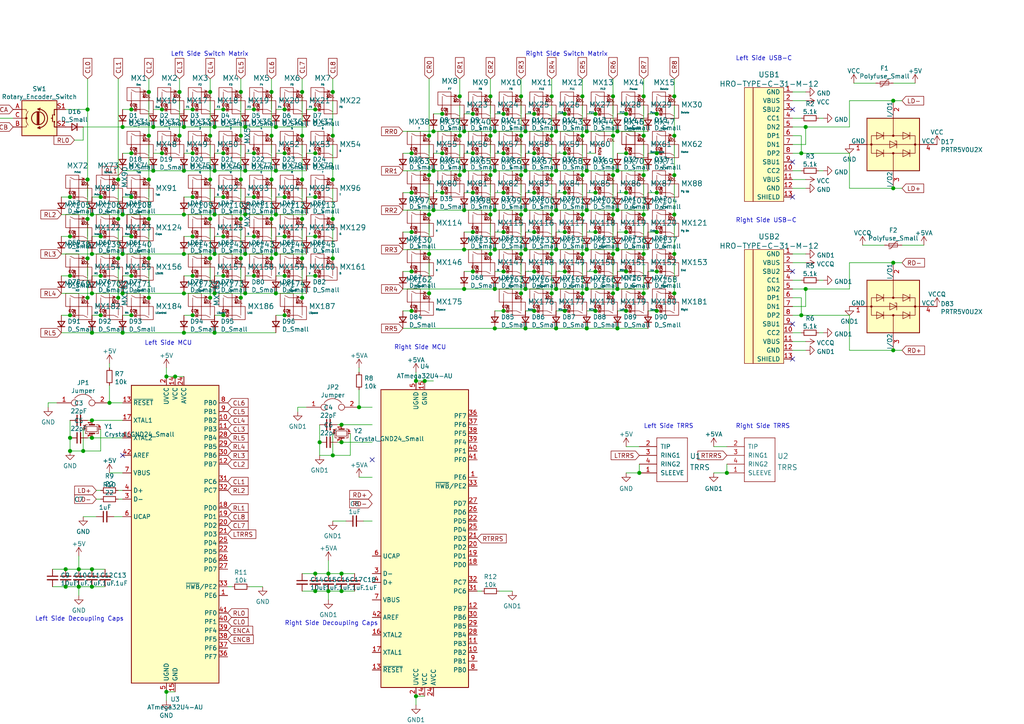
<source format=kicad_sch>
(kicad_sch (version 20210621) (generator eeschema)
  (paper "A4")
  (junction (at 19.05 165.1) (diameter 1.016))
  (junction (at 19.05 170.18) (diameter 1.016))
  (junction (at 20.32 57.15) (diameter 1.016))
  (junction (at 20.32 68.58) (diameter 1.016))
  (junction (at 20.32 80.01) (diameter 1.016))
  (junction (at 20.32 91.44) (diameter 1.016))
  (junction (at 20.32 127) (diameter 1.016))
  (junction (at 20.32 130.81) (diameter 1.016))
  (junction (at 22.86 165.1) (diameter 1.016))
  (junction (at 22.86 170.18) (diameter 1.016))
  (junction (at 24.13 130.81) (diameter 1.016))
  (junction (at 25.4 31.75) (diameter 1.016))
  (junction (at 25.4 52.07) (diameter 1.016))
  (junction (at 25.4 63.5) (diameter 1.016))
  (junction (at 25.4 74.93) (diameter 1.016))
  (junction (at 25.4 86.36) (diameter 1.016))
  (junction (at 26.67 62.23) (diameter 1.016))
  (junction (at 26.67 73.66) (diameter 1.016))
  (junction (at 26.67 85.09) (diameter 1.016))
  (junction (at 26.67 96.52) (diameter 1.016))
  (junction (at 26.67 121.92) (diameter 1.016))
  (junction (at 26.67 127) (diameter 1.016))
  (junction (at 26.67 165.1) (diameter 1.016))
  (junction (at 26.67 170.18) (diameter 1.016))
  (junction (at 29.21 57.15) (diameter 1.016))
  (junction (at 29.21 68.58) (diameter 1.016))
  (junction (at 29.21 80.01) (diameter 1.016))
  (junction (at 29.21 91.44) (diameter 1.016))
  (junction (at 31.75 116.84) (diameter 1.016))
  (junction (at 34.29 52.07) (diameter 1.016))
  (junction (at 34.29 63.5) (diameter 1.016))
  (junction (at 34.29 74.93) (diameter 1.016))
  (junction (at 34.29 86.36) (diameter 1.016))
  (junction (at 35.56 36.83) (diameter 1.016))
  (junction (at 35.56 62.23) (diameter 1.016))
  (junction (at 35.56 73.66) (diameter 1.016))
  (junction (at 35.56 85.09) (diameter 1.016))
  (junction (at 35.56 96.52) (diameter 1.016))
  (junction (at 38.1 31.75) (diameter 1.016))
  (junction (at 38.1 44.45) (diameter 1.016))
  (junction (at 38.1 57.15) (diameter 1.016))
  (junction (at 38.1 68.58) (diameter 1.016))
  (junction (at 38.1 80.01) (diameter 1.016))
  (junction (at 38.1 91.44) (diameter 1.016))
  (junction (at 43.18 26.67) (diameter 1.016))
  (junction (at 43.18 39.37) (diameter 1.016))
  (junction (at 43.18 52.07) (diameter 1.016))
  (junction (at 43.18 63.5) (diameter 1.016))
  (junction (at 43.18 74.93) (diameter 1.016))
  (junction (at 43.18 86.36) (diameter 1.016))
  (junction (at 44.45 36.83) (diameter 1.016))
  (junction (at 44.45 49.53) (diameter 1.016))
  (junction (at 46.99 31.75) (diameter 1.016))
  (junction (at 46.99 44.45) (diameter 1.016))
  (junction (at 48.26 109.22) (diameter 1.016))
  (junction (at 48.26 200.66) (diameter 1.016))
  (junction (at 50.8 109.22) (diameter 1.016))
  (junction (at 52.07 26.67) (diameter 1.016))
  (junction (at 52.07 39.37) (diameter 1.016))
  (junction (at 53.34 36.83) (diameter 1.016))
  (junction (at 53.34 49.53) (diameter 1.016))
  (junction (at 53.34 62.23) (diameter 1.016))
  (junction (at 53.34 73.66) (diameter 1.016))
  (junction (at 53.34 85.09) (diameter 1.016))
  (junction (at 53.34 96.52) (diameter 1.016))
  (junction (at 55.88 31.75) (diameter 1.016))
  (junction (at 55.88 44.45) (diameter 1.016))
  (junction (at 55.88 57.15) (diameter 1.016))
  (junction (at 55.88 68.58) (diameter 1.016))
  (junction (at 55.88 80.01) (diameter 1.016))
  (junction (at 55.88 91.44) (diameter 1.016))
  (junction (at 60.96 26.67) (diameter 1.016))
  (junction (at 60.96 39.37) (diameter 1.016))
  (junction (at 60.96 52.07) (diameter 1.016))
  (junction (at 60.96 63.5) (diameter 1.016))
  (junction (at 60.96 74.93) (diameter 1.016))
  (junction (at 60.96 86.36) (diameter 1.016))
  (junction (at 62.23 36.83) (diameter 1.016))
  (junction (at 62.23 49.53) (diameter 1.016))
  (junction (at 62.23 62.23) (diameter 1.016))
  (junction (at 62.23 73.66) (diameter 1.016))
  (junction (at 62.23 85.09) (diameter 1.016))
  (junction (at 62.23 96.52) (diameter 1.016))
  (junction (at 64.77 31.75) (diameter 1.016))
  (junction (at 64.77 44.45) (diameter 1.016))
  (junction (at 64.77 57.15) (diameter 1.016))
  (junction (at 64.77 68.58) (diameter 1.016))
  (junction (at 64.77 80.01) (diameter 1.016))
  (junction (at 64.77 91.44) (diameter 1.016))
  (junction (at 69.85 26.67) (diameter 1.016))
  (junction (at 69.85 39.37) (diameter 1.016))
  (junction (at 69.85 52.07) (diameter 1.016))
  (junction (at 69.85 63.5) (diameter 1.016))
  (junction (at 69.85 74.93) (diameter 1.016))
  (junction (at 69.85 86.36) (diameter 1.016))
  (junction (at 71.12 36.83) (diameter 1.016))
  (junction (at 71.12 49.53) (diameter 1.016))
  (junction (at 71.12 62.23) (diameter 1.016))
  (junction (at 71.12 73.66) (diameter 1.016))
  (junction (at 71.12 85.09) (diameter 1.016))
  (junction (at 73.66 31.75) (diameter 1.016))
  (junction (at 73.66 44.45) (diameter 1.016))
  (junction (at 73.66 57.15) (diameter 1.016))
  (junction (at 73.66 68.58) (diameter 1.016))
  (junction (at 73.66 80.01) (diameter 1.016))
  (junction (at 78.74 26.67) (diameter 1.016))
  (junction (at 78.74 39.37) (diameter 1.016))
  (junction (at 78.74 52.07) (diameter 1.016))
  (junction (at 78.74 63.5) (diameter 1.016))
  (junction (at 78.74 74.93) (diameter 1.016))
  (junction (at 80.01 36.83) (diameter 1.016))
  (junction (at 80.01 49.53) (diameter 1.016))
  (junction (at 80.01 62.23) (diameter 1.016))
  (junction (at 80.01 73.66) (diameter 1.016))
  (junction (at 80.01 85.09) (diameter 1.016))
  (junction (at 82.55 31.75) (diameter 1.016))
  (junction (at 82.55 44.45) (diameter 1.016))
  (junction (at 82.55 57.15) (diameter 1.016))
  (junction (at 82.55 68.58) (diameter 1.016))
  (junction (at 82.55 80.01) (diameter 1.016))
  (junction (at 82.55 91.44) (diameter 1.016))
  (junction (at 87.63 26.67) (diameter 1.016))
  (junction (at 87.63 39.37) (diameter 1.016))
  (junction (at 87.63 52.07) (diameter 1.016))
  (junction (at 87.63 63.5) (diameter 1.016))
  (junction (at 87.63 74.93) (diameter 1.016))
  (junction (at 87.63 86.36) (diameter 1.016))
  (junction (at 91.44 31.75) (diameter 1.016))
  (junction (at 91.44 44.45) (diameter 1.016))
  (junction (at 91.44 57.15) (diameter 1.016))
  (junction (at 91.44 68.58) (diameter 1.016))
  (junction (at 91.44 80.01) (diameter 1.016))
  (junction (at 91.44 166.37) (diameter 1.016))
  (junction (at 91.44 171.45) (diameter 1.016))
  (junction (at 92.71 128.27) (diameter 1.016))
  (junction (at 95.25 166.37) (diameter 1.016))
  (junction (at 95.25 171.45) (diameter 1.016))
  (junction (at 96.52 26.67) (diameter 1.016))
  (junction (at 96.52 39.37) (diameter 1.016))
  (junction (at 96.52 52.07) (diameter 1.016))
  (junction (at 96.52 63.5) (diameter 1.016))
  (junction (at 96.52 74.93) (diameter 1.016))
  (junction (at 96.52 132.08) (diameter 1.016))
  (junction (at 99.06 123.19) (diameter 1.016))
  (junction (at 99.06 128.27) (diameter 1.016))
  (junction (at 99.06 166.37) (diameter 1.016))
  (junction (at 99.06 171.45) (diameter 1.016))
  (junction (at 104.14 118.11) (diameter 1.016))
  (junction (at 119.38 44.45) (diameter 1.016))
  (junction (at 119.38 55.88) (diameter 1.016))
  (junction (at 119.38 67.31) (diameter 1.016))
  (junction (at 119.38 78.74) (diameter 1.016))
  (junction (at 119.38 90.17) (diameter 1.016))
  (junction (at 120.65 110.49) (diameter 1.016))
  (junction (at 120.65 201.93) (diameter 1.016))
  (junction (at 123.19 110.49) (diameter 1.016))
  (junction (at 124.46 39.37) (diameter 1.016))
  (junction (at 124.46 50.8) (diameter 1.016))
  (junction (at 124.46 62.23) (diameter 1.016))
  (junction (at 124.46 73.66) (diameter 1.016))
  (junction (at 124.46 85.09) (diameter 1.016))
  (junction (at 125.73 38.1) (diameter 1.016))
  (junction (at 125.73 49.53) (diameter 1.016))
  (junction (at 125.73 60.96) (diameter 1.016))
  (junction (at 128.27 33.02) (diameter 1.016))
  (junction (at 128.27 44.45) (diameter 1.016))
  (junction (at 128.27 55.88) (diameter 1.016))
  (junction (at 133.35 27.94) (diameter 1.016))
  (junction (at 133.35 39.37) (diameter 1.016))
  (junction (at 133.35 50.8) (diameter 1.016))
  (junction (at 134.62 38.1) (diameter 1.016))
  (junction (at 134.62 49.53) (diameter 1.016))
  (junction (at 134.62 60.96) (diameter 1.016))
  (junction (at 134.62 72.39) (diameter 1.016))
  (junction (at 134.62 83.82) (diameter 1.016))
  (junction (at 137.16 33.02) (diameter 1.016))
  (junction (at 137.16 44.45) (diameter 1.016))
  (junction (at 137.16 55.88) (diameter 1.016))
  (junction (at 137.16 67.31) (diameter 1.016))
  (junction (at 137.16 78.74) (diameter 1.016))
  (junction (at 142.24 27.94) (diameter 1.016))
  (junction (at 142.24 39.37) (diameter 1.016))
  (junction (at 142.24 50.8) (diameter 1.016))
  (junction (at 142.24 62.23) (diameter 1.016))
  (junction (at 142.24 73.66) (diameter 1.016))
  (junction (at 143.51 38.1) (diameter 1.016))
  (junction (at 143.51 49.53) (diameter 1.016))
  (junction (at 143.51 60.96) (diameter 1.016))
  (junction (at 143.51 72.39) (diameter 1.016))
  (junction (at 143.51 83.82) (diameter 1.016))
  (junction (at 143.51 95.25) (diameter 1.016))
  (junction (at 146.05 33.02) (diameter 1.016))
  (junction (at 146.05 44.45) (diameter 1.016))
  (junction (at 146.05 55.88) (diameter 1.016))
  (junction (at 146.05 67.31) (diameter 1.016))
  (junction (at 146.05 78.74) (diameter 1.016))
  (junction (at 146.05 90.17) (diameter 1.016))
  (junction (at 151.13 27.94) (diameter 1.016))
  (junction (at 151.13 39.37) (diameter 1.016))
  (junction (at 151.13 50.8) (diameter 1.016))
  (junction (at 151.13 62.23) (diameter 1.016))
  (junction (at 151.13 73.66) (diameter 1.016))
  (junction (at 151.13 85.09) (diameter 1.016))
  (junction (at 152.4 38.1) (diameter 1.016))
  (junction (at 152.4 49.53) (diameter 1.016))
  (junction (at 152.4 60.96) (diameter 1.016))
  (junction (at 152.4 72.39) (diameter 1.016))
  (junction (at 152.4 83.82) (diameter 1.016))
  (junction (at 152.4 95.25) (diameter 1.016))
  (junction (at 154.94 33.02) (diameter 1.016))
  (junction (at 154.94 44.45) (diameter 1.016))
  (junction (at 154.94 55.88) (diameter 1.016))
  (junction (at 154.94 67.31) (diameter 1.016))
  (junction (at 154.94 78.74) (diameter 1.016))
  (junction (at 154.94 90.17) (diameter 1.016))
  (junction (at 160.02 27.94) (diameter 1.016))
  (junction (at 160.02 39.37) (diameter 1.016))
  (junction (at 160.02 50.8) (diameter 1.016))
  (junction (at 160.02 62.23) (diameter 1.016))
  (junction (at 160.02 73.66) (diameter 1.016))
  (junction (at 160.02 85.09) (diameter 1.016))
  (junction (at 161.29 38.1) (diameter 1.016))
  (junction (at 161.29 49.53) (diameter 1.016))
  (junction (at 161.29 60.96) (diameter 1.016))
  (junction (at 161.29 72.39) (diameter 1.016))
  (junction (at 161.29 83.82) (diameter 1.016))
  (junction (at 161.29 95.25) (diameter 1.016))
  (junction (at 163.83 33.02) (diameter 1.016))
  (junction (at 163.83 44.45) (diameter 1.016))
  (junction (at 163.83 55.88) (diameter 1.016))
  (junction (at 163.83 67.31) (diameter 1.016))
  (junction (at 163.83 78.74) (diameter 1.016))
  (junction (at 163.83 90.17) (diameter 1.016))
  (junction (at 168.91 27.94) (diameter 1.016))
  (junction (at 168.91 39.37) (diameter 1.016))
  (junction (at 168.91 50.8) (diameter 1.016))
  (junction (at 168.91 62.23) (diameter 1.016))
  (junction (at 168.91 73.66) (diameter 1.016))
  (junction (at 168.91 85.09) (diameter 1.016))
  (junction (at 170.18 38.1) (diameter 1.016))
  (junction (at 170.18 49.53) (diameter 1.016))
  (junction (at 170.18 60.96) (diameter 1.016))
  (junction (at 170.18 72.39) (diameter 1.016))
  (junction (at 170.18 83.82) (diameter 1.016))
  (junction (at 170.18 95.25) (diameter 1.016))
  (junction (at 172.72 33.02) (diameter 1.016))
  (junction (at 172.72 55.88) (diameter 1.016))
  (junction (at 172.72 67.31) (diameter 1.016))
  (junction (at 172.72 78.74) (diameter 1.016))
  (junction (at 172.72 90.17) (diameter 1.016))
  (junction (at 177.8 27.94) (diameter 1.016))
  (junction (at 177.8 39.37) (diameter 1.016))
  (junction (at 177.8 50.8) (diameter 1.016))
  (junction (at 177.8 62.23) (diameter 1.016))
  (junction (at 177.8 73.66) (diameter 1.016))
  (junction (at 177.8 85.09) (diameter 1.016))
  (junction (at 179.07 38.1) (diameter 1.016))
  (junction (at 179.07 49.53) (diameter 1.016))
  (junction (at 179.07 60.96) (diameter 1.016))
  (junction (at 179.07 72.39) (diameter 1.016))
  (junction (at 179.07 83.82) (diameter 1.016))
  (junction (at 179.07 95.25) (diameter 1.016))
  (junction (at 181.61 33.02) (diameter 1.016))
  (junction (at 181.61 44.45) (diameter 1.016))
  (junction (at 181.61 55.88) (diameter 1.016))
  (junction (at 181.61 67.31) (diameter 1.016))
  (junction (at 181.61 78.74) (diameter 1.016))
  (junction (at 181.61 90.17) (diameter 1.016))
  (junction (at 185.42 137.16) (diameter 1.016))
  (junction (at 186.69 27.94) (diameter 1.016))
  (junction (at 186.69 39.37) (diameter 1.016))
  (junction (at 186.69 50.8) (diameter 1.016))
  (junction (at 186.69 62.23) (diameter 1.016))
  (junction (at 186.69 73.66) (diameter 1.016))
  (junction (at 186.69 85.09) (diameter 1.016))
  (junction (at 190.5 33.02) (diameter 1.016))
  (junction (at 190.5 44.45) (diameter 1.016))
  (junction (at 190.5 55.88) (diameter 1.016))
  (junction (at 190.5 67.31) (diameter 1.016))
  (junction (at 190.5 78.74) (diameter 1.016))
  (junction (at 190.5 90.17) (diameter 1.016))
  (junction (at 195.58 27.94) (diameter 1.016))
  (junction (at 195.58 39.37) (diameter 1.016))
  (junction (at 195.58 50.8) (diameter 1.016))
  (junction (at 195.58 62.23) (diameter 1.016))
  (junction (at 195.58 73.66) (diameter 1.016))
  (junction (at 195.58 85.09) (diameter 1.016))
  (junction (at 210.82 137.16) (diameter 1.016))
  (junction (at 232.41 44.45) (diameter 1.016))
  (junction (at 232.41 91.44) (diameter 1.016))
  (junction (at 233.68 36.83) (diameter 1.016))
  (junction (at 233.68 83.82) (diameter 1.016))
  (junction (at 259.08 29.21) (diameter 1.016))
  (junction (at 259.08 54.61) (diameter 1.016))
  (junction (at 259.08 76.2) (diameter 1.016))
  (junction (at 259.08 101.6) (diameter 1.016))
  (no_connect (at 35.56 132.08))
  (no_connect (at 107.95 133.35))
  (no_connect (at 229.87 31.75))
  (no_connect (at 229.87 46.99))
  (no_connect (at 229.87 57.15))
  (no_connect (at 229.87 78.74))
  (no_connect (at 229.87 93.98))
  (no_connect (at 229.87 104.14))
  (wire (pts (xy -5.08 34.29) (xy 3.81 34.29)))
  (wire (pts (xy -5.08 38.1) (xy -5.08 34.29)))
  (wire (pts (xy 13.97 116.84) (xy 16.51 116.84)))
  (wire (pts (xy 13.97 118.11) (xy 13.97 116.84)))
  (wire (pts (xy 15.24 165.1) (xy 19.05 165.1)))
  (wire (pts (xy 15.24 170.18) (xy 19.05 170.18)))
  (wire (pts (xy 17.78 57.15) (xy 20.32 57.15)))
  (wire (pts (xy 17.78 62.23) (xy 26.67 62.23)))
  (wire (pts (xy 17.78 68.58) (xy 20.32 68.58)))
  (wire (pts (xy 17.78 73.66) (xy 26.67 73.66)))
  (wire (pts (xy 17.78 80.01) (xy 20.32 80.01)))
  (wire (pts (xy 17.78 85.09) (xy 26.67 85.09)))
  (wire (pts (xy 17.78 91.44) (xy 20.32 91.44)))
  (wire (pts (xy 17.78 96.52) (xy 26.67 96.52)))
  (wire (pts (xy 19.05 31.75) (xy 25.4 31.75)))
  (wire (pts (xy 19.05 165.1) (xy 22.86 165.1)))
  (wire (pts (xy 19.05 170.18) (xy 22.86 170.18)))
  (wire (pts (xy 20.32 121.92) (xy 20.32 127)))
  (wire (pts (xy 20.32 127) (xy 20.32 130.81)))
  (wire (pts (xy 20.32 130.81) (xy 24.13 130.81)))
  (wire (pts (xy 21.59 40.64) (xy 24.13 40.64)))
  (wire (pts (xy 22.86 161.29) (xy 22.86 165.1)))
  (wire (pts (xy 22.86 165.1) (xy 26.67 165.1)))
  (wire (pts (xy 22.86 170.18) (xy 22.86 172.72)))
  (wire (pts (xy 22.86 170.18) (xy 26.67 170.18)))
  (wire (pts (xy 24.13 36.83) (xy 24.13 40.64)))
  (wire (pts (xy 24.13 36.83) (xy 35.56 36.83)))
  (wire (pts (xy 24.13 124.46) (xy 24.13 130.81)))
  (wire (pts (xy 24.13 130.81) (xy 29.21 130.81)))
  (wire (pts (xy 24.13 149.86) (xy 27.94 149.86)))
  (wire (pts (xy 25.4 22.86) (xy 25.4 31.75)))
  (wire (pts (xy 25.4 31.75) (xy 25.4 52.07)))
  (wire (pts (xy 25.4 52.07) (xy 25.4 63.5)))
  (wire (pts (xy 25.4 63.5) (xy 25.4 74.93)))
  (wire (pts (xy 25.4 74.93) (xy 25.4 86.36)))
  (wire (pts (xy 25.4 121.92) (xy 26.67 121.92)))
  (wire (pts (xy 25.4 127) (xy 26.67 127)))
  (wire (pts (xy 26.67 57.15) (xy 29.21 57.15)))
  (wire (pts (xy 26.67 62.23) (xy 35.56 62.23)))
  (wire (pts (xy 26.67 68.58) (xy 29.21 68.58)))
  (wire (pts (xy 26.67 73.66) (xy 35.56 73.66)))
  (wire (pts (xy 26.67 80.01) (xy 29.21 80.01)))
  (wire (pts (xy 26.67 85.09) (xy 35.56 85.09)))
  (wire (pts (xy 26.67 91.44) (xy 29.21 91.44)))
  (wire (pts (xy 26.67 96.52) (xy 35.56 96.52)))
  (wire (pts (xy 26.67 121.92) (xy 35.56 121.92)))
  (wire (pts (xy 26.67 127) (xy 35.56 127)))
  (wire (pts (xy 26.67 165.1) (xy 30.48 165.1)))
  (wire (pts (xy 26.67 170.18) (xy 30.48 170.18)))
  (wire (pts (xy 27.94 142.24) (xy 29.21 142.24)))
  (wire (pts (xy 27.94 144.78) (xy 29.21 144.78)))
  (wire (pts (xy 29.21 124.46) (xy 29.21 130.81)))
  (wire (pts (xy 31.75 105.41) (xy 31.75 106.68)))
  (wire (pts (xy 31.75 111.76) (xy 31.75 116.84)))
  (wire (pts (xy 31.75 116.84) (xy 35.56 116.84)))
  (wire (pts (xy 31.75 137.16) (xy 35.56 137.16)))
  (wire (pts (xy 33.02 149.86) (xy 35.56 149.86)))
  (wire (pts (xy 34.29 22.86) (xy 34.29 52.07)))
  (wire (pts (xy 34.29 52.07) (xy 34.29 63.5)))
  (wire (pts (xy 34.29 63.5) (xy 34.29 74.93)))
  (wire (pts (xy 34.29 74.93) (xy 34.29 86.36)))
  (wire (pts (xy 34.29 142.24) (xy 35.56 142.24)))
  (wire (pts (xy 34.29 144.78) (xy 35.56 144.78)))
  (wire (pts (xy 35.56 31.75) (xy 38.1 31.75)))
  (wire (pts (xy 35.56 36.83) (xy 44.45 36.83)))
  (wire (pts (xy 35.56 44.45) (xy 38.1 44.45)))
  (wire (pts (xy 35.56 49.53) (xy 44.45 49.53)))
  (wire (pts (xy 35.56 57.15) (xy 38.1 57.15)))
  (wire (pts (xy 35.56 62.23) (xy 53.34 62.23)))
  (wire (pts (xy 35.56 68.58) (xy 38.1 68.58)))
  (wire (pts (xy 35.56 73.66) (xy 53.34 73.66)))
  (wire (pts (xy 35.56 80.01) (xy 38.1 80.01)))
  (wire (pts (xy 35.56 85.09) (xy 53.34 85.09)))
  (wire (pts (xy 35.56 91.44) (xy 38.1 91.44)))
  (wire (pts (xy 35.56 96.52) (xy 53.34 96.52)))
  (wire (pts (xy 43.18 22.86) (xy 43.18 26.67)))
  (wire (pts (xy 43.18 26.67) (xy 43.18 39.37)))
  (wire (pts (xy 43.18 39.37) (xy 43.18 52.07)))
  (wire (pts (xy 43.18 52.07) (xy 43.18 63.5)))
  (wire (pts (xy 43.18 63.5) (xy 43.18 74.93)))
  (wire (pts (xy 43.18 74.93) (xy 43.18 86.36)))
  (wire (pts (xy 44.45 31.75) (xy 46.99 31.75)))
  (wire (pts (xy 44.45 36.83) (xy 53.34 36.83)))
  (wire (pts (xy 44.45 44.45) (xy 46.99 44.45)))
  (wire (pts (xy 44.45 49.53) (xy 53.34 49.53)))
  (wire (pts (xy 48.26 109.22) (xy 48.26 106.68)))
  (wire (pts (xy 48.26 109.22) (xy 50.8 109.22)))
  (wire (pts (xy 48.26 200.66) (xy 48.26 203.2)))
  (wire (pts (xy 48.26 200.66) (xy 50.8 200.66)))
  (wire (pts (xy 52.07 22.86) (xy 52.07 26.67)))
  (wire (pts (xy 52.07 26.67) (xy 52.07 39.37)))
  (wire (pts (xy 53.34 31.75) (xy 55.88 31.75)))
  (wire (pts (xy 53.34 36.83) (xy 62.23 36.83)))
  (wire (pts (xy 53.34 44.45) (xy 55.88 44.45)))
  (wire (pts (xy 53.34 49.53) (xy 62.23 49.53)))
  (wire (pts (xy 53.34 57.15) (xy 55.88 57.15)))
  (wire (pts (xy 53.34 62.23) (xy 62.23 62.23)))
  (wire (pts (xy 53.34 68.58) (xy 55.88 68.58)))
  (wire (pts (xy 53.34 73.66) (xy 62.23 73.66)))
  (wire (pts (xy 53.34 80.01) (xy 55.88 80.01)))
  (wire (pts (xy 53.34 85.09) (xy 62.23 85.09)))
  (wire (pts (xy 53.34 91.44) (xy 55.88 91.44)))
  (wire (pts (xy 53.34 96.52) (xy 62.23 96.52)))
  (wire (pts (xy 53.34 109.22) (xy 50.8 109.22)))
  (wire (pts (xy 60.96 22.86) (xy 60.96 26.67)))
  (wire (pts (xy 60.96 26.67) (xy 60.96 39.37)))
  (wire (pts (xy 60.96 39.37) (xy 60.96 52.07)))
  (wire (pts (xy 60.96 52.07) (xy 60.96 63.5)))
  (wire (pts (xy 60.96 63.5) (xy 60.96 74.93)))
  (wire (pts (xy 60.96 74.93) (xy 60.96 86.36)))
  (wire (pts (xy 62.23 31.75) (xy 64.77 31.75)))
  (wire (pts (xy 62.23 36.83) (xy 71.12 36.83)))
  (wire (pts (xy 62.23 44.45) (xy 64.77 44.45)))
  (wire (pts (xy 62.23 49.53) (xy 71.12 49.53)))
  (wire (pts (xy 62.23 57.15) (xy 64.77 57.15)))
  (wire (pts (xy 62.23 62.23) (xy 71.12 62.23)))
  (wire (pts (xy 62.23 68.58) (xy 64.77 68.58)))
  (wire (pts (xy 62.23 73.66) (xy 71.12 73.66)))
  (wire (pts (xy 62.23 80.01) (xy 64.77 80.01)))
  (wire (pts (xy 62.23 85.09) (xy 71.12 85.09)))
  (wire (pts (xy 62.23 91.44) (xy 64.77 91.44)))
  (wire (pts (xy 62.23 96.52) (xy 80.01 96.52)))
  (wire (pts (xy 66.04 170.18) (xy 67.31 170.18)))
  (wire (pts (xy 69.85 22.86) (xy 69.85 26.67)))
  (wire (pts (xy 69.85 26.67) (xy 69.85 39.37)))
  (wire (pts (xy 69.85 39.37) (xy 69.85 52.07)))
  (wire (pts (xy 69.85 52.07) (xy 69.85 63.5)))
  (wire (pts (xy 69.85 63.5) (xy 69.85 74.93)))
  (wire (pts (xy 69.85 74.93) (xy 69.85 86.36)))
  (wire (pts (xy 71.12 31.75) (xy 73.66 31.75)))
  (wire (pts (xy 71.12 36.83) (xy 80.01 36.83)))
  (wire (pts (xy 71.12 44.45) (xy 73.66 44.45)))
  (wire (pts (xy 71.12 49.53) (xy 80.01 49.53)))
  (wire (pts (xy 71.12 57.15) (xy 73.66 57.15)))
  (wire (pts (xy 71.12 62.23) (xy 80.01 62.23)))
  (wire (pts (xy 71.12 68.58) (xy 73.66 68.58)))
  (wire (pts (xy 71.12 73.66) (xy 80.01 73.66)))
  (wire (pts (xy 71.12 80.01) (xy 73.66 80.01)))
  (wire (pts (xy 71.12 85.09) (xy 80.01 85.09)))
  (wire (pts (xy 72.39 170.18) (xy 76.2 170.18)))
  (wire (pts (xy 78.74 22.86) (xy 78.74 26.67)))
  (wire (pts (xy 78.74 26.67) (xy 78.74 39.37)))
  (wire (pts (xy 78.74 39.37) (xy 78.74 52.07)))
  (wire (pts (xy 78.74 52.07) (xy 78.74 63.5)))
  (wire (pts (xy 78.74 63.5) (xy 78.74 74.93)))
  (wire (pts (xy 80.01 31.75) (xy 82.55 31.75)))
  (wire (pts (xy 80.01 36.83) (xy 88.9 36.83)))
  (wire (pts (xy 80.01 44.45) (xy 82.55 44.45)))
  (wire (pts (xy 80.01 49.53) (xy 88.9 49.53)))
  (wire (pts (xy 80.01 57.15) (xy 82.55 57.15)))
  (wire (pts (xy 80.01 62.23) (xy 88.9 62.23)))
  (wire (pts (xy 80.01 68.58) (xy 82.55 68.58)))
  (wire (pts (xy 80.01 73.66) (xy 88.9 73.66)))
  (wire (pts (xy 80.01 80.01) (xy 82.55 80.01)))
  (wire (pts (xy 80.01 85.09) (xy 88.9 85.09)))
  (wire (pts (xy 80.01 91.44) (xy 82.55 91.44)))
  (wire (pts (xy 86.36 118.11) (xy 88.9 118.11)))
  (wire (pts (xy 86.36 119.38) (xy 86.36 118.11)))
  (wire (pts (xy 87.63 22.86) (xy 87.63 26.67)))
  (wire (pts (xy 87.63 26.67) (xy 87.63 39.37)))
  (wire (pts (xy 87.63 39.37) (xy 87.63 52.07)))
  (wire (pts (xy 87.63 52.07) (xy 87.63 63.5)))
  (wire (pts (xy 87.63 63.5) (xy 87.63 74.93)))
  (wire (pts (xy 87.63 74.93) (xy 87.63 86.36)))
  (wire (pts (xy 87.63 166.37) (xy 91.44 166.37)))
  (wire (pts (xy 87.63 171.45) (xy 91.44 171.45)))
  (wire (pts (xy 88.9 31.75) (xy 91.44 31.75)))
  (wire (pts (xy 88.9 44.45) (xy 91.44 44.45)))
  (wire (pts (xy 88.9 57.15) (xy 91.44 57.15)))
  (wire (pts (xy 88.9 68.58) (xy 91.44 68.58)))
  (wire (pts (xy 88.9 80.01) (xy 91.44 80.01)))
  (wire (pts (xy 91.44 166.37) (xy 95.25 166.37)))
  (wire (pts (xy 91.44 171.45) (xy 95.25 171.45)))
  (wire (pts (xy 92.71 123.19) (xy 92.71 128.27)))
  (wire (pts (xy 92.71 128.27) (xy 92.71 132.08)))
  (wire (pts (xy 92.71 132.08) (xy 96.52 132.08)))
  (wire (pts (xy 95.25 162.56) (xy 95.25 166.37)))
  (wire (pts (xy 95.25 166.37) (xy 99.06 166.37)))
  (wire (pts (xy 95.25 171.45) (xy 95.25 173.99)))
  (wire (pts (xy 95.25 171.45) (xy 99.06 171.45)))
  (wire (pts (xy 96.52 22.86) (xy 96.52 26.67)))
  (wire (pts (xy 96.52 26.67) (xy 96.52 39.37)))
  (wire (pts (xy 96.52 39.37) (xy 96.52 52.07)))
  (wire (pts (xy 96.52 52.07) (xy 96.52 63.5)))
  (wire (pts (xy 96.52 63.5) (xy 96.52 74.93)))
  (wire (pts (xy 96.52 125.73) (xy 96.52 132.08)))
  (wire (pts (xy 96.52 132.08) (xy 101.6 132.08)))
  (wire (pts (xy 96.52 151.13) (xy 100.33 151.13)))
  (wire (pts (xy 97.79 123.19) (xy 99.06 123.19)))
  (wire (pts (xy 97.79 128.27) (xy 99.06 128.27)))
  (wire (pts (xy 99.06 123.19) (xy 107.95 123.19)))
  (wire (pts (xy 99.06 128.27) (xy 107.95 128.27)))
  (wire (pts (xy 99.06 166.37) (xy 102.87 166.37)))
  (wire (pts (xy 99.06 171.45) (xy 102.87 171.45)))
  (wire (pts (xy 101.6 125.73) (xy 101.6 132.08)))
  (wire (pts (xy 104.14 106.68) (xy 104.14 107.95)))
  (wire (pts (xy 104.14 113.03) (xy 104.14 118.11)))
  (wire (pts (xy 104.14 118.11) (xy 107.95 118.11)))
  (wire (pts (xy 104.14 138.43) (xy 107.95 138.43)))
  (wire (pts (xy 105.41 151.13) (xy 107.95 151.13)))
  (wire (pts (xy 116.84 38.1) (xy 125.73 38.1)))
  (wire (pts (xy 116.84 44.45) (xy 119.38 44.45)))
  (wire (pts (xy 116.84 49.53) (xy 125.73 49.53)))
  (wire (pts (xy 116.84 55.88) (xy 119.38 55.88)))
  (wire (pts (xy 116.84 60.96) (xy 125.73 60.96)))
  (wire (pts (xy 116.84 67.31) (xy 119.38 67.31)))
  (wire (pts (xy 116.84 72.39) (xy 134.62 72.39)))
  (wire (pts (xy 116.84 78.74) (xy 119.38 78.74)))
  (wire (pts (xy 116.84 83.82) (xy 134.62 83.82)))
  (wire (pts (xy 116.84 90.17) (xy 119.38 90.17)))
  (wire (pts (xy 116.84 95.25) (xy 143.51 95.25)))
  (wire (pts (xy 120.65 110.49) (xy 120.65 107.95)))
  (wire (pts (xy 120.65 110.49) (xy 123.19 110.49)))
  (wire (pts (xy 120.65 201.93) (xy 120.65 204.47)))
  (wire (pts (xy 120.65 201.93) (xy 123.19 201.93)))
  (wire (pts (xy 124.46 22.86) (xy 124.46 39.37)))
  (wire (pts (xy 124.46 39.37) (xy 124.46 50.8)))
  (wire (pts (xy 124.46 50.8) (xy 124.46 62.23)))
  (wire (pts (xy 124.46 62.23) (xy 124.46 73.66)))
  (wire (pts (xy 124.46 73.66) (xy 124.46 85.09)))
  (wire (pts (xy 125.73 33.02) (xy 128.27 33.02)))
  (wire (pts (xy 125.73 38.1) (xy 134.62 38.1)))
  (wire (pts (xy 125.73 44.45) (xy 128.27 44.45)))
  (wire (pts (xy 125.73 49.53) (xy 134.62 49.53)))
  (wire (pts (xy 125.73 55.88) (xy 128.27 55.88)))
  (wire (pts (xy 125.73 60.96) (xy 134.62 60.96)))
  (wire (pts (xy 125.73 110.49) (xy 123.19 110.49)))
  (wire (pts (xy 133.35 22.86) (xy 133.35 27.94)))
  (wire (pts (xy 133.35 27.94) (xy 133.35 39.37)))
  (wire (pts (xy 133.35 39.37) (xy 133.35 50.8)))
  (wire (pts (xy 134.62 33.02) (xy 137.16 33.02)))
  (wire (pts (xy 134.62 38.1) (xy 143.51 38.1)))
  (wire (pts (xy 134.62 44.45) (xy 137.16 44.45)))
  (wire (pts (xy 134.62 49.53) (xy 143.51 49.53)))
  (wire (pts (xy 134.62 55.88) (xy 137.16 55.88)))
  (wire (pts (xy 134.62 60.96) (xy 143.51 60.96)))
  (wire (pts (xy 134.62 67.31) (xy 137.16 67.31)))
  (wire (pts (xy 134.62 72.39) (xy 143.51 72.39)))
  (wire (pts (xy 134.62 78.74) (xy 137.16 78.74)))
  (wire (pts (xy 134.62 83.82) (xy 143.51 83.82)))
  (wire (pts (xy 138.43 171.45) (xy 139.7 171.45)))
  (wire (pts (xy 142.24 22.86) (xy 142.24 27.94)))
  (wire (pts (xy 142.24 27.94) (xy 142.24 39.37)))
  (wire (pts (xy 142.24 39.37) (xy 142.24 50.8)))
  (wire (pts (xy 142.24 50.8) (xy 142.24 62.23)))
  (wire (pts (xy 142.24 62.23) (xy 142.24 73.66)))
  (wire (pts (xy 143.51 33.02) (xy 146.05 33.02)))
  (wire (pts (xy 143.51 38.1) (xy 152.4 38.1)))
  (wire (pts (xy 143.51 44.45) (xy 146.05 44.45)))
  (wire (pts (xy 143.51 49.53) (xy 152.4 49.53)))
  (wire (pts (xy 143.51 55.88) (xy 146.05 55.88)))
  (wire (pts (xy 143.51 60.96) (xy 152.4 60.96)))
  (wire (pts (xy 143.51 67.31) (xy 146.05 67.31)))
  (wire (pts (xy 143.51 72.39) (xy 152.4 72.39)))
  (wire (pts (xy 143.51 78.74) (xy 146.05 78.74)))
  (wire (pts (xy 143.51 83.82) (xy 152.4 83.82)))
  (wire (pts (xy 143.51 90.17) (xy 146.05 90.17)))
  (wire (pts (xy 143.51 95.25) (xy 152.4 95.25)))
  (wire (pts (xy 144.78 171.45) (xy 148.59 171.45)))
  (wire (pts (xy 151.13 22.86) (xy 151.13 27.94)))
  (wire (pts (xy 151.13 27.94) (xy 151.13 39.37)))
  (wire (pts (xy 151.13 39.37) (xy 151.13 50.8)))
  (wire (pts (xy 151.13 50.8) (xy 151.13 62.23)))
  (wire (pts (xy 151.13 62.23) (xy 151.13 73.66)))
  (wire (pts (xy 151.13 73.66) (xy 151.13 85.09)))
  (wire (pts (xy 152.4 33.02) (xy 154.94 33.02)))
  (wire (pts (xy 152.4 38.1) (xy 161.29 38.1)))
  (wire (pts (xy 152.4 44.45) (xy 154.94 44.45)))
  (wire (pts (xy 152.4 49.53) (xy 161.29 49.53)))
  (wire (pts (xy 152.4 55.88) (xy 154.94 55.88)))
  (wire (pts (xy 152.4 60.96) (xy 161.29 60.96)))
  (wire (pts (xy 152.4 67.31) (xy 154.94 67.31)))
  (wire (pts (xy 152.4 72.39) (xy 161.29 72.39)))
  (wire (pts (xy 152.4 78.74) (xy 154.94 78.74)))
  (wire (pts (xy 152.4 83.82) (xy 161.29 83.82)))
  (wire (pts (xy 152.4 90.17) (xy 154.94 90.17)))
  (wire (pts (xy 152.4 95.25) (xy 161.29 95.25)))
  (wire (pts (xy 160.02 22.86) (xy 160.02 27.94)))
  (wire (pts (xy 160.02 27.94) (xy 160.02 39.37)))
  (wire (pts (xy 160.02 39.37) (xy 160.02 50.8)))
  (wire (pts (xy 160.02 50.8) (xy 160.02 62.23)))
  (wire (pts (xy 160.02 62.23) (xy 160.02 73.66)))
  (wire (pts (xy 160.02 73.66) (xy 160.02 85.09)))
  (wire (pts (xy 161.29 33.02) (xy 163.83 33.02)))
  (wire (pts (xy 161.29 38.1) (xy 170.18 38.1)))
  (wire (pts (xy 161.29 44.45) (xy 163.83 44.45)))
  (wire (pts (xy 161.29 49.53) (xy 170.18 49.53)))
  (wire (pts (xy 161.29 55.88) (xy 163.83 55.88)))
  (wire (pts (xy 161.29 60.96) (xy 170.18 60.96)))
  (wire (pts (xy 161.29 67.31) (xy 163.83 67.31)))
  (wire (pts (xy 161.29 72.39) (xy 170.18 72.39)))
  (wire (pts (xy 161.29 78.74) (xy 163.83 78.74)))
  (wire (pts (xy 161.29 83.82) (xy 170.18 83.82)))
  (wire (pts (xy 161.29 90.17) (xy 163.83 90.17)))
  (wire (pts (xy 161.29 95.25) (xy 170.18 95.25)))
  (wire (pts (xy 168.91 22.86) (xy 168.91 27.94)))
  (wire (pts (xy 168.91 27.94) (xy 168.91 39.37)))
  (wire (pts (xy 168.91 39.37) (xy 168.91 50.8)))
  (wire (pts (xy 168.91 50.8) (xy 168.91 62.23)))
  (wire (pts (xy 168.91 62.23) (xy 168.91 73.66)))
  (wire (pts (xy 168.91 73.66) (xy 168.91 85.09)))
  (wire (pts (xy 170.18 33.02) (xy 172.72 33.02)))
  (wire (pts (xy 170.18 38.1) (xy 179.07 38.1)))
  (wire (pts (xy 170.18 44.45) (xy 172.72 44.45)))
  (wire (pts (xy 170.18 49.53) (xy 179.07 49.53)))
  (wire (pts (xy 170.18 55.88) (xy 172.72 55.88)))
  (wire (pts (xy 170.18 60.96) (xy 179.07 60.96)))
  (wire (pts (xy 170.18 67.31) (xy 172.72 67.31)))
  (wire (pts (xy 170.18 72.39) (xy 179.07 72.39)))
  (wire (pts (xy 170.18 78.74) (xy 172.72 78.74)))
  (wire (pts (xy 170.18 83.82) (xy 179.07 83.82)))
  (wire (pts (xy 170.18 90.17) (xy 172.72 90.17)))
  (wire (pts (xy 170.18 95.25) (xy 179.07 95.25)))
  (wire (pts (xy 177.8 22.86) (xy 177.8 27.94)))
  (wire (pts (xy 177.8 27.94) (xy 177.8 39.37)))
  (wire (pts (xy 177.8 39.37) (xy 177.8 50.8)))
  (wire (pts (xy 177.8 50.8) (xy 177.8 62.23)))
  (wire (pts (xy 177.8 62.23) (xy 177.8 73.66)))
  (wire (pts (xy 177.8 73.66) (xy 177.8 85.09)))
  (wire (pts (xy 179.07 33.02) (xy 181.61 33.02)))
  (wire (pts (xy 179.07 38.1) (xy 187.96 38.1)))
  (wire (pts (xy 179.07 44.45) (xy 181.61 44.45)))
  (wire (pts (xy 179.07 49.53) (xy 187.96 49.53)))
  (wire (pts (xy 179.07 55.88) (xy 181.61 55.88)))
  (wire (pts (xy 179.07 60.96) (xy 187.96 60.96)))
  (wire (pts (xy 179.07 67.31) (xy 181.61 67.31)))
  (wire (pts (xy 179.07 72.39) (xy 187.96 72.39)))
  (wire (pts (xy 179.07 78.74) (xy 181.61 78.74)))
  (wire (pts (xy 179.07 83.82) (xy 187.96 83.82)))
  (wire (pts (xy 179.07 90.17) (xy 181.61 90.17)))
  (wire (pts (xy 179.07 95.25) (xy 187.96 95.25)))
  (wire (pts (xy 181.61 129.54) (xy 185.42 129.54)))
  (wire (pts (xy 181.61 137.16) (xy 185.42 137.16)))
  (wire (pts (xy 185.42 137.16) (xy 185.42 134.62)))
  (wire (pts (xy 186.69 22.86) (xy 186.69 27.94)))
  (wire (pts (xy 186.69 27.94) (xy 186.69 39.37)))
  (wire (pts (xy 186.69 39.37) (xy 186.69 50.8)))
  (wire (pts (xy 186.69 50.8) (xy 186.69 62.23)))
  (wire (pts (xy 186.69 62.23) (xy 186.69 73.66)))
  (wire (pts (xy 186.69 73.66) (xy 186.69 85.09)))
  (wire (pts (xy 187.96 33.02) (xy 190.5 33.02)))
  (wire (pts (xy 187.96 44.45) (xy 190.5 44.45)))
  (wire (pts (xy 187.96 55.88) (xy 190.5 55.88)))
  (wire (pts (xy 187.96 67.31) (xy 190.5 67.31)))
  (wire (pts (xy 187.96 78.74) (xy 190.5 78.74)))
  (wire (pts (xy 187.96 90.17) (xy 190.5 90.17)))
  (wire (pts (xy 195.58 22.86) (xy 195.58 27.94)))
  (wire (pts (xy 195.58 27.94) (xy 195.58 39.37)))
  (wire (pts (xy 195.58 39.37) (xy 195.58 50.8)))
  (wire (pts (xy 195.58 50.8) (xy 195.58 62.23)))
  (wire (pts (xy 195.58 62.23) (xy 195.58 73.66)))
  (wire (pts (xy 195.58 73.66) (xy 195.58 85.09)))
  (wire (pts (xy 207.01 129.54) (xy 210.82 129.54)))
  (wire (pts (xy 207.01 137.16) (xy 210.82 137.16)))
  (wire (pts (xy 210.82 137.16) (xy 210.82 134.62)))
  (wire (pts (xy 229.87 26.67) (xy 233.68 26.67)))
  (wire (pts (xy 229.87 29.21) (xy 233.68 29.21)))
  (wire (pts (xy 229.87 34.29) (xy 232.41 34.29)))
  (wire (pts (xy 229.87 36.83) (xy 233.68 36.83)))
  (wire (pts (xy 229.87 39.37) (xy 232.41 39.37)))
  (wire (pts (xy 229.87 41.91) (xy 233.68 41.91)))
  (wire (pts (xy 229.87 44.45) (xy 232.41 44.45)))
  (wire (pts (xy 229.87 49.53) (xy 232.41 49.53)))
  (wire (pts (xy 229.87 52.07) (xy 233.68 52.07)))
  (wire (pts (xy 229.87 54.61) (xy 233.68 54.61)))
  (wire (pts (xy 229.87 73.66) (xy 233.68 73.66)))
  (wire (pts (xy 229.87 76.2) (xy 233.68 76.2)))
  (wire (pts (xy 229.87 81.28) (xy 232.41 81.28)))
  (wire (pts (xy 229.87 83.82) (xy 233.68 83.82)))
  (wire (pts (xy 229.87 86.36) (xy 232.41 86.36)))
  (wire (pts (xy 229.87 88.9) (xy 233.68 88.9)))
  (wire (pts (xy 229.87 91.44) (xy 232.41 91.44)))
  (wire (pts (xy 229.87 96.52) (xy 232.41 96.52)))
  (wire (pts (xy 229.87 99.06) (xy 233.68 99.06)))
  (wire (pts (xy 229.87 101.6) (xy 233.68 101.6)))
  (wire (pts (xy 232.41 39.37) (xy 232.41 44.45)))
  (wire (pts (xy 232.41 44.45) (xy 246.38 44.45)))
  (wire (pts (xy 232.41 86.36) (xy 232.41 91.44)))
  (wire (pts (xy 232.41 91.44) (xy 246.38 91.44)))
  (wire (pts (xy 233.68 36.83) (xy 246.38 36.83)))
  (wire (pts (xy 233.68 41.91) (xy 233.68 36.83)))
  (wire (pts (xy 233.68 83.82) (xy 246.38 83.82)))
  (wire (pts (xy 233.68 88.9) (xy 233.68 83.82)))
  (wire (pts (xy 237.49 34.29) (xy 238.76 34.29)))
  (wire (pts (xy 237.49 49.53) (xy 238.76 49.53)))
  (wire (pts (xy 237.49 81.28) (xy 238.76 81.28)))
  (wire (pts (xy 237.49 96.52) (xy 238.76 96.52)))
  (wire (pts (xy 246.38 29.21) (xy 259.08 29.21)))
  (wire (pts (xy 246.38 36.83) (xy 246.38 29.21)))
  (wire (pts (xy 246.38 44.45) (xy 246.38 54.61)))
  (wire (pts (xy 246.38 54.61) (xy 259.08 54.61)))
  (wire (pts (xy 246.38 76.2) (xy 259.08 76.2)))
  (wire (pts (xy 246.38 83.82) (xy 246.38 76.2)))
  (wire (pts (xy 246.38 91.44) (xy 246.38 101.6)))
  (wire (pts (xy 246.38 101.6) (xy 259.08 101.6)))
  (wire (pts (xy 247.65 24.13) (xy 254 24.13)))
  (wire (pts (xy 250.19 71.12) (xy 256.54 71.12)))
  (wire (pts (xy 259.08 24.13) (xy 265.43 24.13)))
  (wire (pts (xy 259.08 29.21) (xy 261.62 29.21)))
  (wire (pts (xy 259.08 54.61) (xy 261.62 54.61)))
  (wire (pts (xy 259.08 76.2) (xy 261.62 76.2)))
  (wire (pts (xy 259.08 101.6) (xy 261.62 101.6)))
  (wire (pts (xy 261.62 71.12) (xy 267.97 71.12)))
  (text "Left Side Decoupling Caps\n" (at 10.16 180.34 0) (effects (font (size 1.27 1.27)) (justify left bottom)))
  (text "Left Side MCU\n" (at 41.91 100.33 0) (effects (font (size 1.27 1.27)) (justify left bottom)))
  (text "Left Side Switch Matrix\n" (at 49.53 16.51 0) (effects (font (size 1.27 1.27)) (justify left bottom)))
  (text "Right Side Decoupling Caps\n" (at 82.55 181.61 0) (effects (font (size 1.27 1.27)) (justify left bottom)))
  (text "Right Side MCU\n" (at 114.3 101.6 0) (effects (font (size 1.27 1.27)) (justify left bottom)))
  (text "Right Side Switch Matrix" (at 152.4 16.51 0) (effects (font (size 1.27 1.27)) (justify left bottom)))
  (text "Left Side TRRS" (at 186.69 124.46 0) (effects (font (size 1.27 1.27)) (justify left bottom)))
  (text "Left Side USB-C" (at 213.36 17.78 0) (effects (font (size 1.27 1.27)) (justify left bottom)))
  (text "Right Side USB-C" (at 213.36 64.77 0) (effects (font (size 1.27 1.27)) (justify left bottom)))
  (text "Right Side TRRS\n" (at 213.36 124.46 0) (effects (font (size 1.27 1.27)) (justify left bottom)))
  (global_label "ENCA" (shape input) (at 3.81 31.75 180) (property "Intersheet References" "${INTERSHEET_REFS}" (effects hide)))
  (global_label "ENCB" (shape input) (at 3.81 36.83 180) (property "Intersheet References" "${INTERSHEET_REFS}" (effects hide)))
  (global_label "RL2" (shape input) (at 17.78 62.23 180) (property "Intersheet References" "${INTERSHEET_REFS}" (effects hide)))
  (global_label "RL3" (shape input) (at 17.78 73.66 180) (property "Intersheet References" "${INTERSHEET_REFS}" (effects hide)))
  (global_label "RL4" (shape input) (at 17.78 85.09 180) (property "Intersheet References" "${INTERSHEET_REFS}" (effects hide)))
  (global_label "RL5" (shape input) (at 17.78 96.52 180) (property "Intersheet References" "${INTERSHEET_REFS}" (effects hide)))
  (global_label "RL0" (shape input) (at 21.59 40.64 180) (property "Intersheet References" "${INTERSHEET_REFS}" (effects hide)))
  (global_label "CL0" (shape input) (at 25.4 22.86 90) (property "Intersheet References" "${INTERSHEET_REFS}" (effects hide)))
  (global_label "LD+" (shape input) (at 27.94 142.24 180) (property "Intersheet References" "${INTERSHEET_REFS}" (effects hide)))
  (global_label "LD-" (shape input) (at 27.94 144.78 180) (property "Intersheet References" "${INTERSHEET_REFS}" (effects hide)))
  (global_label "CL1" (shape input) (at 34.29 22.86 90) (property "Intersheet References" "${INTERSHEET_REFS}" (effects hide)))
  (global_label "RL1" (shape input) (at 35.56 49.53 180) (property "Intersheet References" "${INTERSHEET_REFS}" (effects hide)))
  (global_label "CL2" (shape input) (at 43.18 22.86 90) (property "Intersheet References" "${INTERSHEET_REFS}" (effects hide)))
  (global_label "CL3" (shape input) (at 52.07 22.86 90) (property "Intersheet References" "${INTERSHEET_REFS}" (effects hide)))
  (global_label "CL4" (shape input) (at 60.96 22.86 90) (property "Intersheet References" "${INTERSHEET_REFS}" (effects hide)))
  (global_label "CL6" (shape input) (at 66.04 116.84 0) (property "Intersheet References" "${INTERSHEET_REFS}" (effects hide)))
  (global_label "CL5" (shape input) (at 66.04 119.38 0) (property "Intersheet References" "${INTERSHEET_REFS}" (effects hide)))
  (global_label "CL4" (shape input) (at 66.04 121.92 0) (property "Intersheet References" "${INTERSHEET_REFS}" (effects hide)))
  (global_label "CL3" (shape input) (at 66.04 124.46 0) (property "Intersheet References" "${INTERSHEET_REFS}" (effects hide)))
  (global_label "RL5" (shape input) (at 66.04 127 0) (property "Intersheet References" "${INTERSHEET_REFS}" (effects hide)))
  (global_label "RL4" (shape input) (at 66.04 129.54 0) (property "Intersheet References" "${INTERSHEET_REFS}" (effects hide)))
  (global_label "RL3" (shape input) (at 66.04 132.08 0) (property "Intersheet References" "${INTERSHEET_REFS}" (effects hide)))
  (global_label "CL2" (shape input) (at 66.04 134.62 0) (property "Intersheet References" "${INTERSHEET_REFS}" (effects hide)))
  (global_label "CL1" (shape input) (at 66.04 139.7 0) (property "Intersheet References" "${INTERSHEET_REFS}" (effects hide)))
  (global_label "RL2" (shape input) (at 66.04 142.24 0) (property "Intersheet References" "${INTERSHEET_REFS}" (effects hide)))
  (global_label "RL1" (shape input) (at 66.04 147.32 0) (property "Intersheet References" "${INTERSHEET_REFS}" (effects hide)))
  (global_label "CL8" (shape input) (at 66.04 149.86 0) (property "Intersheet References" "${INTERSHEET_REFS}" (effects hide)))
  (global_label "CL7" (shape input) (at 66.04 152.4 0) (property "Intersheet References" "${INTERSHEET_REFS}" (effects hide)))
  (global_label "LTRRS" (shape input) (at 66.04 154.94 0) (property "Intersheet References" "${INTERSHEET_REFS}" (effects hide)))
  (global_label "RL0" (shape input) (at 66.04 177.8 0) (property "Intersheet References" "${INTERSHEET_REFS}" (effects hide)))
  (global_label "CL0" (shape input) (at 66.04 180.34 0) (property "Intersheet References" "${INTERSHEET_REFS}" (effects hide)))
  (global_label "ENCA" (shape input) (at 66.04 182.88 0) (property "Intersheet References" "${INTERSHEET_REFS}" (effects hide)))
  (global_label "ENCB" (shape input) (at 66.04 185.42 0) (property "Intersheet References" "${INTERSHEET_REFS}" (effects hide)))
  (global_label "CL5" (shape input) (at 69.85 22.86 90) (property "Intersheet References" "${INTERSHEET_REFS}" (effects hide)))
  (global_label "CL6" (shape input) (at 78.74 22.86 90) (property "Intersheet References" "${INTERSHEET_REFS}" (effects hide)))
  (global_label "CL7" (shape input) (at 87.63 22.86 90) (property "Intersheet References" "${INTERSHEET_REFS}" (effects hide)))
  (global_label "CL8" (shape input) (at 96.52 22.86 90) (property "Intersheet References" "${INTERSHEET_REFS}" (effects hide)))
  (global_label "RD+" (shape input) (at 107.95 143.51 180) (property "Intersheet References" "${INTERSHEET_REFS}" (effects hide)))
  (global_label "RD-" (shape input) (at 107.95 146.05 180) (property "Intersheet References" "${INTERSHEET_REFS}" (effects hide)))
  (global_label "RR0" (shape input) (at 116.84 38.1 180) (property "Intersheet References" "${INTERSHEET_REFS}" (effects hide)))
  (global_label "RR1" (shape input) (at 116.84 49.53 180) (property "Intersheet References" "${INTERSHEET_REFS}" (effects hide)))
  (global_label "RR2" (shape input) (at 116.84 60.96 180) (property "Intersheet References" "${INTERSHEET_REFS}" (effects hide)))
  (global_label "RR3" (shape input) (at 116.84 72.39 180) (property "Intersheet References" "${INTERSHEET_REFS}" (effects hide)))
  (global_label "RR4" (shape input) (at 116.84 83.82 180) (property "Intersheet References" "${INTERSHEET_REFS}" (effects hide)))
  (global_label "RR5" (shape input) (at 116.84 95.25 180) (property "Intersheet References" "${INTERSHEET_REFS}" (effects hide)))
  (global_label "CR0" (shape input) (at 124.46 22.86 90) (property "Intersheet References" "${INTERSHEET_REFS}" (effects hide)))
  (global_label "CR1" (shape input) (at 133.35 22.86 90) (property "Intersheet References" "${INTERSHEET_REFS}" (effects hide)))
  (global_label "RTRRS" (shape input) (at 138.43 156.21 0) (property "Intersheet References" "${INTERSHEET_REFS}" (effects hide)))
  (global_label "CR2" (shape input) (at 142.24 22.86 90) (property "Intersheet References" "${INTERSHEET_REFS}" (effects hide)))
  (global_label "CR3" (shape input) (at 151.13 22.86 90) (property "Intersheet References" "${INTERSHEET_REFS}" (effects hide)))
  (global_label "CR4" (shape input) (at 160.02 22.86 90) (property "Intersheet References" "${INTERSHEET_REFS}" (effects hide)))
  (global_label "CR5" (shape input) (at 168.91 22.86 90) (property "Intersheet References" "${INTERSHEET_REFS}" (effects hide)))
  (global_label "CR6" (shape input) (at 177.8 22.86 90) (property "Intersheet References" "${INTERSHEET_REFS}" (effects hide)))
  (global_label "LTRRS" (shape input) (at 185.42 132.08 180) (property "Intersheet References" "${INTERSHEET_REFS}" (effects hide)))
  (global_label "CR7" (shape input) (at 186.69 22.86 90) (property "Intersheet References" "${INTERSHEET_REFS}" (effects hide)))
  (global_label "CR8" (shape input) (at 195.58 22.86 90) (property "Intersheet References" "${INTERSHEET_REFS}" (effects hide)))
  (global_label "RTRRS" (shape input) (at 210.82 132.08 180) (property "Intersheet References" "${INTERSHEET_REFS}" (effects hide)))
  (global_label "LD-" (shape input) (at 261.62 29.21 0) (property "Intersheet References" "${INTERSHEET_REFS}" (effects hide)))
  (global_label "LD+" (shape input) (at 261.62 54.61 0) (property "Intersheet References" "${INTERSHEET_REFS}" (effects hide)))
  (global_label "RD-" (shape input) (at 261.62 76.2 0) (property "Intersheet References" "${INTERSHEET_REFS}" (effects hide)))
  (global_label "RD+" (shape input) (at 261.62 101.6 0) (property "Intersheet References" "${INTERSHEET_REFS}" (effects hide)))
  (symbol (lib_id "power:+5V") (at 22.86 161.29 0) (unit 1)
    (property "Reference" "#PWR044" (effects hide))
    (property "Value" "+5V" (at 22.86 157.7426 0))
  )
  (symbol (lib_id "power:+5V") (at 31.75 105.41 0) (unit 1)
    (property "Reference" "#PWR028" (effects hide))
    (property "Value" "+5V" (at 31.75 101.8626 0))
  )
  (symbol (lib_id "power:+5V") (at 31.75 137.16 0) (unit 1)
    (property "Reference" "#PWR038" (effects hide))
    (property "Value" "+5V" (at 31.75 133.6126 0))
  )
  (symbol (lib_id "power:+5V") (at 48.26 106.68 0) (unit 1)
    (property "Reference" "#PWR029" (effects hide))
    (property "Value" "+5V" (at 48.26 103.1326 0))
  )
  (symbol (lib_id "power:+5VA") (at 95.25 162.56 0) (unit 1)
    (property "Reference" "#PWR045" (effects hide))
    (property "Value" "+5VA" (at 95.25 159.0126 0))
  )
  (symbol (lib_id "power:+5VA") (at 104.14 106.68 0) (unit 1)
    (property "Reference" "#PWR030" (effects hide))
    (property "Value" "+5VA" (at 104.14 103.1326 0))
  )
  (symbol (lib_id "power:+5VA") (at 104.14 138.43 0) (unit 1)
    (property "Reference" "#PWR041" (effects hide))
    (property "Value" "+5VA" (at 104.14 134.8826 0))
  )
  (symbol (lib_id "power:+5VA") (at 120.65 107.95 0) (unit 1)
    (property "Reference" "#PWR031" (effects hide))
    (property "Value" "+5VA" (at 120.65 104.4026 0))
  )
  (symbol (lib_id "power:+5V") (at 181.61 129.54 0) (unit 1)
    (property "Reference" "#PWR034" (effects hide))
    (property "Value" "+5V" (at 181.61 125.9354 0))
  )
  (symbol (lib_id "power:+5VA") (at 207.01 129.54 0) (unit 1)
    (property "Reference" "#PWR035" (effects hide))
    (property "Value" "+5VA" (at 207.01 125.9354 0))
  )
  (symbol (lib_id "power:VCC") (at 233.68 29.21 270) (unit 1)
    (property "Reference" "#PWR06" (effects hide))
    (property "Value" "VCC" (at 236.8551 29.5985 90) (effects (justify left)))
  )
  (symbol (lib_id "power:VCC") (at 233.68 52.07 270) (unit 1)
    (property "Reference" "#PWR012" (effects hide))
    (property "Value" "VCC" (at 236.8551 52.4585 90) (effects (justify left)))
  )
  (symbol (lib_id "power:VCCQ") (at 233.68 76.2 270) (unit 1)
    (property "Reference" "#PWR020" (effects hide))
    (property "Value" "VCCQ" (at 236.8551 76.5885 90) (effects (justify left)))
  )
  (symbol (lib_id "power:VCCQ") (at 233.68 99.06 270) (unit 1)
    (property "Reference" "#PWR025" (effects hide))
    (property "Value" "VCCQ" (at 236.8551 99.4485 90) (effects (justify left)))
  )
  (symbol (lib_id "power:VCC") (at 247.65 24.13 0) (unit 1)
    (property "Reference" "#PWR03" (effects hide))
    (property "Value" "VCC" (at 247.65 20.5826 0))
  )
  (symbol (lib_id "power:VCCQ") (at 250.19 71.12 0) (unit 1)
    (property "Reference" "#PWR017" (effects hide))
    (property "Value" "VCCQ" (at 250.19 67.5726 0))
  )
  (symbol (lib_id "power:+5V") (at 265.43 24.13 0) (unit 1)
    (property "Reference" "#PWR04" (effects hide))
    (property "Value" "+5V" (at 265.43 20.5826 0))
  )
  (symbol (lib_id "power:+5VA") (at 267.97 71.12 0) (unit 1)
    (property "Reference" "#PWR018" (effects hide))
    (property "Value" "+5VA" (at 267.97 67.5726 0))
  )
  (symbol (lib_id "power:VCC") (at 271.78 41.91 0) (unit 1)
    (property "Reference" "#PWR010" (effects hide))
    (property "Value" "VCC" (at 271.78 38.3626 0))
  )
  (symbol (lib_id "power:VCCQ") (at 271.78 88.9 0) (unit 1)
    (property "Reference" "#PWR023" (effects hide))
    (property "Value" "VCCQ" (at 271.78 85.3526 0))
  )
  (symbol (lib_id "power:GND") (at -5.08 38.1 0) (unit 1)
    (property "Reference" "#PWR08" (effects hide))
    (property "Value" "GND" (at -5.08 42.4244 0))
  )
  (symbol (lib_id "power:GND") (at 13.97 118.11 0) (unit 1)
    (property "Reference" "#PWR032" (effects hide))
    (property "Value" "GND" (at 13.97 122.4344 0))
  )
  (symbol (lib_id "power:GND") (at 20.32 130.81 0) (unit 1)
    (property "Reference" "#PWR036" (effects hide))
    (property "Value" "GND" (at 20.32 135.1344 0))
  )
  (symbol (lib_id "power:GND") (at 22.86 172.72 0) (unit 1)
    (property "Reference" "#PWR048" (effects hide))
    (property "Value" "GND" (at 22.86 177.0444 0))
  )
  (symbol (lib_id "power:GND") (at 24.13 149.86 0) (unit 1)
    (property "Reference" "#PWR042" (effects hide))
    (property "Value" "GND" (at 24.13 154.1844 0))
  )
  (symbol (lib_id "power:GND") (at 48.26 203.2 0) (unit 1)
    (property "Reference" "#PWR050" (effects hide))
    (property "Value" "GND" (at 48.26 207.5244 0))
  )
  (symbol (lib_id "power:GND") (at 76.2 170.18 0) (unit 1)
    (property "Reference" "#PWR046" (effects hide))
    (property "Value" "GND" (at 76.2 174.5044 0))
  )
  (symbol (lib_id "power:GND1") (at 86.36 119.38 0) (unit 1)
    (property "Reference" "#PWR033" (effects hide))
    (property "Value" "GND1" (at 86.36 123.7044 0))
  )
  (symbol (lib_id "power:GND1") (at 92.71 132.08 0) (unit 1)
    (property "Reference" "#PWR037" (effects hide))
    (property "Value" "GND1" (at 92.71 136.4044 0))
  )
  (symbol (lib_id "power:GND1") (at 95.25 173.99 0) (unit 1)
    (property "Reference" "#PWR049" (effects hide))
    (property "Value" "GND1" (at 95.25 178.3144 0))
  )
  (symbol (lib_id "power:GND1") (at 96.52 151.13 0) (unit 1)
    (property "Reference" "#PWR043" (effects hide))
    (property "Value" "GND1" (at 96.52 155.4544 0))
  )
  (symbol (lib_id "power:GND1") (at 120.65 204.47 0) (unit 1)
    (property "Reference" "#PWR051" (effects hide))
    (property "Value" "GND1" (at 120.65 208.7944 0))
  )
  (symbol (lib_id "power:GND1") (at 148.59 171.45 0) (unit 1)
    (property "Reference" "#PWR047" (effects hide))
    (property "Value" "GND1" (at 148.59 175.7744 0))
  )
  (symbol (lib_id "power:GND") (at 181.61 137.16 0) (unit 1)
    (property "Reference" "#PWR039" (effects hide))
    (property "Value" "GND" (at 181.61 141.7226 0))
  )
  (symbol (lib_id "power:GND1") (at 207.01 137.16 0) (unit 1)
    (property "Reference" "#PWR040" (effects hide))
    (property "Value" "GND1" (at 207.01 141.7226 0))
  )
  (symbol (lib_id "power:GND") (at 233.68 26.67 90) (unit 1)
    (property "Reference" "#PWR05" (effects hide))
    (property "Value" "GND" (at 236.8551 27.0585 90) (effects (justify right)))
  )
  (symbol (lib_id "power:GND") (at 233.68 54.61 90) (unit 1)
    (property "Reference" "#PWR013" (effects hide))
    (property "Value" "GND" (at 236.8551 54.9985 90) (effects (justify right)))
  )
  (symbol (lib_id "power:GND1") (at 233.68 73.66 90) (unit 1)
    (property "Reference" "#PWR019" (effects hide))
    (property "Value" "GND1" (at 236.8551 74.0485 90) (effects (justify right)))
  )
  (symbol (lib_id "power:GND1") (at 233.68 101.6 90) (unit 1)
    (property "Reference" "#PWR026" (effects hide))
    (property "Value" "GND1" (at 236.8551 101.9885 90) (effects (justify right)))
  )
  (symbol (lib_id "power:GND") (at 238.76 34.29 90) (unit 1)
    (property "Reference" "#PWR07" (effects hide))
    (property "Value" "GND" (at 241.9351 34.6785 90) (effects (justify right)))
  )
  (symbol (lib_id "power:GND") (at 238.76 49.53 90) (unit 1)
    (property "Reference" "#PWR011" (effects hide))
    (property "Value" "GND" (at 241.9351 49.9185 90) (effects (justify right)))
  )
  (symbol (lib_id "power:GND1") (at 238.76 81.28 90) (unit 1)
    (property "Reference" "#PWR021" (effects hide))
    (property "Value" "GND1" (at 241.9351 81.6685 90) (effects (justify right)))
  )
  (symbol (lib_id "power:GND1") (at 238.76 96.52 90) (unit 1)
    (property "Reference" "#PWR024" (effects hide))
    (property "Value" "GND1" (at 241.9351 96.9085 90) (effects (justify right)))
  )
  (symbol (lib_id "power:GND") (at 246.38 41.91 0) (unit 1)
    (property "Reference" "#PWR09" (effects hide))
    (property "Value" "GND" (at 246.38 46.2344 0))
  )
  (symbol (lib_id "power:GND1") (at 246.38 88.9 0) (unit 1)
    (property "Reference" "#PWR022" (effects hide))
    (property "Value" "GND1" (at 246.38 93.2244 0))
  )
  (symbol (lib_id "Device:R_Small") (at 31.75 109.22 0) (unit 1)
    (property "Reference" "R7" (at 33.2487 108.4591 0) (effects (justify left)))
    (property "Value" "10k" (at 33.2487 110.7578 0) (effects (justify left)))
    (property "Footprint" "Footprints:R_0805_2012Metric" (effects hide))
  )
  (symbol (lib_id "Device:R_Small") (at 31.75 142.24 90) (unit 1)
    (property "Reference" "R9" (at 31.75 138.0702 90))
    (property "Value" "22" (at 31.75 140.3689 90))
    (property "Footprint" "Footprints:R_0805_2012Metric" (effects hide))
  )
  (symbol (lib_id "Device:R_Small") (at 31.75 144.78 90) (unit 1)
    (property "Reference" "R10" (at 31.75 140.6102 90))
    (property "Value" "22" (at 31.75 142.9089 90))
    (property "Footprint" "Footprints:R_0805_2012Metric" (effects hide))
  )
  (symbol (lib_id "Device:R_Small") (at 69.85 170.18 90) (unit 1)
    (property "Reference" "R11" (at 69.85 166.0102 90))
    (property "Value" "10k" (at 69.85 168.3089 90))
    (property "Footprint" "Footprints:R_0805_2012Metric" (effects hide))
  )
  (symbol (lib_id "Device:R_Small") (at 104.14 110.49 0) (unit 1)
    (property "Reference" "R8" (at 105.6387 109.7291 0) (effects (justify left)))
    (property "Value" "10k" (at 105.6387 112.0278 0) (effects (justify left)))
    (property "Footprint" "Footprints:R_0805_2012Metric" (effects hide))
  )
  (symbol (lib_id "Device:R_Small") (at 142.24 171.45 90) (unit 1)
    (property "Reference" "R12" (at 142.24 167.2802 90))
    (property "Value" "10k" (at 142.24 169.5789 90))
    (property "Footprint" "Footprints:R_0805_2012Metric" (effects hide))
  )
  (symbol (lib_id "Device:R_Small") (at 234.95 34.29 90) (unit 1)
    (property "Reference" "R2" (at 234.95 30.1202 90))
    (property "Value" "5.1k" (at 234.95 32.4189 90))
    (property "Footprint" "Footprints:R_0805_2012Metric" (effects hide))
  )
  (symbol (lib_id "Device:R_Small") (at 234.95 49.53 90) (unit 1)
    (property "Reference" "R3" (at 234.95 45.3602 90))
    (property "Value" "5.1k" (at 234.95 47.6589 90))
    (property "Footprint" "Footprints:R_0805_2012Metric" (effects hide))
  )
  (symbol (lib_id "Device:R_Small") (at 234.95 81.28 90) (unit 1)
    (property "Reference" "R5" (at 234.95 77.1102 90))
    (property "Value" "5.1k" (at 234.95 79.4089 90))
    (property "Footprint" "Footprints:R_0805_2012Metric" (effects hide))
  )
  (symbol (lib_id "Device:R_Small") (at 234.95 96.52 90) (unit 1)
    (property "Reference" "R6" (at 234.95 92.3502 90))
    (property "Value" "5.1k" (at 234.95 94.6489 90))
    (property "Footprint" "Footprints:R_0805_2012Metric" (effects hide))
  )
  (symbol (lib_id "Device:Polyfuse_Small") (at 256.54 24.13 90) (unit 1)
    (property "Reference" "F1" (at 256.54 19.8078 90))
    (property "Value" "Polyfuse_Small" (at 256.54 22.1065 90))
    (property "Footprint" "Footprints:Fuse_0805_2012Metric" (effects hide))
  )
  (symbol (lib_id "Device:Polyfuse_Small") (at 259.08 71.12 90) (unit 1)
    (property "Reference" "F2" (at 259.08 66.7978 90))
    (property "Value" "Polyfuse_Small" (at 259.08 69.0965 90))
    (property "Footprint" "Footprints:Fuse_0805_2012Metric" (effects hide))
  )
  (symbol (lib_id "Device:D_Small") (at 17.78 59.69 90) (unit 1)
    (property "Reference" "D43" (at 19.5581 58.9291 90) (effects (justify right)))
    (property "Value" "D_Small" (at 19.5581 61.2278 90) (effects (justify right)))
    (property "Footprint" "Footprints:D_SOD-123-Pretty" (effects hide))
  )
  (symbol (lib_id "Device:D_Small") (at 17.78 71.12 90) (unit 1)
    (property "Reference" "D59" (at 19.5581 70.3591 90) (effects (justify right)))
    (property "Value" "D_Small" (at 19.5581 71.3878 90) (effects (justify right)))
    (property "Footprint" "Footprints:D_SOD-123-Pretty" (effects hide))
  )
  (symbol (lib_id "Device:D_Small") (at 17.78 82.55 90) (unit 1)
    (property "Reference" "D75" (at 19.5581 81.7891 90) (effects (justify right)))
    (property "Value" "D_Small" (at 19.5581 82.8178 90) (effects (justify right)))
    (property "Footprint" "Footprints:D_SOD-123-Pretty" (effects hide))
  )
  (symbol (lib_id "Device:D_Small") (at 17.78 93.98 90) (unit 1)
    (property "Reference" "D91" (at 19.5581 93.2191 90) (effects (justify right)))
    (property "Value" "D_Small" (at 19.5581 95.5178 90) (effects (justify right)))
    (property "Footprint" "Footprints:D_SOD-123-Pretty" (effects hide))
  )
  (symbol (lib_id "Device:D_Small") (at 21.59 36.83 180) (unit 1)
    (property "Reference" "D16" (at 21.59 32.3808 0))
    (property "Value" "D_Small" (at 21.59 34.6795 0))
    (property "Footprint" "Footprints:D_SOD-123-Pretty" (effects hide))
  )
  (symbol (lib_id "Device:D_Small") (at 26.67 59.69 90) (unit 1)
    (property "Reference" "D44" (at 28.4481 58.9291 90) (effects (justify right)))
    (property "Value" "D_Small" (at 28.4481 61.2278 90) (effects (justify right)))
    (property "Footprint" "Footprints:D_SOD-123-Pretty" (effects hide))
  )
  (symbol (lib_id "Device:D_Small") (at 26.67 71.12 90) (unit 1)
    (property "Reference" "D60" (at 28.4481 70.3591 90) (effects (justify right)))
    (property "Value" "D_Small" (at 28.4481 72.6578 90) (effects (justify right)))
    (property "Footprint" "Footprints:D_SOD-123-Pretty" (effects hide))
  )
  (symbol (lib_id "Device:D_Small") (at 26.67 82.55 90) (unit 1)
    (property "Reference" "D76" (at 28.4481 81.7891 90) (effects (justify right)))
    (property "Value" "D_Small" (at 28.4481 84.0878 90) (effects (justify right)))
    (property "Footprint" "Footprints:D_SOD-123-Pretty" (effects hide))
  )
  (symbol (lib_id "Device:D_Small") (at 26.67 93.98 90) (unit 1)
    (property "Reference" "D92" (at 28.4481 93.2191 90) (effects (justify right)))
    (property "Value" "D_Small" (at 28.4481 95.5178 90) (effects (justify right)))
    (property "Footprint" "Footprints:D_SOD-123-Pretty" (effects hide))
  )
  (symbol (lib_id "Device:D_Small") (at 35.56 34.29 90) (unit 1)
    (property "Reference" "D1" (at 37.3381 33.5291 90) (effects (justify right)))
    (property "Value" "D_Small" (at 37.3381 35.8278 90) (effects (justify right)))
    (property "Footprint" "Footprints:D_SOD-123-Pretty" (effects hide))
  )
  (symbol (lib_id "Device:D_Small") (at 35.56 46.99 90) (unit 1)
    (property "Reference" "D18" (at 37.3381 46.2291 90) (effects (justify right)))
    (property "Value" "D_Small" (at 37.3381 48.5278 90) (effects (justify right)))
    (property "Footprint" "Footprints:D_SOD-123-Pretty" (effects hide))
  )
  (symbol (lib_id "Device:D_Small") (at 35.56 59.69 90) (unit 1)
    (property "Reference" "D45" (at 37.3381 58.9291 90) (effects (justify right)))
    (property "Value" "D_Small" (at 37.3381 61.2278 90) (effects (justify right)))
    (property "Footprint" "Footprints:D_SOD-123-Pretty" (effects hide))
  )
  (symbol (lib_id "Device:D_Small") (at 35.56 71.12 90) (unit 1)
    (property "Reference" "D61" (at 37.3381 70.3591 90) (effects (justify right)))
    (property "Value" "D_Small" (at 37.3381 72.6578 90) (effects (justify right)))
    (property "Footprint" "Footprints:D_SOD-123-Pretty" (effects hide))
  )
  (symbol (lib_id "Device:D_Small") (at 35.56 82.55 90) (unit 1)
    (property "Reference" "D77" (at 37.3381 81.7891 90) (effects (justify right)))
    (property "Value" "D_Small" (at 37.3381 84.0878 90) (effects (justify right)))
    (property "Footprint" "Footprints:D_SOD-123-Pretty" (effects hide))
  )
  (symbol (lib_id "Device:D_Small") (at 35.56 93.98 90) (unit 1)
    (property "Reference" "D93" (at 37.3381 93.2191 90) (effects (justify right)))
    (property "Value" "D_Small" (at 37.3381 95.5178 90) (effects (justify right)))
    (property "Footprint" "Footprints:D_SOD-123-Pretty" (effects hide))
  )
  (symbol (lib_id "Device:D_Small") (at 44.45 34.29 90) (unit 1)
    (property "Reference" "D2" (at 46.2281 33.5291 90) (effects (justify right)))
    (property "Value" "D_Small" (at 46.2281 35.8278 90) (effects (justify right)))
    (property "Footprint" "Footprints:D_SOD-123-Pretty" (effects hide))
  )
  (symbol (lib_id "Device:D_Small") (at 44.45 46.99 90) (unit 1)
    (property "Reference" "D19" (at 46.2281 46.2291 90) (effects (justify right)))
    (property "Value" "D_Small" (at 46.2281 48.5278 90) (effects (justify right)))
    (property "Footprint" "Footprints:D_SOD-123-Pretty" (effects hide))
  )
  (symbol (lib_id "Device:D_Small") (at 53.34 34.29 90) (unit 1)
    (property "Reference" "D3" (at 55.1181 33.5291 90) (effects (justify right)))
    (property "Value" "D_Small" (at 55.1181 35.8278 90) (effects (justify right)))
    (property "Footprint" "Footprints:D_SOD-123-Pretty" (effects hide))
  )
  (symbol (lib_id "Device:D_Small") (at 53.34 46.99 90) (unit 1)
    (property "Reference" "D20" (at 55.1181 46.2291 90) (effects (justify right)))
    (property "Value" "D_Small" (at 55.1181 48.5278 90) (effects (justify right)))
    (property "Footprint" "Footprints:D_SOD-123-Pretty" (effects hide))
  )
  (symbol (lib_id "Device:D_Small") (at 53.34 59.69 90) (unit 1)
    (property "Reference" "D46" (at 55.1181 58.9291 90) (effects (justify right)))
    (property "Value" "D_Small" (at 55.1181 61.2278 90) (effects (justify right)))
    (property "Footprint" "Footprints:D_SOD-123-Pretty" (effects hide))
  )
  (symbol (lib_id "Device:D_Small") (at 53.34 71.12 90) (unit 1)
    (property "Reference" "D62" (at 55.1181 70.3591 90) (effects (justify right)))
    (property "Value" "D_Small" (at 55.1181 72.6578 90) (effects (justify right)))
    (property "Footprint" "Footprints:D_SOD-123-Pretty" (effects hide))
  )
  (symbol (lib_id "Device:D_Small") (at 53.34 82.55 90) (unit 1)
    (property "Reference" "D78" (at 55.1181 81.7891 90) (effects (justify right)))
    (property "Value" "D_Small" (at 55.1181 84.0878 90) (effects (justify right)))
    (property "Footprint" "Footprints:D_SOD-123-Pretty" (effects hide))
  )
  (symbol (lib_id "Device:D_Small") (at 53.34 93.98 90) (unit 1)
    (property "Reference" "D94" (at 55.1181 93.2191 90) (effects (justify right)))
    (property "Value" "D_Small" (at 55.1181 95.5178 90) (effects (justify right)))
    (property "Footprint" "Footprints:D_SOD-123-Pretty" (effects hide))
  )
  (symbol (lib_id "Device:D_Small") (at 62.23 34.29 90) (unit 1)
    (property "Reference" "D4" (at 64.0081 33.5291 90) (effects (justify right)))
    (property "Value" "D_Small" (at 64.0081 35.8278 90) (effects (justify right)))
    (property "Footprint" "Footprints:D_SOD-123-Pretty" (effects hide))
  )
  (symbol (lib_id "Device:D_Small") (at 62.23 46.99 90) (unit 1)
    (property "Reference" "D21" (at 64.0081 46.2291 90) (effects (justify right)))
    (property "Value" "D_Small" (at 64.0081 48.5278 90) (effects (justify right)))
    (property "Footprint" "Footprints:D_SOD-123-Pretty" (effects hide))
  )
  (symbol (lib_id "Device:D_Small") (at 62.23 59.69 90) (unit 1)
    (property "Reference" "D47" (at 64.0081 58.9291 90) (effects (justify right)))
    (property "Value" "D_Small" (at 64.0081 61.2278 90) (effects (justify right)))
    (property "Footprint" "Footprints:D_SOD-123-Pretty" (effects hide))
  )
  (symbol (lib_id "Device:D_Small") (at 62.23 71.12 90) (unit 1)
    (property "Reference" "D63" (at 64.0081 70.3591 90) (effects (justify right)))
    (property "Value" "D_Small" (at 64.0081 72.6578 90) (effects (justify right)))
    (property "Footprint" "Footprints:D_SOD-123-Pretty" (effects hide))
  )
  (symbol (lib_id "Device:D_Small") (at 62.23 82.55 90) (unit 1)
    (property "Reference" "D79" (at 64.0081 81.7891 90) (effects (justify right)))
    (property "Value" "D_Small" (at 64.0081 84.0878 90) (effects (justify right)))
    (property "Footprint" "Footprints:D_SOD-123-Pretty" (effects hide))
  )
  (symbol (lib_id "Device:D_Small") (at 62.23 93.98 90) (unit 1)
    (property "Reference" "D95" (at 64.0081 93.2191 90) (effects (justify right)))
    (property "Value" "D_Small" (at 64.0081 95.5178 90) (effects (justify right)))
    (property "Footprint" "Footprints:D_SOD-123-Pretty" (effects hide))
  )
  (symbol (lib_id "Device:D_Small") (at 71.12 34.29 90) (unit 1)
    (property "Reference" "D5" (at 72.8981 33.5291 90) (effects (justify right)))
    (property "Value" "D_Small" (at 72.8981 35.8278 90) (effects (justify right)))
    (property "Footprint" "Footprints:D_SOD-123-Pretty" (effects hide))
  )
  (symbol (lib_id "Device:D_Small") (at 71.12 46.99 90) (unit 1)
    (property "Reference" "D22" (at 72.8981 46.2291 90) (effects (justify right)))
    (property "Value" "D_Small" (at 72.8981 48.5278 90) (effects (justify right)))
    (property "Footprint" "Footprints:D_SOD-123-Pretty" (effects hide))
  )
  (symbol (lib_id "Device:D_Small") (at 71.12 59.69 90) (unit 1)
    (property "Reference" "D48" (at 72.8981 58.9291 90) (effects (justify right)))
    (property "Value" "D_Small" (at 72.8981 61.2278 90) (effects (justify right)))
    (property "Footprint" "Footprints:D_SOD-123-Pretty" (effects hide))
  )
  (symbol (lib_id "Device:D_Small") (at 71.12 71.12 90) (unit 1)
    (property "Reference" "D64" (at 72.8981 70.3591 90) (effects (justify right)))
    (property "Value" "D_Small" (at 72.8981 72.6578 90) (effects (justify right)))
    (property "Footprint" "Footprints:D_SOD-123-Pretty" (effects hide))
  )
  (symbol (lib_id "Device:D_Small") (at 71.12 82.55 90) (unit 1)
    (property "Reference" "D80" (at 72.8981 81.7891 90) (effects (justify right)))
    (property "Value" "D_Small" (at 72.8981 84.0878 90) (effects (justify right)))
    (property "Footprint" "Footprints:D_SOD-123-Pretty" (effects hide))
  )
  (symbol (lib_id "Device:D_Small") (at 80.01 34.29 90) (unit 1)
    (property "Reference" "D6" (at 81.7881 33.5291 90) (effects (justify right)))
    (property "Value" "D_Small" (at 81.7881 35.8278 90) (effects (justify right)))
    (property "Footprint" "Footprints:D_SOD-123-Pretty" (effects hide))
  )
  (symbol (lib_id "Device:D_Small") (at 80.01 46.99 90) (unit 1)
    (property "Reference" "D23" (at 81.7881 46.2291 90) (effects (justify right)))
    (property "Value" "D_Small" (at 81.7881 48.5278 90) (effects (justify right)))
    (property "Footprint" "Footprints:D_SOD-123-Pretty" (effects hide))
  )
  (symbol (lib_id "Device:D_Small") (at 80.01 59.69 90) (unit 1)
    (property "Reference" "D49" (at 81.7881 58.9291 90) (effects (justify right)))
    (property "Value" "D_Small" (at 81.7881 61.2278 90) (effects (justify right)))
    (property "Footprint" "Footprints:D_SOD-123-Pretty" (effects hide))
  )
  (symbol (lib_id "Device:D_Small") (at 80.01 71.12 90) (unit 1)
    (property "Reference" "D65" (at 81.7881 70.3591 90) (effects (justify right)))
    (property "Value" "D_Small" (at 81.7881 72.6578 90) (effects (justify right)))
    (property "Footprint" "Footprints:D_SOD-123-Pretty" (effects hide))
  )
  (symbol (lib_id "Device:D_Small") (at 80.01 82.55 90) (unit 1)
    (property "Reference" "D81" (at 81.7881 81.7891 90) (effects (justify right)))
    (property "Value" "D_Small" (at 81.7881 84.0878 90) (effects (justify right)))
    (property "Footprint" "Footprints:D_SOD-123-Pretty" (effects hide))
  )
  (symbol (lib_id "Device:D_Small") (at 80.01 93.98 90) (unit 1)
    (property "Reference" "D96" (at 81.7881 93.2191 90) (effects (justify right)))
    (property "Value" "D_Small" (at 81.7881 95.5178 90) (effects (justify right)))
    (property "Footprint" "Footprints:D_SOD-123-Pretty" (effects hide))
  )
  (symbol (lib_id "Device:D_Small") (at 88.9 34.29 90) (unit 1)
    (property "Reference" "D7" (at 90.6781 33.5291 90) (effects (justify right)))
    (property "Value" "D_Small" (at 90.6781 35.8278 90) (effects (justify right)))
    (property "Footprint" "Footprints:D_SOD-123-Pretty" (effects hide))
  )
  (symbol (lib_id "Device:D_Small") (at 88.9 46.99 90) (unit 1)
    (property "Reference" "D24" (at 90.6781 46.2291 90) (effects (justify right)))
    (property "Value" "D_Small" (at 90.6781 48.5278 90) (effects (justify right)))
    (property "Footprint" "Footprints:D_SOD-123-Pretty" (effects hide))
  )
  (symbol (lib_id "Device:D_Small") (at 88.9 59.69 90) (unit 1)
    (property "Reference" "D50" (at 90.6781 58.9291 90) (effects (justify right)))
    (property "Value" "D_Small" (at 90.6781 61.2278 90) (effects (justify right)))
    (property "Footprint" "Footprints:D_SOD-123-Pretty" (effects hide))
  )
  (symbol (lib_id "Device:D_Small") (at 88.9 71.12 90) (unit 1)
    (property "Reference" "D66" (at 90.6781 70.3591 90) (effects (justify right)))
    (property "Value" "D_Small" (at 90.6781 72.6578 90) (effects (justify right)))
    (property "Footprint" "Footprints:D_SOD-123-Pretty" (effects hide))
  )
  (symbol (lib_id "Device:D_Small") (at 88.9 82.55 90) (unit 1)
    (property "Reference" "D82" (at 90.6781 81.7891 90) (effects (justify right)))
    (property "Value" "D_Small" (at 90.6781 84.0878 90) (effects (justify right)))
    (property "Footprint" "Footprints:D_SOD-123-Pretty" (effects hide))
  )
  (symbol (lib_id "Device:D_Small") (at 116.84 46.99 90) (unit 1)
    (property "Reference" "D25" (at 118.6181 46.2291 90) (effects (justify right)))
    (property "Value" "D_Small" (at 118.6181 48.5278 90) (effects (justify right)))
    (property "Footprint" "Footprints:D_SOD-123-Pretty" (effects hide))
  )
  (symbol (lib_id "Device:D_Small") (at 116.84 58.42 90) (unit 1)
    (property "Reference" "D34" (at 118.6181 57.6591 90) (effects (justify right)))
    (property "Value" "D_Small" (at 118.6181 59.9578 90) (effects (justify right)))
    (property "Footprint" "Footprints:D_SOD-123-Pretty" (effects hide))
  )
  (symbol (lib_id "Device:D_Small") (at 116.84 69.85 90) (unit 1)
    (property "Reference" "D51" (at 118.6181 69.0891 90) (effects (justify right)))
    (property "Value" "D_Small" (at 118.6181 71.3878 90) (effects (justify right)))
    (property "Footprint" "Footprints:D_SOD-123-Pretty" (effects hide))
  )
  (symbol (lib_id "Device:D_Small") (at 116.84 81.28 90) (unit 1)
    (property "Reference" "D67" (at 118.6181 80.5191 90) (effects (justify right)))
    (property "Value" "D_Small" (at 118.6181 82.8178 90) (effects (justify right)))
    (property "Footprint" "Footprints:D_SOD-123-Pretty" (effects hide))
  )
  (symbol (lib_id "Device:D_Small") (at 116.84 92.71 90) (unit 1)
    (property "Reference" "D84" (at 118.6181 91.9491 90) (effects (justify right)))
    (property "Value" "D_Small" (at 118.6181 94.2478 90) (effects (justify right)))
    (property "Footprint" "Footprints:D_SOD-123-Pretty" (effects hide))
  )
  (symbol (lib_id "Device:D_Small") (at 125.73 35.56 90) (unit 1)
    (property "Reference" "D8" (at 127.5081 34.7991 90) (effects (justify right)))
    (property "Value" "D_Small" (at 127.5081 37.0978 90) (effects (justify right)))
    (property "Footprint" "Footprints:D_SOD-123-Pretty" (effects hide))
  )
  (symbol (lib_id "Device:D_Small") (at 125.73 46.99 90) (unit 1)
    (property "Reference" "D26" (at 127.5081 46.2291 90) (effects (justify right)))
    (property "Value" "D_Small" (at 127.5081 48.5278 90) (effects (justify right)))
    (property "Footprint" "Footprints:D_SOD-123-Pretty" (effects hide))
  )
  (symbol (lib_id "Device:D_Small") (at 125.73 58.42 90) (unit 1)
    (property "Reference" "D35" (at 127.5081 57.6591 90) (effects (justify right)))
    (property "Value" "D_Small" (at 127.5081 59.9578 90) (effects (justify right)))
    (property "Footprint" "Footprints:D_SOD-123-Pretty" (effects hide))
  )
  (symbol (lib_id "Device:D_Small") (at 134.62 35.56 90) (unit 1)
    (property "Reference" "D9" (at 136.3981 34.7991 90) (effects (justify right)))
    (property "Value" "D_Small" (at 136.3981 37.0978 90) (effects (justify right)))
    (property "Footprint" "Footprints:D_SOD-123-Pretty" (effects hide))
  )
  (symbol (lib_id "Device:D_Small") (at 134.62 46.99 90) (unit 1)
    (property "Reference" "D27" (at 136.3981 46.2291 90) (effects (justify right)))
    (property "Value" "D_Small" (at 136.3981 48.5278 90) (effects (justify right)))
    (property "Footprint" "Footprints:D_SOD-123-Pretty" (effects hide))
  )
  (symbol (lib_id "Device:D_Small") (at 134.62 58.42 90) (unit 1)
    (property "Reference" "D36" (at 136.3981 57.6591 90) (effects (justify right)))
    (property "Value" "D_Small" (at 136.3981 59.9578 90) (effects (justify right)))
    (property "Footprint" "Footprints:D_SOD-123-Pretty" (effects hide))
  )
  (symbol (lib_id "Device:D_Small") (at 134.62 69.85 90) (unit 1)
    (property "Reference" "D52" (at 136.3981 69.0891 90) (effects (justify right)))
    (property "Value" "D_Small" (at 136.3981 71.3878 90) (effects (justify right)))
    (property "Footprint" "Footprints:D_SOD-123-Pretty" (effects hide))
  )
  (symbol (lib_id "Device:D_Small") (at 134.62 81.28 90) (unit 1)
    (property "Reference" "D68" (at 136.3981 80.5191 90) (effects (justify right)))
    (property "Value" "D_Small" (at 136.3981 82.8178 90) (effects (justify right)))
    (property "Footprint" "Footprints:D_SOD-123-Pretty" (effects hide))
  )
  (symbol (lib_id "Device:D_Small") (at 143.51 35.56 90) (unit 1)
    (property "Reference" "D10" (at 145.2881 34.7991 90) (effects (justify right)))
    (property "Value" "D_Small" (at 145.2881 37.0978 90) (effects (justify right)))
    (property "Footprint" "Footprints:D_SOD-123-Pretty" (effects hide))
  )
  (symbol (lib_id "Device:D_Small") (at 143.51 46.99 90) (unit 1)
    (property "Reference" "D28" (at 145.2881 46.2291 90) (effects (justify right)))
    (property "Value" "D_Small" (at 145.2881 48.5278 90) (effects (justify right)))
    (property "Footprint" "Footprints:D_SOD-123-Pretty" (effects hide))
  )
  (symbol (lib_id "Device:D_Small") (at 143.51 58.42 90) (unit 1)
    (property "Reference" "D37" (at 145.2881 57.6591 90) (effects (justify right)))
    (property "Value" "D_Small" (at 145.2881 59.9578 90) (effects (justify right)))
    (property "Footprint" "Footprints:D_SOD-123-Pretty" (effects hide))
  )
  (symbol (lib_id "Device:D_Small") (at 143.51 69.85 90) (unit 1)
    (property "Reference" "D53" (at 145.2881 69.0891 90) (effects (justify right)))
    (property "Value" "D_Small" (at 145.2881 71.3878 90) (effects (justify right)))
    (property "Footprint" "Footprints:D_SOD-123-Pretty" (effects hide))
  )
  (symbol (lib_id "Device:D_Small") (at 143.51 81.28 90) (unit 1)
    (property "Reference" "D69" (at 145.2881 80.5191 90) (effects (justify right)))
    (property "Value" "D_Small" (at 145.2881 82.8178 90) (effects (justify right)))
    (property "Footprint" "Footprints:D_SOD-123-Pretty" (effects hide))
  )
  (symbol (lib_id "Device:D_Small") (at 143.51 92.71 90) (unit 1)
    (property "Reference" "D85" (at 145.2881 91.9491 90) (effects (justify right)))
    (property "Value" "D_Small" (at 145.2881 94.2478 90) (effects (justify right)))
    (property "Footprint" "Footprints:D_SOD-123-Pretty" (effects hide))
  )
  (symbol (lib_id "Device:D_Small") (at 152.4 35.56 90) (unit 1)
    (property "Reference" "D11" (at 154.1781 34.7991 90) (effects (justify right)))
    (property "Value" "D_Small" (at 154.1781 37.0978 90) (effects (justify right)))
    (property "Footprint" "Footprints:D_SOD-123-Pretty" (effects hide))
  )
  (symbol (lib_id "Device:D_Small") (at 152.4 46.99 90) (unit 1)
    (property "Reference" "D29" (at 154.1781 46.2291 90) (effects (justify right)))
    (property "Value" "D_Small" (at 154.1781 48.5278 90) (effects (justify right)))
    (property "Footprint" "Footprints:D_SOD-123-Pretty" (effects hide))
  )
  (symbol (lib_id "Device:D_Small") (at 152.4 58.42 90) (unit 1)
    (property "Reference" "D38" (at 154.1781 57.6591 90) (effects (justify right)))
    (property "Value" "D_Small" (at 154.1781 59.9578 90) (effects (justify right)))
    (property "Footprint" "Footprints:D_SOD-123-Pretty" (effects hide))
  )
  (symbol (lib_id "Device:D_Small") (at 152.4 69.85 90) (unit 1)
    (property "Reference" "D54" (at 154.1781 69.0891 90) (effects (justify right)))
    (property "Value" "D_Small" (at 154.1781 71.3878 90) (effects (justify right)))
    (property "Footprint" "Footprints:D_SOD-123-Pretty" (effects hide))
  )
  (symbol (lib_id "Device:D_Small") (at 152.4 81.28 90) (unit 1)
    (property "Reference" "D70" (at 154.1781 80.5191 90) (effects (justify right)))
    (property "Value" "D_Small" (at 154.1781 82.8178 90) (effects (justify right)))
    (property "Footprint" "Footprints:D_SOD-123-Pretty" (effects hide))
  )
  (symbol (lib_id "Device:D_Small") (at 152.4 92.71 90) (unit 1)
    (property "Reference" "D86" (at 154.1781 91.9491 90) (effects (justify right)))
    (property "Value" "D_Small" (at 154.1781 94.2478 90) (effects (justify right)))
    (property "Footprint" "Footprints:D_SOD-123-Pretty" (effects hide))
  )
  (symbol (lib_id "Device:D_Small") (at 161.29 35.56 90) (unit 1)
    (property "Reference" "D12" (at 163.0681 34.7991 90) (effects (justify right)))
    (property "Value" "D_Small" (at 163.0681 37.0978 90) (effects (justify right)))
    (property "Footprint" "Footprints:D_SOD-123-Pretty" (effects hide))
  )
  (symbol (lib_id "Device:D_Small") (at 161.29 46.99 90) (unit 1)
    (property "Reference" "D30" (at 163.0681 46.2291 90) (effects (justify right)))
    (property "Value" "D_Small" (at 163.0681 48.5278 90) (effects (justify right)))
    (property "Footprint" "Footprints:D_SOD-123-Pretty" (effects hide))
  )
  (symbol (lib_id "Device:D_Small") (at 161.29 58.42 90) (unit 1)
    (property "Reference" "D39" (at 163.0681 57.6591 90) (effects (justify right)))
    (property "Value" "D_Small" (at 163.0681 59.9578 90) (effects (justify right)))
    (property "Footprint" "Footprints:D_SOD-123-Pretty" (effects hide))
  )
  (symbol (lib_id "Device:D_Small") (at 161.29 69.85 90) (unit 1)
    (property "Reference" "D55" (at 163.0681 69.0891 90) (effects (justify right)))
    (property "Value" "D_Small" (at 163.0681 71.3878 90) (effects (justify right)))
    (property "Footprint" "Footprints:D_SOD-123-Pretty" (effects hide))
  )
  (symbol (lib_id "Device:D_Small") (at 161.29 81.28 90) (unit 1)
    (property "Reference" "D71" (at 163.0681 80.5191 90) (effects (justify right)))
    (property "Value" "D_Small" (at 163.0681 82.8178 90) (effects (justify right)))
    (property "Footprint" "Footprints:D_SOD-123-Pretty" (effects hide))
  )
  (symbol (lib_id "Device:D_Small") (at 161.29 92.71 90) (unit 1)
    (property "Reference" "D87" (at 163.0681 91.9491 90) (effects (justify right)))
    (property "Value" "D_Small" (at 163.0681 94.2478 90) (effects (justify right)))
    (property "Footprint" "Footprints:D_SOD-123-Pretty" (effects hide))
  )
  (symbol (lib_id "Device:D_Small") (at 170.18 35.56 90) (unit 1)
    (property "Reference" "D13" (at 171.9581 34.7991 90) (effects (justify right)))
    (property "Value" "D_Small" (at 171.9581 37.0978 90) (effects (justify right)))
    (property "Footprint" "Footprints:D_SOD-123-Pretty" (effects hide))
  )
  (symbol (lib_id "Device:D_Small") (at 170.18 46.99 90) (unit 1)
    (property "Reference" "D31" (at 171.9581 46.2291 90) (effects (justify right)))
    (property "Value" "D_Small" (at 171.9581 48.5278 90) (effects (justify right)))
    (property "Footprint" "Footprints:D_SOD-123-Pretty" (effects hide))
  )
  (symbol (lib_id "Device:D_Small") (at 170.18 58.42 90) (unit 1)
    (property "Reference" "D40" (at 171.9581 57.6591 90) (effects (justify right)))
    (property "Value" "D_Small" (at 171.9581 59.9578 90) (effects (justify right)))
    (property "Footprint" "Footprints:D_SOD-123-Pretty" (effects hide))
  )
  (symbol (lib_id "Device:D_Small") (at 170.18 69.85 90) (unit 1)
    (property "Reference" "D56" (at 171.9581 69.0891 90) (effects (justify right)))
    (property "Value" "D_Small" (at 171.9581 71.3878 90) (effects (justify right)))
    (property "Footprint" "Footprints:D_SOD-123-Pretty" (effects hide))
  )
  (symbol (lib_id "Device:D_Small") (at 170.18 81.28 90) (unit 1)
    (property "Reference" "D72" (at 171.9581 80.5191 90) (effects (justify right)))
    (property "Value" "D_Small" (at 171.9581 82.8178 90) (effects (justify right)))
    (property "Footprint" "Footprints:D_SOD-123-Pretty" (effects hide))
  )
  (symbol (lib_id "Device:D_Small") (at 170.18 92.71 90) (unit 1)
    (property "Reference" "D88" (at 171.9581 91.9491 90) (effects (justify right)))
    (property "Value" "D_Small" (at 171.9581 94.2478 90) (effects (justify right)))
    (property "Footprint" "Footprints:D_SOD-123-Pretty" (effects hide))
  )
  (symbol (lib_id "Device:D_Small") (at 179.07 35.56 90) (unit 1)
    (property "Reference" "D14" (at 180.8481 34.7991 90) (effects (justify right)))
    (property "Value" "D_Small" (at 180.8481 37.0978 90) (effects (justify right)))
    (property "Footprint" "Footprints:D_SOD-123-Pretty" (effects hide))
  )
  (symbol (lib_id "Device:D_Small") (at 179.07 46.99 90) (unit 1)
    (property "Reference" "D32" (at 180.8481 46.2291 90) (effects (justify right)))
    (property "Value" "D_Small" (at 180.8481 48.5278 90) (effects (justify right)))
    (property "Footprint" "Footprints:D_SOD-123-Pretty" (effects hide))
  )
  (symbol (lib_id "Device:D_Small") (at 179.07 58.42 90) (unit 1)
    (property "Reference" "D41" (at 180.8481 57.6591 90) (effects (justify right)))
    (property "Value" "D_Small" (at 180.8481 59.9578 90) (effects (justify right)))
    (property "Footprint" "Footprints:D_SOD-123-Pretty" (effects hide))
  )
  (symbol (lib_id "Device:D_Small") (at 179.07 69.85 90) (unit 1)
    (property "Reference" "D57" (at 180.8481 69.0891 90) (effects (justify right)))
    (property "Value" "D_Small" (at 180.8481 71.3878 90) (effects (justify right)))
    (property "Footprint" "Footprints:D_SOD-123-Pretty" (effects hide))
  )
  (symbol (lib_id "Device:D_Small") (at 179.07 81.28 90) (unit 1)
    (property "Reference" "D73" (at 180.8481 80.5191 90) (effects (justify right)))
    (property "Value" "D_Small" (at 180.8481 82.8178 90) (effects (justify right)))
    (property "Footprint" "Footprints:D_SOD-123-Pretty" (effects hide))
  )
  (symbol (lib_id "Device:D_Small") (at 179.07 92.71 90) (unit 1)
    (property "Reference" "D89" (at 180.8481 91.9491 90) (effects (justify right)))
    (property "Value" "D_Small" (at 180.8481 94.2478 90) (effects (justify right)))
    (property "Footprint" "Footprints:D_SOD-123-Pretty" (effects hide))
  )
  (symbol (lib_id "Device:D_Small") (at 187.96 35.56 90) (unit 1)
    (property "Reference" "D15" (at 189.7381 34.7991 90) (effects (justify right)))
    (property "Value" "D_Small" (at 189.7381 37.0978 90) (effects (justify right)))
    (property "Footprint" "Footprints:D_SOD-123-Pretty" (effects hide))
  )
  (symbol (lib_id "Device:D_Small") (at 187.96 46.99 90) (unit 1)
    (property "Reference" "D33" (at 189.7381 46.2291 90) (effects (justify right)))
    (property "Value" "D_Small" (at 189.7381 48.5278 90) (effects (justify right)))
    (property "Footprint" "Footprints:D_SOD-123-Pretty" (effects hide))
  )
  (symbol (lib_id "Device:D_Small") (at 187.96 58.42 90) (unit 1)
    (property "Reference" "D42" (at 189.7381 57.6591 90) (effects (justify right)))
    (property "Value" "D_Small" (at 189.7381 59.9578 90) (effects (justify right)))
    (property "Footprint" "Footprints:D_SOD-123-Pretty" (effects hide))
  )
  (symbol (lib_id "Device:D_Small") (at 187.96 69.85 90) (unit 1)
    (property "Reference" "D58" (at 189.7381 69.0891 90) (effects (justify right)))
    (property "Value" "D_Small" (at 189.7381 71.3878 90) (effects (justify right)))
    (property "Footprint" "Footprints:D_SOD-123-Pretty" (effects hide))
  )
  (symbol (lib_id "Device:D_Small") (at 187.96 81.28 90) (unit 1)
    (property "Reference" "D74" (at 189.7381 80.5191 90) (effects (justify right)))
    (property "Value" "D_Small" (at 189.7381 82.8178 90) (effects (justify right)))
    (property "Footprint" "Footprints:D_SOD-123-Pretty" (effects hide))
  )
  (symbol (lib_id "Device:D_Small") (at 187.96 92.71 90) (unit 1)
    (property "Reference" "D90" (at 189.7381 91.9491 90) (effects (justify right)))
    (property "Value" "D_Small" (at 189.7381 94.2478 90) (effects (justify right)))
    (property "Footprint" "Footprints:D_SOD-123-Pretty" (effects hide))
  )
  (symbol (lib_id "Device:C_Small") (at 15.24 167.64 0) (unit 1)
    (property "Reference" "C9" (at 17.5642 166.8791 0) (effects (justify left)))
    (property "Value" "10uF" (at 17.5642 169.1778 0) (effects (justify left)))
    (property "Footprint" "Footprints:C_0805_2012Metric" (effects hide))
  )
  (symbol (lib_id "Device:C_Small") (at 19.05 167.64 0) (unit 1)
    (property "Reference" "C10" (at 21.3742 166.8791 0) (effects (justify left)))
    (property "Value" ".1uF" (at 21.3742 169.1778 0) (effects (justify left)))
    (property "Footprint" "Footprints:C_0805_2012Metric" (effects hide))
  )
  (symbol (lib_id "Device:C_Small") (at 22.86 121.92 90) (unit 1)
    (property "Reference" "C3" (at 22.86 116.9247 90))
    (property "Value" "22pF" (at 22.86 119.2234 90))
    (property "Footprint" "Footprints:C_0805_2012Metric" (effects hide))
  )
  (symbol (lib_id "Device:C_Small") (at 22.86 127 90) (unit 1)
    (property "Reference" "C5" (at 22.86 122.0047 90))
    (property "Value" "22pF" (at 22.86 124.3034 90))
    (property "Footprint" "Footprints:C_0805_2012Metric" (effects hide))
  )
  (symbol (lib_id "Device:C_Small") (at 22.86 167.64 0) (unit 1)
    (property "Reference" "C11" (at 25.1842 166.8791 0) (effects (justify left)))
    (property "Value" ".1uF" (at 25.1842 169.1778 0) (effects (justify left)))
    (property "Footprint" "Footprints:C_0805_2012Metric" (effects hide))
  )
  (symbol (lib_id "Device:C_Small") (at 26.67 167.64 0) (unit 1)
    (property "Reference" "C12" (at 28.9942 166.8791 0) (effects (justify left)))
    (property "Value" ".1uF" (at 28.9942 169.1778 0) (effects (justify left)))
    (property "Footprint" "Footprints:C_0805_2012Metric" (effects hide))
  )
  (symbol (lib_id "Device:C_Small") (at 30.48 149.86 90) (unit 1)
    (property "Reference" "C7" (at 22.86 144.8647 90))
    (property "Value" "1uF" (at 30.48 147.1634 90))
    (property "Footprint" "Footprints:C_0805_2012Metric" (effects hide))
  )
  (symbol (lib_id "Device:C_Small") (at 30.48 167.64 0) (unit 1)
    (property "Reference" "C13" (at 32.8042 166.8791 0) (effects (justify left)))
    (property "Value" ".1uF" (at 32.8042 169.1778 0) (effects (justify left)))
    (property "Footprint" "Footprints:C_0805_2012Metric" (effects hide))
  )
  (symbol (lib_id "Device:C_Small") (at 87.63 168.91 0) (unit 1)
    (property "Reference" "C14" (at 89.9542 168.1491 0) (effects (justify left)))
    (property "Value" "10uF" (at 89.9542 170.4478 0) (effects (justify left)))
    (property "Footprint" "Footprints:C_0805_2012Metric" (effects hide))
  )
  (symbol (lib_id "Device:C_Small") (at 91.44 168.91 0) (unit 1)
    (property "Reference" "C15" (at 93.7642 168.1491 0) (effects (justify left)))
    (property "Value" ".1uF" (at 93.7642 170.4478 0) (effects (justify left)))
    (property "Footprint" "Footprints:C_0805_2012Metric" (effects hide))
  )
  (symbol (lib_id "Device:C_Small") (at 95.25 123.19 90) (unit 1)
    (property "Reference" "C4" (at 95.25 118.1947 90))
    (property "Value" "22pF" (at 95.25 120.4934 90))
    (property "Footprint" "Footprints:C_0805_2012Metric" (effects hide))
  )
  (symbol (lib_id "Device:C_Small") (at 95.25 128.27 90) (unit 1)
    (property "Reference" "C6" (at 95.25 123.2747 90))
    (property "Value" "22pF" (at 95.25 125.5734 90))
    (property "Footprint" "Footprints:C_0805_2012Metric" (effects hide))
  )
  (symbol (lib_id "Device:C_Small") (at 95.25 168.91 0) (unit 1)
    (property "Reference" "C16" (at 97.5742 168.1491 0) (effects (justify left)))
    (property "Value" ".1uF" (at 97.5742 170.4478 0) (effects (justify left)))
    (property "Footprint" "Footprints:C_0805_2012Metric" (effects hide))
  )
  (symbol (lib_id "Device:C_Small") (at 99.06 168.91 0) (unit 1)
    (property "Reference" "C17" (at 101.3842 168.1491 0) (effects (justify left)))
    (property "Value" ".1uF" (at 101.3842 170.4478 0) (effects (justify left)))
    (property "Footprint" "Footprints:C_0805_2012Metric" (effects hide))
  )
  (symbol (lib_id "Device:C_Small") (at 102.87 151.13 90) (unit 1)
    (property "Reference" "C8" (at 102.87 146.1347 90))
    (property "Value" "1uF" (at 102.87 148.4334 90))
    (property "Footprint" "Footprints:C_0805_2012Metric" (effects hide))
  )
  (symbol (lib_id "Device:C_Small") (at 102.87 168.91 0) (unit 1)
    (property "Reference" "C18" (at 105.1942 168.1491 0) (effects (justify left)))
    (property "Value" ".1uF" (at 105.1942 170.4478 0) (effects (justify left)))
    (property "Footprint" "Footprints:C_0805_2012Metric" (effects hide))
  )
  (symbol (lib_id "Device:Crystal_GND24_Small") (at 26.67 124.46 270) (unit 1)
    (property "Reference" "Y1" (at 30.2261 123.6991 90) (effects (justify left)))
    (property "Value" "Crystal_GND24_Small" (at 30.2261 125.9978 90) (effects (justify left)))
    (property "Footprint" "Footprints:Crystal_SMD_3225-4Pin_3.2x2.5mm_HandSoldering" (effects hide))
  )
  (symbol (lib_id "Device:Crystal_GND24_Small") (at 99.06 125.73 270) (unit 1)
    (property "Reference" "Y2" (at 102.6161 124.9691 90) (effects (justify left)))
    (property "Value" "Crystal_GND24_Small" (at 102.6161 127.2678 90) (effects (justify left)))
    (property "Footprint" "Footprints:Crystal_SMD_3225-4Pin_3.2x2.5mm_HandSoldering" (effects hide))
  )
  (symbol (lib_id "MX_Alps_Hybrid:MX-NoLED") (at 21.59 53.34 0) (unit 1)
    (property "Reference" "MX72" (at 22.4755 48.0501 0) (effects (font (size 1.524 1.524))))
    (property "Value" "Print" (at 22.4755 49.9398 0) (effects (font (size 0.508 0.508))))
    (property "Footprint" "MX_Only:MXOnly-1U-NoLED" (effects hide))
  )
  (symbol (lib_id "MX_Alps_Hybrid:MX-NoLED") (at 21.59 64.77 0) (unit 1)
    (property "Reference" "MX105" (at 22.4755 59.4801 0) (effects (font (size 1.524 1.524))))
    (property "Value" "Insert" (at 22.4755 61.3698 0) (effects (font (size 0.508 0.508))))
    (property "Footprint" "MX_Only:MXOnly-1U-NoLED" (effects hide))
  )
  (symbol (lib_id "MX_Alps_Hybrid:MX-NoLED") (at 21.59 76.2 0) (unit 1)
    (property "Reference" "MX138" (at 22.4755 70.9101 0) (effects (font (size 1.524 1.524))))
    (property "Value" "M1" (at 22.4755 72.7998 0) (effects (font (size 0.508 0.508))))
    (property "Footprint" "MX_Only:MXOnly-1U-NoLED" (effects hide))
  )
  (symbol (lib_id "MX_Alps_Hybrid:MX-NoLED") (at 21.59 87.63 0) (unit 1)
    (property "Reference" "MX169" (at 22.4755 82.3401 0) (effects (font (size 1.524 1.524))))
    (property "Value" "M2" (at 22.4755 84.2298 0) (effects (font (size 0.508 0.508))))
    (property "Footprint" "MX_Only:MXOnly-1U-NoLED" (effects hide))
  )
  (symbol (lib_id "MX_Alps_Hybrid:MX-NoLED") (at 24.13 55.88 180) (unit 1)
    (property "Reference" "MX89" (at 27.3051 54.5538 0) (effects (font (size 1.524 1.524)) (justify right)))
    (property "Value" "Print" (at 27.3051 56.4435 0) (effects (font (size 0.508 0.508)) (justify right)))
    (property "Footprint" "MX_Only:MXOnly-1U-Hotswap" (effects hide))
  )
  (symbol (lib_id "MX_Alps_Hybrid:MX-NoLED") (at 24.13 67.31 180) (unit 1)
    (property "Reference" "MX122" (at 27.3051 65.9838 0) (effects (font (size 1.524 1.524)) (justify right)))
    (property "Value" "Insert" (at 27.3051 67.8735 0) (effects (font (size 0.508 0.508)) (justify right)))
    (property "Footprint" "MX_Only:MXOnly-1U-Hotswap" (effects hide))
  )
  (symbol (lib_id "MX_Alps_Hybrid:MX-NoLED") (at 24.13 78.74 180) (unit 1)
    (property "Reference" "MX154" (at 27.3051 77.4138 0) (effects (font (size 1.524 1.524)) (justify right)))
    (property "Value" "M1" (at 27.3051 79.3035 0) (effects (font (size 0.508 0.508)) (justify right)))
    (property "Footprint" "MX_Only:MXOnly-1U-Hotswap" (effects hide))
  )
  (symbol (lib_id "MX_Alps_Hybrid:MX-NoLED") (at 24.13 90.17 180) (unit 1)
    (property "Reference" "MX182" (at 27.3051 88.8438 0) (effects (font (size 1.524 1.524)) (justify right)))
    (property "Value" "M2" (at 27.3051 90.7335 0) (effects (font (size 0.508 0.508)) (justify right)))
    (property "Footprint" "MX_Only:MXOnly-1U-Hotswap" (effects hide))
  )
  (symbol (lib_id "MX_Alps_Hybrid:MX-NoLED") (at 30.48 53.34 0) (unit 1)
    (property "Reference" "MX73" (at 31.3655 48.0501 0) (effects (font (size 1.524 1.524))))
    (property "Value" "Scroll" (at 31.3655 49.9398 0) (effects (font (size 0.508 0.508))))
    (property "Footprint" "MX_Only:MXOnly-1U-NoLED" (effects hide))
  )
  (symbol (lib_id "MX_Alps_Hybrid:MX-NoLED") (at 30.48 64.77 0) (unit 1)
    (property "Reference" "MX106" (at 31.3655 59.4801 0) (effects (font (size 1.524 1.524))))
    (property "Value" "Menu" (at 31.3655 61.3698 0) (effects (font (size 0.508 0.508))))
    (property "Footprint" "MX_Only:MXOnly-1U-NoLED" (effects hide))
  )
  (symbol (lib_id "MX_Alps_Hybrid:MX-NoLED") (at 30.48 76.2 0) (unit 1)
    (property "Reference" "MX139" (at 31.3655 70.9101 0) (effects (font (size 1.524 1.524))))
    (property "Value" "M3" (at 31.3655 72.7998 0) (effects (font (size 0.508 0.508))))
    (property "Footprint" "MX_Only:MXOnly-1U-NoLED" (effects hide))
  )
  (symbol (lib_id "MX_Alps_Hybrid:MX-NoLED") (at 30.48 87.63 0) (unit 1)
    (property "Reference" "MX170" (at 31.3655 82.3401 0) (effects (font (size 1.524 1.524))))
    (property "Value" "M4" (at 31.3655 84.2298 0) (effects (font (size 0.508 0.508))))
    (property "Footprint" "MX_Only:MXOnly-1U-NoLED" (effects hide))
  )
  (symbol (lib_id "MX_Alps_Hybrid:MX-NoLED") (at 33.02 55.88 180) (unit 1)
    (property "Reference" "MX90" (at 36.1951 54.5538 90) (effects (font (size 1.524 1.524)) (justify right)))
    (property "Value" "Scroll" (at 36.1951 56.4435 0) (effects (font (size 0.508 0.508)) (justify right)))
    (property "Footprint" "MX_Only:MXOnly-1U-Hotswap" (effects hide))
  )
  (symbol (lib_id "MX_Alps_Hybrid:MX-NoLED") (at 33.02 67.31 180) (unit 1)
    (property "Reference" "MX123" (at 36.1951 65.9838 0) (effects (font (size 1.524 1.524)) (justify right)))
    (property "Value" "Menu" (at 36.1951 67.8735 0) (effects (font (size 0.508 0.508)) (justify right)))
    (property "Footprint" "MX_Only:MXOnly-1U-Hotswap" (effects hide))
  )
  (symbol (lib_id "MX_Alps_Hybrid:MX-NoLED") (at 33.02 78.74 180) (unit 1)
    (property "Reference" "MX155" (at 36.1951 77.4138 0) (effects (font (size 1.524 1.524)) (justify right)))
    (property "Value" "M3" (at 36.1951 79.3035 0) (effects (font (size 0.508 0.508)) (justify right)))
    (property "Footprint" "MX_Only:MXOnly-1U-Hotswap" (effects hide))
  )
  (symbol (lib_id "MX_Alps_Hybrid:MX-NoLED") (at 33.02 90.17 180) (unit 1)
    (property "Reference" "MX183" (at 36.1951 88.8438 90) (effects (font (size 1.524 1.524)) (justify right)))
    (property "Value" "M4" (at 36.1951 90.7335 0) (effects (font (size 0.508 0.508)) (justify right)))
    (property "Footprint" "MX_Only:MXOnly-1U-Hotswap" (effects hide))
  )
  (symbol (lib_id "MX_Alps_Hybrid:MX-NoLED") (at 39.37 27.94 0) (unit 1)
    (property "Reference" "MX1" (at 40.2555 22.6501 0) (effects (font (size 1.524 1.524))))
    (property "Value" "Esc" (at 40.2555 24.5398 0) (effects (font (size 0.508 0.508))))
    (property "Footprint" "MX_Only:MXOnly-1U-NoLED" (effects hide))
  )
  (symbol (lib_id "MX_Alps_Hybrid:MX-NoLED") (at 39.37 40.64 0) (unit 1)
    (property "Reference" "MX31" (at 40.2555 35.3501 0) (effects (font (size 1.524 1.524))))
    (property "Value" "`" (at 40.2555 37.2398 0) (effects (font (size 0.508 0.508))))
    (property "Footprint" "MX_Only:MXOnly-1U-NoLED" (effects hide))
  )
  (symbol (lib_id "MX_Alps_Hybrid:MX-NoLED") (at 39.37 53.34 0) (unit 1)
    (property "Reference" "MX74" (at 40.2555 48.0501 0) (effects (font (size 1.524 1.524))))
    (property "Value" "Tab" (at 40.2555 49.9398 0) (effects (font (size 0.508 0.508))))
    (property "Footprint" "MX_Only:MXOnly-1.5U-NoLED" (effects hide))
  )
  (symbol (lib_id "MX_Alps_Hybrid:MX-NoLED") (at 39.37 64.77 0) (unit 1)
    (property "Reference" "MX107" (at 40.2555 59.4801 0) (effects (font (size 1.524 1.524))))
    (property "Value" "Caps" (at 40.2555 61.3698 0) (effects (font (size 0.508 0.508))))
    (property "Footprint" "MX_Only:MXOnly-1.75U-NoLED" (effects hide))
  )
  (symbol (lib_id "MX_Alps_Hybrid:MX-NoLED") (at 39.37 64.77 0) (unit 1)
    (property "Reference" "MX108" (at 40.2555 59.4801 0) (effects (font (size 1.524 1.524))))
    (property "Value" "Caps" (at 40.2555 61.3698 0) (effects (font (size 0.508 0.508))))
    (property "Footprint" "MX_Only:MXOnly-1.25U-NoLED" (effects hide))
  )
  (symbol (lib_id "MX_Alps_Hybrid:MX-NoLED") (at 39.37 76.2 0) (unit 1)
    (property "Reference" "MX140" (at 40.2555 70.9101 0) (effects (font (size 1.524 1.524))))
    (property "Value" "LShift" (at 40.2555 72.7998 0) (effects (font (size 0.508 0.508))))
    (property "Footprint" "MX_Only:MXOnly-2.25U-NoLED" (effects hide))
  )
  (symbol (lib_id "MX_Alps_Hybrid:MX-NoLED") (at 39.37 87.63 0) (unit 1)
    (property "Reference" "MX171" (at 40.2555 82.3401 0) (effects (font (size 1.524 1.524))))
    (property "Value" "LControl" (at 40.2555 84.2298 0) (effects (font (size 0.508 0.508))))
    (property "Footprint" "MX_Only:MXOnly-1.5U-NoLED" (effects hide))
  )
  (symbol (lib_id "MX_Alps_Hybrid:MX-NoLED") (at 41.91 30.48 180) (unit 1)
    (property "Reference" "MX16" (at 45.0851 29.1538 0) (effects (font (size 1.524 1.524)) (justify right)))
    (property "Value" "Esc" (at 45.0851 31.0435 0) (effects (font (size 0.508 0.508)) (justify right)))
    (property "Footprint" "MX_Only:MXOnly-1U-Hotswap" (effects hide))
  )
  (symbol (lib_id "MX_Alps_Hybrid:MX-NoLED") (at 41.91 43.18 180) (unit 1)
    (property "Reference" "MX48" (at 45.0851 41.8538 0) (effects (font (size 1.524 1.524)) (justify right)))
    (property "Value" "`" (at 45.0851 43.7435 0) (effects (font (size 0.508 0.508)) (justify right)))
    (property "Footprint" "MX_Only:MXOnly-1U-Hotswap" (effects hide))
  )
  (symbol (lib_id "MX_Alps_Hybrid:MX-NoLED") (at 41.91 55.88 180) (unit 1)
    (property "Reference" "MX91" (at 45.0851 54.5538 0) (effects (font (size 1.524 1.524)) (justify right)))
    (property "Value" "Tab" (at 45.0851 56.4435 0) (effects (font (size 0.508 0.508)) (justify right)))
    (property "Footprint" "MX_Only:MXOnly-1.5U-Hotswap" (effects hide))
  )
  (symbol (lib_id "MX_Alps_Hybrid:MX-NoLED") (at 41.91 67.31 180) (unit 1)
    (property "Reference" "MX124" (at 45.0851 65.9838 0) (effects (font (size 1.524 1.524)) (justify right)))
    (property "Value" "Caps" (at 45.0851 67.8735 0) (effects (font (size 0.508 0.508)) (justify right)))
    (property "Footprint" "MX_Only:MXOnly-1.75U-Hotswap" (effects hide))
  )
  (symbol (lib_id "MX_Alps_Hybrid:MX-NoLED") (at 41.91 78.74 180) (unit 1)
    (property "Reference" "MX156" (at 45.0851 77.4138 0) (effects (font (size 1.524 1.524)) (justify right)))
    (property "Value" "LShift" (at 45.0851 79.3035 0) (effects (font (size 0.508 0.508)) (justify right)))
    (property "Footprint" "MX_Only:MXOnly-2.25U-Hotswap" (effects hide))
  )
  (symbol (lib_id "MX_Alps_Hybrid:MX-NoLED") (at 41.91 90.17 180) (unit 1)
    (property "Reference" "MX184" (at 45.0851 88.8438 0) (effects (font (size 1.524 1.524)) (justify right)))
    (property "Value" "LControl" (at 45.0851 90.7335 0) (effects (font (size 0.508 0.508)) (justify right)))
    (property "Footprint" "MX_Only:MXOnly-1.5U-Hotswap" (effects hide))
  )
  (symbol (lib_id "MX_Alps_Hybrid:MX-NoLED") (at 48.26 27.94 0) (unit 1)
    (property "Reference" "MX2" (at 49.1455 22.6501 0) (effects (font (size 1.524 1.524))))
    (property "Value" "F1" (at 49.1455 24.5398 0) (effects (font (size 0.508 0.508))))
    (property "Footprint" "MX_Only:MXOnly-1U-NoLED" (effects hide))
  )
  (symbol (lib_id "MX_Alps_Hybrid:MX-NoLED") (at 48.26 40.64 0) (unit 1)
    (property "Reference" "MX32" (at 49.1455 35.3501 0) (effects (font (size 1.524 1.524))))
    (property "Value" "1" (at 49.1455 37.2398 0) (effects (font (size 0.508 0.508))))
    (property "Footprint" "MX_Only:MXOnly-1U-NoLED" (effects hide))
  )
  (symbol (lib_id "MX_Alps_Hybrid:MX-NoLED") (at 50.8 30.48 180) (unit 1)
    (property "Reference" "MX17" (at 53.9751 29.1538 0) (effects (font (size 1.524 1.524)) (justify right)))
    (property "Value" "F1" (at 53.9751 31.0435 0) (effects (font (size 0.508 0.508)) (justify right)))
    (property "Footprint" "MX_Only:MXOnly-1U-Hotswap" (effects hide))
  )
  (symbol (lib_id "MX_Alps_Hybrid:MX-NoLED") (at 50.8 43.18 180) (unit 1)
    (property "Reference" "MX49" (at 53.9751 41.8538 0) (effects (font (size 1.524 1.524)) (justify right)))
    (property "Value" "1" (at 53.9751 43.7435 0) (effects (font (size 0.508 0.508)) (justify right)))
    (property "Footprint" "MX_Only:MXOnly-1U-Hotswap" (effects hide))
  )
  (symbol (lib_id "MX_Alps_Hybrid:MX-NoLED") (at 57.15 27.94 0) (unit 1)
    (property "Reference" "MX3" (at 58.0355 22.6501 0) (effects (font (size 1.524 1.524))))
    (property "Value" "F2" (at 58.0355 24.5398 0) (effects (font (size 0.508 0.508))))
    (property "Footprint" "MX_Only:MXOnly-1U-NoLED" (effects hide))
  )
  (symbol (lib_id "MX_Alps_Hybrid:MX-NoLED") (at 57.15 40.64 0) (unit 1)
    (property "Reference" "MX33" (at 58.0355 35.3501 0) (effects (font (size 1.524 1.524))))
    (property "Value" "2" (at 58.0355 37.2398 0) (effects (font (size 0.508 0.508))))
    (property "Footprint" "MX_Only:MXOnly-1U-NoLED" (effects hide))
  )
  (symbol (lib_id "MX_Alps_Hybrid:MX-NoLED") (at 57.15 53.34 0) (unit 1)
    (property "Reference" "MX75" (at 58.0355 48.0501 0) (effects (font (size 1.524 1.524))))
    (property "Value" "Q" (at 58.0355 49.9398 0) (effects (font (size 0.508 0.508))))
    (property "Footprint" "MX_Only:MXOnly-1U-NoLED" (effects hide))
  )
  (symbol (lib_id "MX_Alps_Hybrid:MX-NoLED") (at 57.15 64.77 0) (unit 1)
    (property "Reference" "MX109" (at 58.0355 59.4801 0) (effects (font (size 1.524 1.524))))
    (property "Value" "A" (at 58.0355 61.3698 0) (effects (font (size 0.508 0.508))))
    (property "Footprint" "MX_Only:MXOnly-1U-NoLED" (effects hide))
  )
  (symbol (lib_id "MX_Alps_Hybrid:MX-NoLED") (at 57.15 76.2 0) (unit 1)
    (property "Reference" "MX141" (at 58.0355 70.9101 0) (effects (font (size 1.524 1.524))))
    (property "Value" "Z" (at 58.0355 72.7998 0) (effects (font (size 0.508 0.508))))
    (property "Footprint" "MX_Only:MXOnly-1U-NoLED" (effects hide))
  )
  (symbol (lib_id "MX_Alps_Hybrid:MX-NoLED") (at 57.15 87.63 0) (unit 1)
    (property "Reference" "MX172" (at 58.0355 82.3401 0) (effects (font (size 1.524 1.524))))
    (property "Value" "LSuper" (at 58.0355 84.2298 0) (effects (font (size 0.508 0.508))))
    (property "Footprint" "MX_Only:MXOnly-1U-NoLED" (effects hide))
  )
  (symbol (lib_id "MX_Alps_Hybrid:MX-NoLED") (at 59.69 30.48 180) (unit 1)
    (property "Reference" "MX18" (at 62.8651 29.1538 0) (effects (font (size 1.524 1.524)) (justify right)))
    (property "Value" "F2" (at 62.8651 31.0435 0) (effects (font (size 0.508 0.508)) (justify right)))
    (property "Footprint" "MX_Only:MXOnly-1U-Hotswap" (effects hide))
  )
  (symbol (lib_id "MX_Alps_Hybrid:MX-NoLED") (at 59.69 43.18 180) (unit 1)
    (property "Reference" "MX50" (at 62.8651 41.8538 0) (effects (font (size 1.524 1.524)) (justify right)))
    (property "Value" "2" (at 62.8651 43.7435 0) (effects (font (size 0.508 0.508)) (justify right)))
    (property "Footprint" "MX_Only:MXOnly-1U-Hotswap" (effects hide))
  )
  (symbol (lib_id "MX_Alps_Hybrid:MX-NoLED") (at 59.69 55.88 180) (unit 1)
    (property "Reference" "MX92" (at 62.8651 54.5538 0) (effects (font (size 1.524 1.524)) (justify right)))
    (property "Value" "Q" (at 62.8651 56.4435 0) (effects (font (size 0.508 0.508)) (justify right)))
    (property "Footprint" "MX_Only:MXOnly-1U-Hotswap" (effects hide))
  )
  (symbol (lib_id "MX_Alps_Hybrid:MX-NoLED") (at 59.69 67.31 180) (unit 1)
    (property "Reference" "MX125" (at 62.8651 65.9838 0) (effects (font (size 1.524 1.524)) (justify right)))
    (property "Value" "A" (at 62.8651 67.8735 0) (effects (font (size 0.508 0.508)) (justify right)))
    (property "Footprint" "MX_Only:MXOnly-1U-Hotswap" (effects hide))
  )
  (symbol (lib_id "MX_Alps_Hybrid:MX-NoLED") (at 59.69 78.74 180) (unit 1)
    (property "Reference" "MX157" (at 62.8651 77.4138 0) (effects (font (size 1.524 1.524)) (justify right)))
    (property "Value" "Z" (at 62.8651 79.3035 0) (effects (font (size 0.508 0.508)) (justify right)))
    (property "Footprint" "MX_Only:MXOnly-1U-Hotswap" (effects hide))
  )
  (symbol (lib_id "MX_Alps_Hybrid:MX-NoLED") (at 59.69 90.17 180) (unit 1)
    (property "Reference" "MX185" (at 62.8651 88.8438 90) (effects (font (size 1.524 1.524)) (justify right)))
    (property "Value" "LSuper" (at 62.8651 90.7335 0) (effects (font (size 0.508 0.508)) (justify right)))
    (property "Footprint" "MX_Only:MXOnly-1U-Hotswap" (effects hide))
  )
  (symbol (lib_id "MX_Alps_Hybrid:MX-NoLED") (at 66.04 27.94 0) (unit 1)
    (property "Reference" "MX4" (at 66.9255 22.6501 0) (effects (font (size 1.524 1.524))))
    (property "Value" "F3" (at 66.9255 24.5398 0) (effects (font (size 0.508 0.508))))
    (property "Footprint" "MX_Only:MXOnly-1U-NoLED" (effects hide))
  )
  (symbol (lib_id "MX_Alps_Hybrid:MX-NoLED") (at 66.04 40.64 0) (unit 1)
    (property "Reference" "MX34" (at 66.9255 35.3501 0) (effects (font (size 1.524 1.524))))
    (property "Value" "3" (at 66.9255 37.2398 0) (effects (font (size 0.508 0.508))))
    (property "Footprint" "MX_Only:MXOnly-1U-NoLED" (effects hide))
  )
  (symbol (lib_id "MX_Alps_Hybrid:MX-NoLED") (at 66.04 53.34 0) (unit 1)
    (property "Reference" "MX76" (at 66.9255 48.0501 0) (effects (font (size 1.524 1.524))))
    (property "Value" "W" (at 66.9255 49.9398 0) (effects (font (size 0.508 0.508))))
    (property "Footprint" "MX_Only:MXOnly-1U-NoLED" (effects hide))
  )
  (symbol (lib_id "MX_Alps_Hybrid:MX-NoLED") (at 66.04 64.77 0) (unit 1)
    (property "Reference" "MX110" (at 66.9255 59.4801 0) (effects (font (size 1.524 1.524))))
    (property "Value" "S" (at 66.9255 61.3698 0) (effects (font (size 0.508 0.508))))
    (property "Footprint" "MX_Only:MXOnly-1U-NoLED" (effects hide))
  )
  (symbol (lib_id "MX_Alps_Hybrid:MX-NoLED") (at 66.04 76.2 0) (unit 1)
    (property "Reference" "MX142" (at 66.9255 70.9101 0) (effects (font (size 1.524 1.524))))
    (property "Value" "X" (at 66.9255 72.7998 0) (effects (font (size 0.508 0.508))))
    (property "Footprint" "MX_Only:MXOnly-1U-NoLED" (effects hide))
  )
  (symbol (lib_id "MX_Alps_Hybrid:MX-NoLED") (at 66.04 87.63 0) (unit 1)
    (property "Reference" "MX173" (at 66.9255 82.3401 0) (effects (font (size 1.524 1.524))))
    (property "Value" "LAlt" (at 66.9255 84.2298 0) (effects (font (size 0.508 0.508))))
    (property "Footprint" "MX_Only:MXOnly-1.5U-NoLED" (effects hide))
  )
  (symbol (lib_id "MX_Alps_Hybrid:MX-NoLED") (at 68.58 30.48 180) (unit 1)
    (property "Reference" "MX19" (at 71.7551 29.1538 0) (effects (font (size 1.524 1.524)) (justify right)))
    (property "Value" "F3" (at 71.7551 31.0435 0) (effects (font (size 0.508 0.508)) (justify right)))
    (property "Footprint" "MX_Only:MXOnly-1U-Hotswap" (effects hide))
  )
  (symbol (lib_id "MX_Alps_Hybrid:MX-NoLED") (at 68.58 43.18 180) (unit 1)
    (property "Reference" "MX51" (at 71.7551 41.8538 90) (effects (font (size 1.524 1.524)) (justify right)))
    (property "Value" "3" (at 71.7551 43.7435 0) (effects (font (size 0.508 0.508)) (justify right)))
    (property "Footprint" "MX_Only:MXOnly-1U-Hotswap" (effects hide))
  )
  (symbol (lib_id "MX_Alps_Hybrid:MX-NoLED") (at 68.58 55.88 180) (unit 1)
    (property "Reference" "MX93" (at 71.7551 54.5538 0) (effects (font (size 1.524 1.524)) (justify right)))
    (property "Value" "W" (at 71.7551 56.4435 0) (effects (font (size 0.508 0.508)) (justify right)))
    (property "Footprint" "MX_Only:MXOnly-1U-Hotswap" (effects hide))
  )
  (symbol (lib_id "MX_Alps_Hybrid:MX-NoLED") (at 68.58 67.31 180) (unit 1)
    (property "Reference" "MX126" (at 71.7551 65.9838 90) (effects (font (size 1.524 1.524)) (justify right)))
    (property "Value" "S" (at 71.7551 67.8735 0) (effects (font (size 0.508 0.508)) (justify right)))
    (property "Footprint" "MX_Only:MXOnly-1U-Hotswap" (effects hide))
  )
  (symbol (lib_id "MX_Alps_Hybrid:MX-NoLED") (at 68.58 78.74 180) (unit 1)
    (property "Reference" "MX158" (at 71.7551 77.4138 0) (effects (font (size 1.524 1.524)) (justify right)))
    (property "Value" "X" (at 71.7551 79.3035 0) (effects (font (size 0.508 0.508)) (justify right)))
    (property "Footprint" "MX_Only:MXOnly-1U-Hotswap" (effects hide))
  )
  (symbol (lib_id "MX_Alps_Hybrid:MX-NoLED") (at 68.58 90.17 180) (unit 1)
    (property "Reference" "MX186" (at 71.7551 88.8438 0) (effects (font (size 1.524 1.524)) (justify right)))
    (property "Value" "LAlt" (at 71.7551 90.7335 0) (effects (font (size 0.508 0.508)) (justify right)))
    (property "Footprint" "MX_Only:MXOnly-1.5U-Hotswap" (effects hide))
  )
  (symbol (lib_id "MX_Alps_Hybrid:MX-NoLED") (at 74.93 27.94 0) (unit 1)
    (property "Reference" "MX5" (at 75.8155 22.6501 0) (effects (font (size 1.524 1.524))))
    (property "Value" "F4" (at 75.8155 24.5398 0) (effects (font (size 0.508 0.508))))
    (property "Footprint" "MX_Only:MXOnly-1U-NoLED" (effects hide))
  )
  (symbol (lib_id "MX_Alps_Hybrid:MX-NoLED") (at 74.93 40.64 0) (unit 1)
    (property "Reference" "MX35" (at 75.8155 35.3501 0) (effects (font (size 1.524 1.524))))
    (property "Value" "4" (at 75.8155 37.2398 0) (effects (font (size 0.508 0.508))))
    (property "Footprint" "MX_Only:MXOnly-1U-NoLED" (effects hide))
  )
  (symbol (lib_id "MX_Alps_Hybrid:MX-NoLED") (at 74.93 53.34 0) (unit 1)
    (property "Reference" "MX77" (at 75.8155 48.0501 0) (effects (font (size 1.524 1.524))))
    (property "Value" "E" (at 75.8155 49.9398 0) (effects (font (size 0.508 0.508))))
    (property "Footprint" "MX_Only:MXOnly-1U-NoLED" (effects hide))
  )
  (symbol (lib_id "MX_Alps_Hybrid:MX-NoLED") (at 74.93 64.77 0) (unit 1)
    (property "Reference" "MX111" (at 75.8155 59.4801 0) (effects (font (size 1.524 1.524))))
    (property "Value" "D" (at 75.8155 61.3698 0) (effects (font (size 0.508 0.508))))
    (property "Footprint" "MX_Only:MXOnly-1U-NoLED" (effects hide))
  )
  (symbol (lib_id "MX_Alps_Hybrid:MX-NoLED") (at 74.93 76.2 0) (unit 1)
    (property "Reference" "MX143" (at 75.8155 70.9101 0) (effects (font (size 1.524 1.524))))
    (property "Value" "C" (at 75.8155 72.7998 0) (effects (font (size 0.508 0.508))))
    (property "Footprint" "MX_Only:MXOnly-1U-NoLED" (effects hide))
  )
  (symbol (lib_id "MX_Alps_Hybrid:MX-NoLED") (at 77.47 30.48 180) (unit 1)
    (property "Reference" "MX20" (at 80.6451 29.1538 0) (effects (font (size 1.524 1.524)) (justify right)))
    (property "Value" "F4" (at 80.6451 31.0435 0) (effects (font (size 0.508 0.508)) (justify right)))
    (property "Footprint" "MX_Only:MXOnly-1U-Hotswap" (effects hide))
  )
  (symbol (lib_id "MX_Alps_Hybrid:MX-NoLED") (at 77.47 43.18 180) (unit 1)
    (property "Reference" "MX52" (at 80.6451 41.8538 0) (effects (font (size 1.524 1.524)) (justify right)))
    (property "Value" "4" (at 80.6451 43.7435 0) (effects (font (size 0.508 0.508)) (justify right)))
    (property "Footprint" "MX_Only:MXOnly-1U-Hotswap" (effects hide))
  )
  (symbol (lib_id "MX_Alps_Hybrid:MX-NoLED") (at 77.47 55.88 180) (unit 1)
    (property "Reference" "MX94" (at 80.6451 54.5538 0) (effects (font (size 1.524 1.524)) (justify right)))
    (property "Value" "E" (at 80.6451 56.4435 0) (effects (font (size 0.508 0.508)) (justify right)))
    (property "Footprint" "MX_Only:MXOnly-1U-Hotswap" (effects hide))
  )
  (symbol (lib_id "MX_Alps_Hybrid:MX-NoLED") (at 77.47 67.31 180) (unit 1)
    (property "Reference" "MX127" (at 80.6451 65.9838 0) (effects (font (size 1.524 1.524)) (justify right)))
    (property "Value" "D" (at 80.6451 67.8735 0) (effects (font (size 0.508 0.508)) (justify right)))
    (property "Footprint" "MX_Only:MXOnly-1U-Hotswap" (effects hide))
  )
  (symbol (lib_id "MX_Alps_Hybrid:MX-NoLED") (at 77.47 78.74 180) (unit 1)
    (property "Reference" "MX159" (at 80.6451 77.4138 0) (effects (font (size 1.524 1.524)) (justify right)))
    (property "Value" "C" (at 80.6451 79.3035 0) (effects (font (size 0.508 0.508)) (justify right)))
    (property "Footprint" "MX_Only:MXOnly-1U-Hotswap" (effects hide))
  )
  (symbol (lib_id "MX_Alps_Hybrid:MX-NoLED") (at 83.82 27.94 0) (unit 1)
    (property "Reference" "MX6" (at 84.7055 22.6501 0) (effects (font (size 1.524 1.524))))
    (property "Value" "F5" (at 84.7055 24.5398 0) (effects (font (size 0.508 0.508))))
    (property "Footprint" "MX_Only:MXOnly-1U-NoLED" (effects hide))
  )
  (symbol (lib_id "MX_Alps_Hybrid:MX-NoLED") (at 83.82 40.64 0) (unit 1)
    (property "Reference" "MX36" (at 84.7055 35.3501 0) (effects (font (size 1.524 1.524))))
    (property "Value" "5" (at 84.7055 37.2398 0) (effects (font (size 0.508 0.508))))
    (property "Footprint" "MX_Only:MXOnly-1U-NoLED" (effects hide))
  )
  (symbol (lib_id "MX_Alps_Hybrid:MX-NoLED") (at 83.82 53.34 0) (unit 1)
    (property "Reference" "MX78" (at 84.7055 48.0501 0) (effects (font (size 1.524 1.524))))
    (property "Value" "R" (at 84.7055 49.9398 0) (effects (font (size 0.508 0.508))))
    (property "Footprint" "MX_Only:MXOnly-1U-NoLED" (effects hide))
  )
  (symbol (lib_id "MX_Alps_Hybrid:MX-NoLED") (at 83.82 64.77 0) (unit 1)
    (property "Reference" "MX112" (at 84.7055 59.4801 0) (effects (font (size 1.524 1.524))))
    (property "Value" "F" (at 84.7055 61.3698 0) (effects (font (size 0.508 0.508))))
    (property "Footprint" "MX_Only:MXOnly-1U-NoLED" (effects hide))
  )
  (symbol (lib_id "MX_Alps_Hybrid:MX-NoLED") (at 83.82 76.2 0) (unit 1)
    (property "Reference" "MX144" (at 84.7055 70.9101 0) (effects (font (size 1.524 1.524))))
    (property "Value" "V" (at 84.7055 72.7998 0) (effects (font (size 0.508 0.508))))
    (property "Footprint" "MX_Only:MXOnly-1U-NoLED" (effects hide))
  )
  (symbol (lib_id "MX_Alps_Hybrid:MX-NoLED") (at 83.82 87.63 0) (unit 1)
    (property "Reference" "MX174" (at 84.7055 82.3401 0) (effects (font (size 1.524 1.524))))
    (property "Value" "LSpace" (at 84.7055 84.2298 0) (effects (font (size 0.508 0.508))))
    (property "Footprint" "MX_Only:MXOnly-3U-ReversedStabilizers-NoLED" (effects hide))
  )
  (symbol (lib_id "MX_Alps_Hybrid:MX-NoLED") (at 86.36 30.48 180) (unit 1)
    (property "Reference" "MX21" (at 89.5351 29.1538 0) (effects (font (size 1.524 1.524)) (justify right)))
    (property "Value" "F5" (at 89.5351 31.0435 0) (effects (font (size 0.508 0.508)) (justify right)))
    (property "Footprint" "MX_Only:MXOnly-1U-Hotswap" (effects hide))
  )
  (symbol (lib_id "MX_Alps_Hybrid:MX-NoLED") (at 86.36 43.18 180) (unit 1)
    (property "Reference" "MX53" (at 89.5351 41.8538 0) (effects (font (size 1.524 1.524)) (justify right)))
    (property "Value" "5" (at 89.5351 43.7435 0) (effects (font (size 0.508 0.508)) (justify right)))
    (property "Footprint" "MX_Only:MXOnly-1U-Hotswap" (effects hide))
  )
  (symbol (lib_id "MX_Alps_Hybrid:MX-NoLED") (at 86.36 55.88 180) (unit 1)
    (property "Reference" "MX95" (at 89.5351 54.5538 0) (effects (font (size 1.524 1.524)) (justify right)))
    (property "Value" "R" (at 89.5351 56.4435 0) (effects (font (size 0.508 0.508)) (justify right)))
    (property "Footprint" "MX_Only:MXOnly-1U-Hotswap" (effects hide))
  )
  (symbol (lib_id "MX_Alps_Hybrid:MX-NoLED") (at 86.36 67.31 180) (unit 1)
    (property "Reference" "MX128" (at 89.5351 65.9838 0) (effects (font (size 1.524 1.524)) (justify right)))
    (property "Value" "F" (at 89.5351 67.8735 0) (effects (font (size 0.508 0.508)) (justify right)))
    (property "Footprint" "MX_Only:MXOnly-1U-Hotswap" (effects hide))
  )
  (symbol (lib_id "MX_Alps_Hybrid:MX-NoLED") (at 86.36 78.74 180) (unit 1)
    (property "Reference" "MX160" (at 89.5351 77.4138 0) (effects (font (size 1.524 1.524)) (justify right)))
    (property "Value" "V" (at 89.5351 79.3035 0) (effects (font (size 0.508 0.508)) (justify right)))
    (property "Footprint" "MX_Only:MXOnly-1U-Hotswap" (effects hide))
  )
  (symbol (lib_id "MX_Alps_Hybrid:MX-NoLED") (at 86.36 90.17 180) (unit 1)
    (property "Reference" "MX187" (at 89.5351 88.8438 0) (effects (font (size 1.524 1.524)) (justify right)))
    (property "Value" "LSpace" (at 89.5351 90.7335 0) (effects (font (size 0.508 0.508)) (justify right)))
    (property "Footprint" "MX_Only:MXOnly-1U-Hotswap" (effects hide))
  )
  (symbol (lib_id "MX_Alps_Hybrid:MX-NoLED") (at 92.71 27.94 0) (unit 1)
    (property "Reference" "MX7" (at 93.5955 22.6501 0) (effects (font (size 1.524 1.524))))
    (property "Value" "F6" (at 93.5955 24.5398 0) (effects (font (size 0.508 0.508))))
    (property "Footprint" "MX_Only:MXOnly-1U-NoLED" (effects hide))
  )
  (symbol (lib_id "MX_Alps_Hybrid:MX-NoLED") (at 92.71 40.64 0) (unit 1)
    (property "Reference" "MX37" (at 93.5955 35.3501 0) (effects (font (size 1.524 1.524))))
    (property "Value" "6" (at 93.5955 37.2398 0) (effects (font (size 0.508 0.508))))
    (property "Footprint" "MX_Only:MXOnly-1U-NoLED" (effects hide))
  )
  (symbol (lib_id "MX_Alps_Hybrid:MX-NoLED") (at 92.71 53.34 0) (unit 1)
    (property "Reference" "MX79" (at 93.5955 48.0501 0) (effects (font (size 1.524 1.524))))
    (property "Value" "T" (at 93.5955 49.9398 0) (effects (font (size 0.508 0.508))))
    (property "Footprint" "MX_Only:MXOnly-1U-NoLED" (effects hide))
  )
  (symbol (lib_id "MX_Alps_Hybrid:MX-NoLED") (at 92.71 64.77 0) (unit 1)
    (property "Reference" "MX113" (at 93.5955 59.4801 0) (effects (font (size 1.524 1.524))))
    (property "Value" "G" (at 93.5955 61.3698 0) (effects (font (size 0.508 0.508))))
    (property "Footprint" "MX_Only:MXOnly-1U-NoLED" (effects hide))
  )
  (symbol (lib_id "MX_Alps_Hybrid:MX-NoLED") (at 92.71 76.2 0) (unit 1)
    (property "Reference" "MX145" (at 93.5955 70.9101 0) (effects (font (size 1.524 1.524))))
    (property "Value" "B" (at 93.5955 72.7998 0) (effects (font (size 0.508 0.508))))
    (property "Footprint" "MX_Only:MXOnly-1U-NoLED" (effects hide))
  )
  (symbol (lib_id "MX_Alps_Hybrid:MX-NoLED") (at 95.25 30.48 180) (unit 1)
    (property "Reference" "MX22" (at 98.4251 29.1538 0) (effects (font (size 1.524 1.524)) (justify right)))
    (property "Value" "F6" (at 98.4251 31.0435 0) (effects (font (size 0.508 0.508)) (justify right)))
    (property "Footprint" "MX_Only:MXOnly-1U-Hotswap" (effects hide))
  )
  (symbol (lib_id "MX_Alps_Hybrid:MX-NoLED") (at 95.25 43.18 180) (unit 1)
    (property "Reference" "MX54" (at 98.4251 41.8538 0) (effects (font (size 1.524 1.524)) (justify right)))
    (property "Value" "6" (at 98.4251 43.7435 0) (effects (font (size 0.508 0.508)) (justify right)))
    (property "Footprint" "MX_Only:MXOnly-1U-Hotswap" (effects hide))
  )
  (symbol (lib_id "MX_Alps_Hybrid:MX-NoLED") (at 95.25 55.88 180) (unit 1)
    (property "Reference" "MX96" (at 98.4251 54.5538 0) (effects (font (size 1.524 1.524)) (justify right)))
    (property "Value" "T" (at 98.4251 56.4435 0) (effects (font (size 0.508 0.508)) (justify right)))
    (property "Footprint" "MX_Only:MXOnly-1U-Hotswap" (effects hide))
  )
  (symbol (lib_id "MX_Alps_Hybrid:MX-NoLED") (at 95.25 67.31 180) (unit 1)
    (property "Reference" "MX129" (at 98.4251 65.9838 0) (effects (font (size 1.524 1.524)) (justify right)))
    (property "Value" "G" (at 98.4251 67.8735 0) (effects (font (size 0.508 0.508)) (justify right)))
    (property "Footprint" "MX_Only:MXOnly-1U-Hotswap" (effects hide))
  )
  (symbol (lib_id "MX_Alps_Hybrid:MX-NoLED") (at 95.25 78.74 180) (unit 1)
    (property "Reference" "MX161" (at 98.4251 77.4138 0) (effects (font (size 1.524 1.524)) (justify right)))
    (property "Value" "B" (at 98.4251 79.3035 0) (effects (font (size 0.508 0.508)) (justify right)))
    (property "Footprint" "MX_Only:MXOnly-1U-Hotswap" (effects hide))
  )
  (symbol (lib_id "MX_Alps_Hybrid:MX-NoLED") (at 120.65 40.64 0) (unit 1)
    (property "Reference" "MX38" (at 121.5355 35.3501 0) (effects (font (size 1.524 1.524))))
    (property "Value" "7" (at 121.5355 37.2398 0) (effects (font (size 0.508 0.508))))
    (property "Footprint" "MX_Only:MXOnly-1U-NoLED" (effects hide))
  )
  (symbol (lib_id "MX_Alps_Hybrid:MX-NoLED") (at 120.65 52.07 0) (unit 1)
    (property "Reference" "MX63" (at 121.5355 46.7801 0) (effects (font (size 1.524 1.524))))
    (property "Value" "Y" (at 121.5355 48.6698 0) (effects (font (size 0.508 0.508))))
    (property "Footprint" "MX_Only:MXOnly-1U-NoLED" (effects hide))
  )
  (symbol (lib_id "MX_Alps_Hybrid:MX-NoLED") (at 120.65 63.5 0) (unit 1)
    (property "Reference" "MX97" (at 121.5355 58.2101 0) (effects (font (size 1.524 1.524))))
    (property "Value" "H" (at 121.5355 60.0998 0) (effects (font (size 0.508 0.508))))
    (property "Footprint" "MX_Only:MXOnly-1U-NoLED" (effects hide))
  )
  (symbol (lib_id "MX_Alps_Hybrid:MX-NoLED") (at 120.65 74.93 0) (unit 1)
    (property "Reference" "MX130" (at 121.5355 69.6401 0) (effects (font (size 1.524 1.524))))
    (property "Value" "N" (at 121.5355 71.5298 0) (effects (font (size 0.508 0.508))))
    (property "Footprint" "MX_Only:MXOnly-1U-NoLED" (effects hide))
  )
  (symbol (lib_id "MX_Alps_Hybrid:MX-NoLED") (at 120.65 86.36 0) (unit 1)
    (property "Reference" "MX162" (at 121.5355 81.0701 0) (effects (font (size 1.524 1.524))))
    (property "Value" "RSpace" (at 121.5355 82.9598 0) (effects (font (size 0.508 0.508))))
    (property "Footprint" "MX_Only:MXOnly-3U-ReversedStabilizers-NoLED" (effects hide))
  )
  (symbol (lib_id "MX_Alps_Hybrid:MX-NoLED") (at 123.19 43.18 180) (unit 1)
    (property "Reference" "MX55" (at 126.3651 41.7948 0) (effects (font (size 1.524 1.524)) (justify right)))
    (property "Value" "7" (at 126.3651 44.0654 0) (effects (font (size 0.508 0.508)) (justify right)))
    (property "Footprint" "MX_Only:MXOnly-1U-Hotswap" (effects hide))
  )
  (symbol (lib_id "MX_Alps_Hybrid:MX-NoLED") (at 123.19 54.61 180) (unit 1)
    (property "Reference" "MX80" (at 126.3651 53.2248 0) (effects (font (size 1.524 1.524)) (justify right)))
    (property "Value" "Y" (at 126.3651 55.4954 0) (effects (font (size 0.508 0.508)) (justify right)))
    (property "Footprint" "MX_Only:MXOnly-1U-Hotswap" (effects hide))
  )
  (symbol (lib_id "MX_Alps_Hybrid:MX-NoLED") (at 123.19 66.04 180) (unit 1)
    (property "Reference" "MX114" (at 126.3651 64.6548 0) (effects (font (size 1.524 1.524)) (justify right)))
    (property "Value" "H" (at 126.3651 66.9254 0) (effects (font (size 0.508 0.508)) (justify right)))
    (property "Footprint" "MX_Only:MXOnly-1U-Hotswap" (effects hide))
  )
  (symbol (lib_id "MX_Alps_Hybrid:MX-NoLED") (at 123.19 77.47 180) (unit 1)
    (property "Reference" "MX146" (at 126.3651 76.0848 0) (effects (font (size 1.524 1.524)) (justify right)))
    (property "Value" "N" (at 126.3651 78.3554 0) (effects (font (size 0.508 0.508)) (justify right)))
    (property "Footprint" "MX_Only:MXOnly-1U-Hotswap" (effects hide))
  )
  (symbol (lib_id "MX_Alps_Hybrid:MX-NoLED") (at 123.19 88.9 180) (unit 1)
    (property "Reference" "MX175" (at 126.3651 87.5148 0) (effects (font (size 1.524 1.524)) (justify right)))
    (property "Value" "RSpace" (at 126.3651 89.7854 0) (effects (font (size 0.508 0.508)) (justify right)))
    (property "Footprint" "MX_Only:MXOnly-1U-Hotswap" (effects hide))
  )
  (symbol (lib_id "MX_Alps_Hybrid:MX-NoLED") (at 129.54 29.21 0) (unit 1)
    (property "Reference" "MX8" (at 130.4255 23.5163 0) (effects (font (size 1.524 1.524))))
    (property "Value" "F7" (at 130.4255 25.7869 0) (effects (font (size 0.508 0.508))))
    (property "Footprint" "MX_Only:MXOnly-1U-NoLED" (effects hide))
  )
  (symbol (lib_id "MX_Alps_Hybrid:MX-NoLED") (at 129.54 40.64 0) (unit 1)
    (property "Reference" "MX39" (at 130.4255 35.3501 0) (effects (font (size 1.524 1.524))))
    (property "Value" "8" (at 130.4255 37.2398 0) (effects (font (size 0.508 0.508))))
    (property "Footprint" "MX_Only:MXOnly-1U-NoLED" (effects hide))
  )
  (symbol (lib_id "MX_Alps_Hybrid:MX-NoLED") (at 129.54 52.07 0) (unit 1)
    (property "Reference" "MX64" (at 130.4255 46.7801 0) (effects (font (size 1.524 1.524))))
    (property "Value" "U" (at 130.4255 48.6698 0) (effects (font (size 0.508 0.508))))
    (property "Footprint" "MX_Only:MXOnly-1U-NoLED" (effects hide))
  )
  (symbol (lib_id "MX_Alps_Hybrid:MX-NoLED") (at 132.08 31.75 180) (unit 1)
    (property "Reference" "MX23" (at 135.2551 30.3648 0) (effects (font (size 1.524 1.524)) (justify right)))
    (property "Value" "F7" (at 135.2551 32.6354 0) (effects (font (size 0.508 0.508)) (justify right)))
    (property "Footprint" "MX_Only:MXOnly-1U-Hotswap" (effects hide))
  )
  (symbol (lib_id "MX_Alps_Hybrid:MX-NoLED") (at 132.08 43.18 180) (unit 1)
    (property "Reference" "MX56" (at 135.2551 41.7948 0) (effects (font (size 1.524 1.524)) (justify right)))
    (property "Value" "8" (at 135.2551 44.0654 0) (effects (font (size 0.508 0.508)) (justify right)))
    (property "Footprint" "MX_Only:MXOnly-1U-Hotswap" (effects hide))
  )
  (symbol (lib_id "MX_Alps_Hybrid:MX-NoLED") (at 132.08 54.61 180) (unit 1)
    (property "Reference" "MX81" (at 135.2551 53.2248 0) (effects (font (size 1.524 1.524)) (justify right)))
    (property "Value" "U" (at 135.2551 55.4954 0) (effects (font (size 0.508 0.508)) (justify right)))
    (property "Footprint" "MX_Only:MXOnly-1U-Hotswap" (effects hide))
  )
  (symbol (lib_id "MX_Alps_Hybrid:MX-NoLED") (at 138.43 29.21 0) (unit 1)
    (property "Reference" "MX9" (at 139.3155 23.9201 0) (effects (font (size 1.524 1.524))))
    (property "Value" "F8" (at 139.3155 25.8098 0) (effects (font (size 0.508 0.508))))
    (property "Footprint" "MX_Only:MXOnly-1U-NoLED" (effects hide))
  )
  (symbol (lib_id "MX_Alps_Hybrid:MX-NoLED") (at 138.43 40.64 0) (unit 1)
    (property "Reference" "MX40" (at 139.3155 35.3501 0) (effects (font (size 1.524 1.524))))
    (property "Value" "9" (at 139.3155 37.2398 0) (effects (font (size 0.508 0.508))))
    (property "Footprint" "MX_Only:MXOnly-1U-NoLED" (effects hide))
  )
  (symbol (lib_id "MX_Alps_Hybrid:MX-NoLED") (at 138.43 52.07 0) (unit 1)
    (property "Reference" "MX65" (at 139.3155 46.7801 0) (effects (font (size 1.524 1.524))))
    (property "Value" "I" (at 139.3155 48.6698 0) (effects (font (size 0.508 0.508))))
    (property "Footprint" "MX_Only:MXOnly-1U-NoLED" (effects hide))
  )
  (symbol (lib_id "MX_Alps_Hybrid:MX-NoLED") (at 138.43 63.5 0) (unit 1)
    (property "Reference" "MX98" (at 139.3155 58.2101 0) (effects (font (size 1.524 1.524))))
    (property "Value" "J" (at 139.3155 60.0998 0) (effects (font (size 0.508 0.508))))
    (property "Footprint" "MX_Only:MXOnly-1U-NoLED" (effects hide))
  )
  (symbol (lib_id "MX_Alps_Hybrid:MX-NoLED") (at 138.43 74.93 0) (unit 1)
    (property "Reference" "MX131" (at 139.3155 69.6401 0) (effects (font (size 1.524 1.524))))
    (property "Value" "M" (at 139.3155 71.5298 0) (effects (font (size 0.508 0.508))))
    (property "Footprint" "MX_Only:MXOnly-1U-NoLED" (effects hide))
  )
  (symbol (lib_id "MX_Alps_Hybrid:MX-NoLED") (at 140.97 31.75 180) (unit 1)
    (property "Reference" "MX24" (at 144.1451 30.3648 0) (effects (font (size 1.524 1.524)) (justify right)))
    (property "Value" "F8" (at 144.1451 32.6354 0) (effects (font (size 0.508 0.508)) (justify right)))
    (property "Footprint" "MX_Only:MXOnly-1U-Hotswap" (effects hide))
  )
  (symbol (lib_id "MX_Alps_Hybrid:MX-NoLED") (at 140.97 43.18 180) (unit 1)
    (property "Reference" "MX57" (at 144.1451 41.7948 0) (effects (font (size 1.524 1.524)) (justify right)))
    (property "Value" "9" (at 144.1451 44.0654 0) (effects (font (size 0.508 0.508)) (justify right)))
    (property "Footprint" "MX_Only:MXOnly-1U-Hotswap" (effects hide))
  )
  (symbol (lib_id "MX_Alps_Hybrid:MX-NoLED") (at 140.97 54.61 180) (unit 1)
    (property "Reference" "MX82" (at 144.1451 53.2248 0) (effects (font (size 1.524 1.524)) (justify right)))
    (property "Value" "I" (at 144.1451 55.4954 0) (effects (font (size 0.508 0.508)) (justify right)))
    (property "Footprint" "MX_Only:MXOnly-1U-Hotswap" (effects hide))
  )
  (symbol (lib_id "MX_Alps_Hybrid:MX-NoLED") (at 140.97 66.04 180) (unit 1)
    (property "Reference" "MX115" (at 144.1451 64.6548 0) (effects (font (size 1.524 1.524)) (justify right)))
    (property "Value" "J" (at 144.1451 66.9254 0) (effects (font (size 0.508 0.508)) (justify right)))
    (property "Footprint" "MX_Only:MXOnly-1U-Hotswap" (effects hide))
  )
  (symbol (lib_id "MX_Alps_Hybrid:MX-NoLED") (at 140.97 77.47 180) (unit 1)
    (property "Reference" "MX147" (at 144.1451 76.0848 0) (effects (font (size 1.524 1.524)) (justify right)))
    (property "Value" "M" (at 144.1451 78.3554 0) (effects (font (size 0.508 0.508)) (justify right)))
    (property "Footprint" "MX_Only:MXOnly-1U-Hotswap" (effects hide))
  )
  (symbol (lib_id "MX_Alps_Hybrid:MX-NoLED") (at 147.32 29.21 0) (unit 1)
    (property "Reference" "MX10" (at 148.2055 23.9201 0) (effects (font (size 1.524 1.524))))
    (property "Value" "F9" (at 148.2055 25.8098 0) (effects (font (size 0.508 0.508))))
    (property "Footprint" "MX_Only:MXOnly-1U-NoLED" (effects hide))
  )
  (symbol (lib_id "MX_Alps_Hybrid:MX-NoLED") (at 147.32 40.64 0) (unit 1)
    (property "Reference" "MX41" (at 148.2055 35.3501 0) (effects (font (size 1.524 1.524))))
    (property "Value" "0" (at 148.2055 37.2398 0) (effects (font (size 0.508 0.508))))
    (property "Footprint" "MX_Only:MXOnly-1U-NoLED" (effects hide))
  )
  (symbol (lib_id "MX_Alps_Hybrid:MX-NoLED") (at 147.32 52.07 0) (unit 1)
    (property "Reference" "MX66" (at 148.2055 46.7801 0) (effects (font (size 1.524 1.524))))
    (property "Value" "O" (at 148.2055 48.6698 0) (effects (font (size 0.508 0.508))))
    (property "Footprint" "MX_Only:MXOnly-1U-NoLED" (effects hide))
  )
  (symbol (lib_id "MX_Alps_Hybrid:MX-NoLED") (at 147.32 63.5 0) (unit 1)
    (property "Reference" "MX99" (at 148.2055 58.2101 0) (effects (font (size 1.524 1.524))))
    (property "Value" "K" (at 148.2055 60.0998 0) (effects (font (size 0.508 0.508))))
    (property "Footprint" "MX_Only:MXOnly-1U-NoLED" (effects hide))
  )
  (symbol (lib_id "MX_Alps_Hybrid:MX-NoLED") (at 147.32 74.93 0) (unit 1)
    (property "Reference" "MX132" (at 148.2055 69.6401 0) (effects (font (size 1.524 1.524))))
    (property "Value" "," (at 148.2055 71.5298 0) (effects (font (size 0.508 0.508))))
    (property "Footprint" "MX_Only:MXOnly-1U-NoLED" (effects hide))
  )
  (symbol (lib_id "MX_Alps_Hybrid:MX-NoLED") (at 147.32 86.36 0) (unit 1)
    (property "Reference" "MX163" (at 148.2055 81.0701 0) (effects (font (size 1.524 1.524))))
    (property "Value" "RAlt" (at 148.2055 82.9598 0) (effects (font (size 0.508 0.508))))
    (property "Footprint" "MX_Only:MXOnly-1U-NoLED" (effects hide))
  )
  (symbol (lib_id "MX_Alps_Hybrid:MX-NoLED") (at 149.86 31.75 180) (unit 1)
    (property "Reference" "MX25" (at 153.0351 30.3648 0) (effects (font (size 1.524 1.524)) (justify right)))
    (property "Value" "F9" (at 153.0351 32.6354 0) (effects (font (size 0.508 0.508)) (justify right)))
    (property "Footprint" "MX_Only:MXOnly-1U-Hotswap" (effects hide))
  )
  (symbol (lib_id "MX_Alps_Hybrid:MX-NoLED") (at 149.86 43.18 180) (unit 1)
    (property "Reference" "MX58" (at 153.0351 41.7948 0) (effects (font (size 1.524 1.524)) (justify right)))
    (property "Value" "0" (at 153.0351 44.0654 0) (effects (font (size 0.508 0.508)) (justify right)))
    (property "Footprint" "MX_Only:MXOnly-1U-Hotswap" (effects hide))
  )
  (symbol (lib_id "MX_Alps_Hybrid:MX-NoLED") (at 149.86 54.61 180) (unit 1)
    (property "Reference" "MX83" (at 153.0351 53.2248 0) (effects (font (size 1.524 1.524)) (justify right)))
    (property "Value" "O" (at 153.0351 55.4954 0) (effects (font (size 0.508 0.508)) (justify right)))
    (property "Footprint" "MX_Only:MXOnly-1U-Hotswap" (effects hide))
  )
  (symbol (lib_id "MX_Alps_Hybrid:MX-NoLED") (at 149.86 66.04 180) (unit 1)
    (property "Reference" "MX116" (at 153.0351 64.6548 0) (effects (font (size 1.524 1.524)) (justify right)))
    (property "Value" "K" (at 153.0351 66.9254 0) (effects (font (size 0.508 0.508)) (justify right)))
    (property "Footprint" "MX_Only:MXOnly-1U-Hotswap" (effects hide))
  )
  (symbol (lib_id "MX_Alps_Hybrid:MX-NoLED") (at 149.86 77.47 180) (unit 1)
    (property "Reference" "MX148" (at 153.0351 76.0848 0) (effects (font (size 1.524 1.524)) (justify right)))
    (property "Value" "," (at 153.0351 78.3554 0) (effects (font (size 0.508 0.508)) (justify right)))
    (property "Footprint" "MX_Only:MXOnly-1U-Hotswap" (effects hide))
  )
  (symbol (lib_id "MX_Alps_Hybrid:MX-NoLED") (at 149.86 88.9 180) (unit 1)
    (property "Reference" "MX176" (at 153.0351 87.5148 0) (effects (font (size 1.524 1.524)) (justify right)))
    (property "Value" "RAlt" (at 153.0351 89.7854 0) (effects (font (size 0.508 0.508)) (justify right)))
    (property "Footprint" "MX_Only:MXOnly-1U-Hotswap" (effects hide))
  )
  (symbol (lib_id "MX_Alps_Hybrid:MX-NoLED") (at 156.21 29.21 0) (unit 1)
    (property "Reference" "MX11" (at 157.0955 23.9201 0) (effects (font (size 1.524 1.524))))
    (property "Value" "F10" (at 157.0955 25.8098 0) (effects (font (size 0.508 0.508))))
    (property "Footprint" "MX_Only:MXOnly-1U-NoLED" (effects hide))
  )
  (symbol (lib_id "MX_Alps_Hybrid:MX-NoLED") (at 156.21 40.64 0) (unit 1)
    (property "Reference" "MX42" (at 157.0955 35.3501 0) (effects (font (size 1.524 1.524))))
    (property "Value" "-" (at 157.0955 37.2398 0) (effects (font (size 0.508 0.508))))
    (property "Footprint" "MX_Only:MXOnly-1U-NoLED" (effects hide))
  )
  (symbol (lib_id "MX_Alps_Hybrid:MX-NoLED") (at 156.21 52.07 0) (unit 1)
    (property "Reference" "MX67" (at 157.0955 46.7801 0) (effects (font (size 1.524 1.524))))
    (property "Value" "P" (at 157.0955 48.6698 0) (effects (font (size 0.508 0.508))))
    (property "Footprint" "MX_Only:MXOnly-1U-NoLED" (effects hide))
  )
  (symbol (lib_id "MX_Alps_Hybrid:MX-NoLED") (at 156.21 63.5 0) (unit 1)
    (property "Reference" "MX100" (at 157.0955 58.2101 0) (effects (font (size 1.524 1.524))))
    (property "Value" "L" (at 157.0955 60.0998 0) (effects (font (size 0.508 0.508))))
    (property "Footprint" "MX_Only:MXOnly-1U-NoLED" (effects hide))
  )
  (symbol (lib_id "MX_Alps_Hybrid:MX-NoLED") (at 156.21 74.93 0) (unit 1)
    (property "Reference" "MX133" (at 157.0955 69.6401 0) (effects (font (size 1.524 1.524))))
    (property "Value" "." (at 157.0955 71.5298 0) (effects (font (size 0.508 0.508))))
    (property "Footprint" "MX_Only:MXOnly-1U-NoLED" (effects hide))
  )
  (symbol (lib_id "MX_Alps_Hybrid:MX-NoLED") (at 156.21 86.36 0) (unit 1)
    (property "Reference" "MX164" (at 157.0955 81.0701 0) (effects (font (size 1.524 1.524))))
    (property "Value" "RSuper" (at 157.0955 82.9598 0) (effects (font (size 0.508 0.508))))
    (property "Footprint" "MX_Only:MXOnly-1U-NoLED" (effects hide))
  )
  (symbol (lib_id "MX_Alps_Hybrid:MX-NoLED") (at 158.75 31.75 180) (unit 1)
    (property "Reference" "MX26" (at 161.9251 30.3648 0) (effects (font (size 1.524 1.524)) (justify right)))
    (property "Value" "F10" (at 161.9251 32.6354 0) (effects (font (size 0.508 0.508)) (justify right)))
    (property "Footprint" "MX_Only:MXOnly-1U-Hotswap" (effects hide))
  )
  (symbol (lib_id "MX_Alps_Hybrid:MX-NoLED") (at 158.75 43.18 180) (unit 1)
    (property "Reference" "MX59" (at 161.9251 41.7948 0) (effects (font (size 1.524 1.524)) (justify right)))
    (property "Value" "-" (at 161.9251 44.0654 0) (effects (font (size 0.508 0.508)) (justify right)))
    (property "Footprint" "MX_Only:MXOnly-1U-Hotswap" (effects hide))
  )
  (symbol (lib_id "MX_Alps_Hybrid:MX-NoLED") (at 158.75 54.61 180) (unit 1)
    (property "Reference" "MX84" (at 161.9251 53.2248 0) (effects (font (size 1.524 1.524)) (justify right)))
    (property "Value" "P" (at 161.9251 55.4954 0) (effects (font (size 0.508 0.508)) (justify right)))
    (property "Footprint" "MX_Only:MXOnly-1U-Hotswap" (effects hide))
  )
  (symbol (lib_id "MX_Alps_Hybrid:MX-NoLED") (at 158.75 66.04 180) (unit 1)
    (property "Reference" "MX117" (at 161.9251 64.6548 0) (effects (font (size 1.524 1.524)) (justify right)))
    (property "Value" "L" (at 161.9251 66.9254 0) (effects (font (size 0.508 0.508)) (justify right)))
    (property "Footprint" "MX_Only:MXOnly-1U-Hotswap" (effects hide))
  )
  (symbol (lib_id "MX_Alps_Hybrid:MX-NoLED") (at 158.75 77.47 180) (unit 1)
    (property "Reference" "MX149" (at 161.9251 76.0848 0) (effects (font (size 1.524 1.524)) (justify right)))
    (property "Value" "." (at 161.9251 78.3554 0) (effects (font (size 0.508 0.508)) (justify right)))
    (property "Footprint" "MX_Only:MXOnly-1U-Hotswap" (effects hide))
  )
  (symbol (lib_id "MX_Alps_Hybrid:MX-NoLED") (at 158.75 88.9 180) (unit 1)
    (property "Reference" "MX177" (at 161.9251 87.5148 0) (effects (font (size 1.524 1.524)) (justify right)))
    (property "Value" "RSuper" (at 161.9251 89.7854 0) (effects (font (size 0.508 0.508)) (justify right)))
    (property "Footprint" "MX_Only:MXOnly-1U-Hotswap" (effects hide))
  )
  (symbol (lib_id "MX_Alps_Hybrid:MX-NoLED") (at 165.1 29.21 0) (unit 1)
    (property "Reference" "MX12" (at 165.9855 23.9201 0) (effects (font (size 1.524 1.524))))
    (property "Value" "F11" (at 165.9855 25.8098 0) (effects (font (size 0.508 0.508))))
    (property "Footprint" "MX_Only:MXOnly-1U-NoLED" (effects hide))
  )
  (symbol (lib_id "MX_Alps_Hybrid:MX-NoLED") (at 165.1 40.64 0) (unit 1)
    (property "Reference" "MX43" (at 165.9855 35.3501 0) (effects (font (size 1.524 1.524))))
    (property "Value" "=" (at 165.9855 37.2398 0) (effects (font (size 0.508 0.508))))
    (property "Footprint" "MX_Only:MXOnly-1U-NoLED" (effects hide))
  )
  (symbol (lib_id "MX_Alps_Hybrid:MX-NoLED") (at 165.1 52.07 0) (unit 1)
    (property "Reference" "MX68" (at 165.9855 46.7801 0) (effects (font (size 1.524 1.524))))
    (property "Value" "[" (at 165.9855 48.6698 0) (effects (font (size 0.508 0.508))))
    (property "Footprint" "MX_Only:MXOnly-1U-NoLED" (effects hide))
  )
  (symbol (lib_id "MX_Alps_Hybrid:MX-NoLED") (at 165.1 63.5 0) (unit 1)
    (property "Reference" "MX101" (at 165.9855 58.2101 0) (effects (font (size 1.524 1.524))))
    (property "Value" ";" (at 165.9855 60.0998 0) (effects (font (size 0.508 0.508))))
    (property "Footprint" "MX_Only:MXOnly-1U-NoLED" (effects hide))
  )
  (symbol (lib_id "MX_Alps_Hybrid:MX-NoLED") (at 165.1 74.93 0) (unit 1)
    (property "Reference" "MX134" (at 165.9855 69.6401 0) (effects (font (size 1.524 1.524))))
    (property "Value" "/" (at 165.9855 71.5298 0) (effects (font (size 0.508 0.508))))
    (property "Footprint" "MX_Only:MXOnly-1U-NoLED" (effects hide))
  )
  (symbol (lib_id "MX_Alps_Hybrid:MX-NoLED") (at 165.1 86.36 0) (unit 1)
    (property "Reference" "MX165" (at 165.9855 81.0701 0) (effects (font (size 1.524 1.524))))
    (property "Value" "RCtrl" (at 165.9855 82.9598 0) (effects (font (size 0.508 0.508))))
    (property "Footprint" "MX_Only:MXOnly-1U-NoLED" (effects hide))
  )
  (symbol (lib_id "MX_Alps_Hybrid:MX-NoLED") (at 167.64 31.75 180) (unit 1)
    (property "Reference" "MX27" (at 170.8151 30.3648 0) (effects (font (size 1.524 1.524)) (justify right)))
    (property "Value" "F11" (at 170.8151 32.6354 0) (effects (font (size 0.508 0.508)) (justify right)))
    (property "Footprint" "MX_Only:MXOnly-1U-Hotswap" (effects hide))
  )
  (symbol (lib_id "MX_Alps_Hybrid:MX-NoLED") (at 167.64 43.18 180) (unit 1)
    (property "Reference" "MX60" (at 170.8151 41.7948 0) (effects (font (size 1.524 1.524)) (justify right)))
    (property "Value" "=" (at 170.8151 44.0654 0) (effects (font (size 0.508 0.508)) (justify right)))
    (property "Footprint" "MX_Only:MXOnly-1U-Hotswap" (effects hide))
  )
  (symbol (lib_id "MX_Alps_Hybrid:MX-NoLED") (at 167.64 54.61 180) (unit 1)
    (property "Reference" "MX85" (at 170.8151 53.2248 0) (effects (font (size 1.524 1.524)) (justify right)))
    (property "Value" "[" (at 170.8151 55.4954 0) (effects (font (size 0.508 0.508)) (justify right)))
    (property "Footprint" "MX_Only:MXOnly-1U-Hotswap" (effects hide))
  )
  (symbol (lib_id "MX_Alps_Hybrid:MX-NoLED") (at 167.64 66.04 180) (unit 1)
    (property "Reference" "MX118" (at 170.8151 64.6548 0) (effects (font (size 1.524 1.524)) (justify right)))
    (property "Value" ";" (at 170.8151 66.9254 0) (effects (font (size 0.508 0.508)) (justify right)))
    (property "Footprint" "MX_Only:MXOnly-1U-Hotswap" (effects hide))
  )
  (symbol (lib_id "MX_Alps_Hybrid:MX-NoLED") (at 167.64 77.47 180) (unit 1)
    (property "Reference" "MX150" (at 170.8151 76.0848 0) (effects (font (size 1.524 1.524)) (justify right)))
    (property "Value" "/" (at 170.8151 78.3554 0) (effects (font (size 0.508 0.508)) (justify right)))
    (property "Footprint" "MX_Only:MXOnly-1U-Hotswap" (effects hide))
  )
  (symbol (lib_id "MX_Alps_Hybrid:MX-NoLED") (at 167.64 88.9 180) (unit 1)
    (property "Reference" "MX178" (at 170.8151 87.5148 0) (effects (font (size 1.524 1.524)) (justify right)))
    (property "Value" "RCtrl" (at 170.8151 89.7854 0) (effects (font (size 0.508 0.508)) (justify right)))
    (property "Footprint" "MX_Only:MXOnly-1U-Hotswap" (effects hide))
  )
  (symbol (lib_id "MX_Alps_Hybrid:MX-NoLED") (at 173.99 29.21 0) (unit 1)
    (property "Reference" "MX13" (at 174.8755 23.9201 0) (effects (font (size 1.524 1.524))))
    (property "Value" "F12" (at 174.8755 25.8098 0) (effects (font (size 0.508 0.508))))
    (property "Footprint" "MX_Only:MXOnly-1U-NoLED" (effects hide))
  )
  (symbol (lib_id "MX_Alps_Hybrid:MX-NoLED") (at 173.99 40.64 0) (unit 1)
    (property "Reference" "MX44" (at 174.8755 35.3501 0) (effects (font (size 1.524 1.524))))
    (property "Value" "\\" (at 174.8755 37.2398 0) (effects (font (size 0.508 0.508))))
    (property "Footprint" "MX_Only:MXOnly-1U-NoLED" (effects hide))
  )
  (symbol (lib_id "MX_Alps_Hybrid:MX-NoLED") (at 173.99 52.07 0) (unit 1)
    (property "Reference" "MX69" (at 174.8755 46.7801 0) (effects (font (size 1.524 1.524))))
    (property "Value" "]" (at 174.8755 48.6698 0) (effects (font (size 0.508 0.508))))
    (property "Footprint" "MX_Only:MXOnly-1U-NoLED" (effects hide))
  )
  (symbol (lib_id "MX_Alps_Hybrid:MX-NoLED") (at 173.99 63.5 0) (unit 1)
    (property "Reference" "MX102" (at 174.8755 58.2101 0) (effects (font (size 1.524 1.524))))
    (property "Value" "'" (at 174.8755 60.0998 0) (effects (font (size 0.508 0.508))))
    (property "Footprint" "MX_Only:MXOnly-1U-NoLED" (effects hide))
  )
  (symbol (lib_id "MX_Alps_Hybrid:MX-NoLED") (at 173.99 74.93 0) (unit 1)
    (property "Reference" "MX135" (at 174.8755 69.6401 0) (effects (font (size 1.524 1.524))))
    (property "Value" "RShift" (at 174.8755 71.5298 0) (effects (font (size 0.508 0.508))))
    (property "Footprint" "MX_Only:MXOnly-1.75U-NoLED" (effects hide))
  )
  (symbol (lib_id "MX_Alps_Hybrid:MX-NoLED") (at 173.99 86.36 0) (unit 1)
    (property "Reference" "MX166" (at 174.8755 81.0701 0) (effects (font (size 1.524 1.524))))
    (property "Value" "Left" (at 174.8755 82.9598 0) (effects (font (size 0.508 0.508))))
    (property "Footprint" "MX_Only:MXOnly-1U-NoLED" (effects hide))
  )
  (symbol (lib_id "MX_Alps_Hybrid:MX-NoLED") (at 176.53 31.75 180) (unit 1)
    (property "Reference" "MX28" (at 179.7051 30.3648 0) (effects (font (size 1.524 1.524)) (justify right)))
    (property "Value" "F12" (at 179.7051 32.6354 0) (effects (font (size 0.508 0.508)) (justify right)))
    (property "Footprint" "MX_Only:MXOnly-1U-Hotswap" (effects hide))
  )
  (symbol (lib_id "MX_Alps_Hybrid:MX-NoLED") (at 176.53 54.61 180) (unit 1)
    (property "Reference" "MX86" (at 179.7051 53.2248 0) (effects (font (size 1.524 1.524)) (justify right)))
    (property "Value" "]" (at 179.7051 55.4954 0) (effects (font (size 0.508 0.508)) (justify right)))
    (property "Footprint" "MX_Only:MXOnly-1U-Hotswap" (effects hide))
  )
  (symbol (lib_id "MX_Alps_Hybrid:MX-NoLED") (at 176.53 66.04 180) (unit 1)
    (property "Reference" "MX119" (at 179.7051 64.6548 0) (effects (font (size 1.524 1.524)) (justify right)))
    (property "Value" "'" (at 179.7051 66.9254 0) (effects (font (size 0.508 0.508)) (justify right)))
    (property "Footprint" "MX_Only:MXOnly-1U-Hotswap" (effects hide))
  )
  (symbol (lib_id "MX_Alps_Hybrid:MX-NoLED") (at 176.53 77.47 180) (unit 1)
    (property "Reference" "MX151" (at 179.7051 76.0848 0) (effects (font (size 1.524 1.524)) (justify right)))
    (property "Value" "RShift" (at 179.7051 78.3554 0) (effects (font (size 0.508 0.508)) (justify right)))
    (property "Footprint" "MX_Only:MXOnly-1.75U-Hotswap" (effects hide))
  )
  (symbol (lib_id "MX_Alps_Hybrid:MX-NoLED") (at 176.53 88.9 180) (unit 1)
    (property "Reference" "MX179" (at 179.7051 87.5148 0) (effects (font (size 1.524 1.524)) (justify right)))
    (property "Value" "Left" (at 179.7051 89.7854 0) (effects (font (size 0.508 0.508)) (justify right)))
    (property "Footprint" "MX_Only:MXOnly-1U-Hotswap" (effects hide))
  )
  (symbol (lib_id "MX_Alps_Hybrid:MX-NoLED") (at 182.88 29.21 0) (unit 1)
    (property "Reference" "MX14" (at 183.7655 23.9201 0) (effects (font (size 1.524 1.524))))
    (property "Value" "Pause" (at 183.7655 25.8098 0) (effects (font (size 0.508 0.508))))
    (property "Footprint" "MX_Only:MXOnly-1U-NoLED" (effects hide))
  )
  (symbol (lib_id "MX_Alps_Hybrid:MX-NoLED") (at 182.88 40.64 0) (unit 1)
    (property "Reference" "MX45" (at 183.7655 35.3501 0) (effects (font (size 1.524 1.524))))
    (property "Value" "Backspace" (at 183.7655 37.2398 0) (effects (font (size 0.508 0.508))))
    (property "Footprint" "MX_Only:MXOnly-2U-NoLED" (effects hide))
  )
  (symbol (lib_id "MX_Alps_Hybrid:MX-NoLED") (at 182.88 40.64 0) (unit 1)
    (property "Reference" "MX46" (at 183.7655 35.3501 0) (effects (font (size 1.524 1.524))))
    (property "Value" "Delete" (at 183.7655 37.2398 0) (effects (font (size 0.508 0.508))))
    (property "Footprint" "MX_Only:MXOnly-1U-NoLED" (effects hide))
  )
  (symbol (lib_id "MX_Alps_Hybrid:MX-NoLED") (at 182.88 52.07 0) (unit 1)
    (property "Reference" "MX70" (at 183.7655 46.7801 0) (effects (font (size 1.524 1.524))))
    (property "Value" "\\" (at 183.7655 48.6698 0) (effects (font (size 0.508 0.508))))
    (property "Footprint" "MX_Only:MXOnly-1.5U-NoLED" (effects hide))
  )
  (symbol (lib_id "MX_Alps_Hybrid:MX-NoLED") (at 182.88 63.5 0) (unit 1)
    (property "Reference" "MX103" (at 183.7655 58.2101 0) (effects (font (size 1.524 1.524))))
    (property "Value" "Enter" (at 183.7655 60.0998 0) (effects (font (size 0.508 0.508))))
    (property "Footprint" "MX_Only:MXOnly-2.25U-NoLED" (effects hide))
  )
  (symbol (lib_id "MX_Alps_Hybrid:MX-NoLED") (at 182.88 74.93 0) (unit 1)
    (property "Reference" "MX136" (at 183.7655 69.6401 0) (effects (font (size 1.524 1.524))))
    (property "Value" "Up" (at 183.7655 71.5298 0) (effects (font (size 0.508 0.508))))
    (property "Footprint" "MX_Only:MXOnly-1U-NoLED" (effects hide))
  )
  (symbol (lib_id "MX_Alps_Hybrid:MX-NoLED") (at 182.88 86.36 0) (unit 1)
    (property "Reference" "MX167" (at 183.7655 80.6663 0) (effects (font (size 1.524 1.524))))
    (property "Value" "Down" (at 183.7655 82.9369 0) (effects (font (size 0.508 0.508))))
    (property "Footprint" "MX_Only:MXOnly-1U-NoLED" (effects hide))
  )
  (symbol (lib_id "MX_Alps_Hybrid:MX-NoLED") (at 185.42 31.75 180) (unit 1)
    (property "Reference" "MX29" (at 188.5951 30.3648 0) (effects (font (size 1.524 1.524)) (justify right)))
    (property "Value" "Pause" (at 188.5951 32.6354 0) (effects (font (size 0.508 0.508)) (justify right)))
    (property "Footprint" "MX_Only:MXOnly-1U-Hotswap" (effects hide))
  )
  (symbol (lib_id "MX_Alps_Hybrid:MX-NoLED") (at 185.42 43.18 180) (unit 1)
    (property "Reference" "MX61" (at 188.5951 41.7948 0) (effects (font (size 1.524 1.524)) (justify right)))
    (property "Value" "Backspace" (at 188.5951 44.0654 0) (effects (font (size 0.508 0.508)) (justify right)))
    (property "Footprint" "MX_Only:MXOnly-2U-Hotswap" (effects hide))
  )
  (symbol (lib_id "MX_Alps_Hybrid:MX-NoLED") (at 185.42 54.61 180) (unit 1)
    (property "Reference" "MX87" (at 188.5951 53.2248 0) (effects (font (size 1.524 1.524)) (justify right)))
    (property "Value" "\\" (at 188.5951 55.4954 0) (effects (font (size 0.508 0.508)) (justify right)))
    (property "Footprint" "MX_Only:MXOnly-1.5U-Hotswap" (effects hide))
  )
  (symbol (lib_id "MX_Alps_Hybrid:MX-NoLED") (at 185.42 66.04 180) (unit 1)
    (property "Reference" "MX120" (at 188.5951 64.6548 0) (effects (font (size 1.524 1.524)) (justify right)))
    (property "Value" "Enter" (at 188.5951 66.9254 0) (effects (font (size 0.508 0.508)) (justify right)))
    (property "Footprint" "MX_Only:MXOnly-2.25U-Hotswap" (effects hide))
  )
  (symbol (lib_id "MX_Alps_Hybrid:MX-NoLED") (at 185.42 77.47 180) (unit 1)
    (property "Reference" "MX152" (at 188.5951 76.0848 0) (effects (font (size 1.524 1.524)) (justify right)))
    (property "Value" "Up" (at 188.5951 78.3554 0) (effects (font (size 0.508 0.508)) (justify right)))
    (property "Footprint" "MX_Only:MXOnly-1U-Hotswap" (effects hide))
  )
  (symbol (lib_id "MX_Alps_Hybrid:MX-NoLED") (at 185.42 88.9 180) (unit 1)
    (property "Reference" "MX180" (at 188.5951 87.5148 0) (effects (font (size 1.524 1.524)) (justify right)))
    (property "Value" "Down" (at 188.5951 89.7854 0) (effects (font (size 0.508 0.508)) (justify right)))
    (property "Footprint" "MX_Only:MXOnly-1U-Hotswap" (effects hide))
  )
  (symbol (lib_id "MX_Alps_Hybrid:MX-NoLED") (at 191.77 29.21 0) (unit 1)
    (property "Reference" "MX15" (at 192.6555 23.9201 0) (effects (font (size 1.524 1.524))))
    (property "Value" "Delete" (at 192.6555 25.8098 0) (effects (font (size 0.508 0.508))))
    (property "Footprint" "MX_Only:MXOnly-1U-NoLED" (effects hide))
  )
  (symbol (lib_id "MX_Alps_Hybrid:MX-NoLED") (at 191.77 40.64 0) (unit 1)
    (property "Reference" "MX47" (at 192.6555 35.3501 0) (effects (font (size 1.524 1.524))))
    (property "Value" "Home" (at 192.6555 37.2398 0) (effects (font (size 0.508 0.508))))
    (property "Footprint" "MX_Only:MXOnly-1U-NoLED" (effects hide))
  )
  (symbol (lib_id "MX_Alps_Hybrid:MX-NoLED") (at 191.77 52.07 0) (unit 1)
    (property "Reference" "MX71" (at 192.6555 46.7801 0) (effects (font (size 1.524 1.524))))
    (property "Value" "Pg Up" (at 192.6555 48.6698 0) (effects (font (size 0.508 0.508))))
    (property "Footprint" "MX_Only:MXOnly-1U-NoLED" (effects hide))
  )
  (symbol (lib_id "MX_Alps_Hybrid:MX-NoLED") (at 191.77 63.5 0) (unit 1)
    (property "Reference" "MX104" (at 192.6555 58.2101 0) (effects (font (size 1.524 1.524))))
    (property "Value" "Pg Dn" (at 192.6555 60.0998 0) (effects (font (size 0.508 0.508))))
    (property "Footprint" "MX_Only:MXOnly-1U-NoLED" (effects hide))
  )
  (symbol (lib_id "MX_Alps_Hybrid:MX-NoLED") (at 191.77 74.93 0) (unit 1)
    (property "Reference" "MX137" (at 192.6555 69.6401 0) (effects (font (size 1.524 1.524))))
    (property "Value" "End" (at 192.6555 71.5298 0) (effects (font (size 0.508 0.508))))
    (property "Footprint" "MX_Only:MXOnly-1U-NoLED" (effects hide))
  )
  (symbol (lib_id "MX_Alps_Hybrid:MX-NoLED") (at 191.77 86.36 0) (unit 1)
    (property "Reference" "MX168" (at 192.6555 81.0701 0) (effects (font (size 1.524 1.524))))
    (property "Value" "Right" (at 192.6555 82.9598 0) (effects (font (size 0.508 0.508))))
    (property "Footprint" "MX_Only:MXOnly-1U-NoLED" (effects hide))
  )
  (symbol (lib_id "MX_Alps_Hybrid:MX-NoLED") (at 194.31 31.75 180) (unit 1)
    (property "Reference" "MX30" (at 197.4851 30.3648 0) (effects (font (size 1.524 1.524)) (justify right)))
    (property "Value" "Delete" (at 197.4851 32.6354 0) (effects (font (size 0.508 0.508)) (justify right)))
    (property "Footprint" "MX_Only:MXOnly-1U-Hotswap" (effects hide))
  )
  (symbol (lib_id "MX_Alps_Hybrid:MX-NoLED") (at 194.31 43.18 180) (unit 1)
    (property "Reference" "MX62" (at 197.4851 41.7948 0) (effects (font (size 1.524 1.524)) (justify right)))
    (property "Value" "Home" (at 197.4851 44.0654 0) (effects (font (size 0.508 0.508)) (justify right)))
    (property "Footprint" "MX_Only:MXOnly-1U-Hotswap" (effects hide))
  )
  (symbol (lib_id "MX_Alps_Hybrid:MX-NoLED") (at 194.31 54.61 180) (unit 1)
    (property "Reference" "MX88" (at 197.4851 53.2248 0) (effects (font (size 1.524 1.524)) (justify right)))
    (property "Value" "Pg Up" (at 197.4851 55.4954 0) (effects (font (size 0.508 0.508)) (justify right)))
    (property "Footprint" "MX_Only:MXOnly-1U-Hotswap" (effects hide))
  )
  (symbol (lib_id "MX_Alps_Hybrid:MX-NoLED") (at 194.31 66.04 180) (unit 1)
    (property "Reference" "MX121" (at 197.4851 64.6548 0) (effects (font (size 1.524 1.524)) (justify right)))
    (property "Value" "Pg Dn" (at 197.4851 66.9254 0) (effects (font (size 0.508 0.508)) (justify right)))
    (property "Footprint" "MX_Only:MXOnly-1U-Hotswap" (effects hide))
  )
  (symbol (lib_id "MX_Alps_Hybrid:MX-NoLED") (at 194.31 77.47 180) (unit 1)
    (property "Reference" "MX153" (at 197.4851 76.0848 0) (effects (font (size 1.524 1.524)) (justify right)))
    (property "Value" "End" (at 197.4851 78.3554 0) (effects (font (size 0.508 0.508)) (justify right)))
    (property "Footprint" "MX_Only:MXOnly-1U-Hotswap" (effects hide))
  )
  (symbol (lib_id "MX_Alps_Hybrid:MX-NoLED") (at 194.31 88.9 180) (unit 1)
    (property "Reference" "MX181" (at 197.4851 87.5148 0) (effects (font (size 1.524 1.524)) (justify right)))
    (property "Value" "Right" (at 197.4851 89.7854 0) (effects (font (size 0.508 0.508)) (justify right)))
    (property "Footprint" "MX_Only:MXOnly-1U-Hotswap" (effects hide))
  )
  (symbol (lib_id "Device:Jumper") (at 24.13 116.84 0) (unit 1)
    (property "Reference" "JP1" (at 24.13 111.0192 0))
    (property "Value" "Jumper" (at 24.13 113.3179 0))
    (property "Footprint" "Footprints:ResetJumper" (effects hide))
  )
  (symbol (lib_id "Device:Jumper") (at 96.52 118.11 0) (unit 1)
    (property "Reference" "JP2" (at 96.52 112.2892 0))
    (property "Value" "Jumper" (at 96.52 114.5879 0))
    (property "Footprint" "Footprints:ResetJumper" (effects hide))
  )
  (symbol (lib_id "Device:Rotary_Encoder_Switch") (at 11.43 34.29 0) (unit 1)
    (property "Reference" "SW1" (at 11.43 25.7768 0))
    (property "Value" "Rotary_Encoder_Switch" (at 11.43 28.0755 0))
    (property "Footprint" "Footprints:RotaryEncoder_Alps_EC11E-Switch_Vertical_H20mm" (effects hide))
  )
  (symbol (lib_id "keebio:TRRS") (at 194.31 139.7 0) (unit 1)
    (property "Reference" "U1" (at 200.0251 132.2853 0) (effects (font (size 1.524 1.524)) (justify left)))
    (property "Value" "TRRS" (at 200.0251 135.5643 0) (effects (font (size 1.524 1.524)) (justify left)))
    (property "Footprint" "Keebio-Parts:TRRS-PJ-320A" (effects hide))
  )
  (symbol (lib_id "keebio:TRRS") (at 219.71 139.7 0) (unit 1)
    (property "Reference" "U2" (at 225.4251 132.2853 0) (effects (font (size 1.524 1.524)) (justify left)))
    (property "Value" "TRRS" (at 225.4251 135.5643 0) (effects (font (size 1.524 1.524)) (justify left)))
    (property "Footprint" "Keebio-Parts:TRRS-PJ-320A" (effects hide))
  )
  (symbol (lib_id "Type-C:HRO-TYPE-C-31-M-12") (at 227.33 40.64 0) (unit 1)
    (property "Reference" "USB1" (at 223.0755 21.6359 0) (effects (font (size 1.524 1.524))))
    (property "Value" "HRO-TYPE-C-31-M-12" (at 223.0755 24.3435 0) (effects (font (size 1.524 1.524))))
    (property "Footprint" "Footprints:HRO-TYPE-C-31-M-12" (effects hide))
  )
  (symbol (lib_id "Type-C:HRO-TYPE-C-31-M-12") (at 227.33 87.63 0) (unit 1)
    (property "Reference" "USB2" (at 223.0755 68.6259 0) (effects (font (size 1.524 1.524))))
    (property "Value" "HRO-TYPE-C-31-M-12" (at 223.0755 71.3335 0) (effects (font (size 1.524 1.524))))
    (property "Footprint" "Footprints:HRO-TYPE-C-31-M-12" (effects hide))
  )
  (symbol (lib_id "Power_Protection:PRTR5V0U2X") (at 259.08 41.91 270) (unit 1)
    (property "Reference" "D17" (at 272.7961 41.1491 90) (effects (justify left)))
    (property "Value" "PRTR5V0U2X" (at 272.7961 43.4478 90) (effects (justify left)))
    (property "Footprint" "Package_TO_SOT_SMD:SOT-143" (effects hide))
    (property "Datasheet" "https://assets.nexperia.com/documents/data-sheet/PRTR5V0U2X.pdf" (effects hide))
  )
  (symbol (lib_id "Power_Protection:PRTR5V0U2X") (at 259.08 88.9 270) (unit 1)
    (property "Reference" "D83" (at 272.7961 88.1391 90) (effects (justify left)))
    (property "Value" "PRTR5V0U2X" (at 272.7961 90.4378 90) (effects (justify left)))
    (property "Footprint" "Package_TO_SOT_SMD:SOT-143" (effects hide))
    (property "Datasheet" "https://assets.nexperia.com/documents/data-sheet/PRTR5V0U2X.pdf" (effects hide))
  )
  (symbol (lib_id "MCU_Microchip_ATmega:ATmega32U4-AU") (at 50.8 154.94 0) (unit 1)
    (property "Reference" "U3" (at 50.8 202.8254 0))
    (property "Value" "ATmega32U4-AU" (at 50.8 205.1241 0))
    (property "Footprint" "keeb:QFN_TQFP-44_Combined" (effects hide))
    (property "Datasheet" "http://ww1.microchip.com/downloads/en/DeviceDoc/Atmel-7766-8-bit-AVR-ATmega16U4-32U4_Datasheet.pdf" (effects hide))
  )
  (symbol (lib_id "MCU_Microchip_ATmega:ATmega32U4-AU") (at 123.19 156.21 0) (mirror x) (unit 1)
    (property "Reference" "U4" (at 123.19 106.2694 0))
    (property "Value" "ATmega32U4-AU" (at 123.19 109.0445 0))
    (property "Footprint" "keeb:QFN_TQFP-44_Combined" (effects hide))
    (property "Datasheet" "http://ww1.microchip.com/downloads/en/DeviceDoc/Atmel-7766-8-bit-AVR-ATmega16U4-32U4_Datasheet.pdf" (effects hide))
  )
)
</source>
